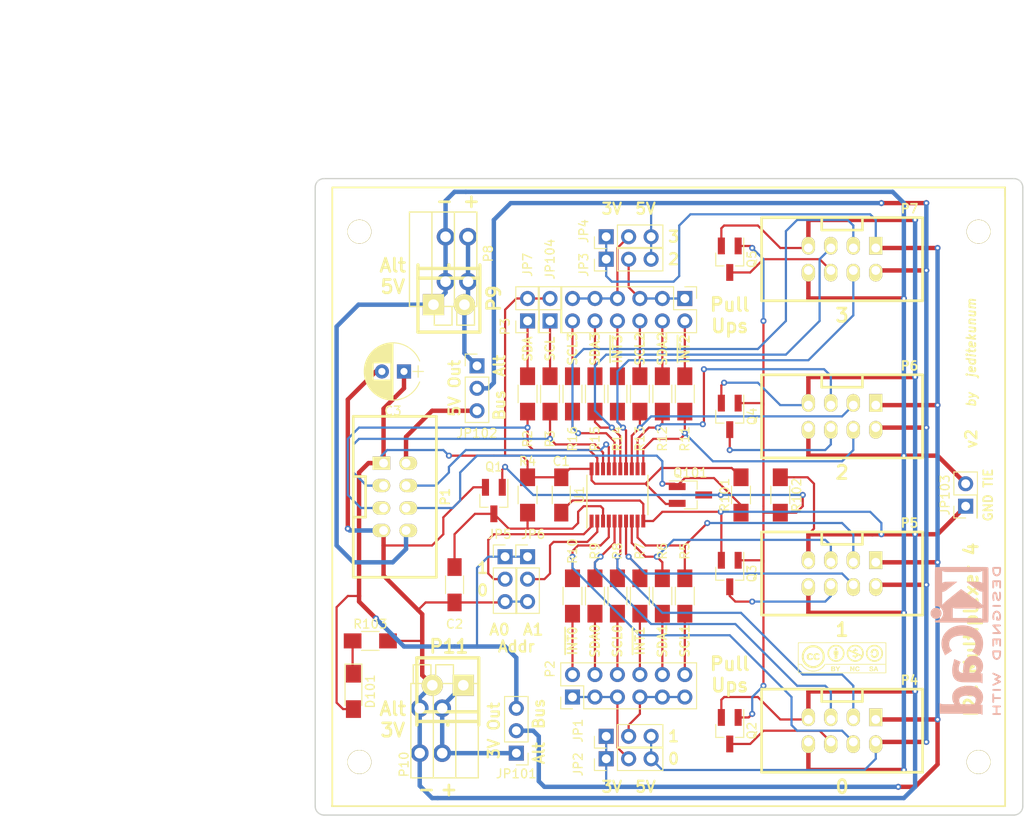
<source format=kicad_pcb>
(kicad_pcb (version 4) (host pcbnew 4.0.7)

  (general
    (links 137)
    (no_connects 0)
    (area 55.924999 61.924999 136.075001 134.075001)
    (thickness 1.6)
    (drawings 67)
    (tracks 587)
    (zones 0)
    (modules 57)
    (nets 52)
  )

  (page A4)
  (layers
    (0 F.Cu signal)
    (31 B.Cu signal)
    (32 B.Adhes user)
    (33 F.Adhes user)
    (34 B.Paste user)
    (35 F.Paste user)
    (36 B.SilkS user)
    (37 F.SilkS user)
    (38 B.Mask user)
    (39 F.Mask user)
    (40 Dwgs.User user)
    (41 Cmts.User user)
    (42 Eco1.User user)
    (43 Eco2.User user)
    (44 Edge.Cuts user)
    (45 Margin user)
    (46 B.CrtYd user)
    (47 F.CrtYd user)
    (48 B.Fab user)
    (49 F.Fab user)
  )

  (setup
    (last_trace_width 0.25)
    (user_trace_width 0.25)
    (user_trace_width 0.5)
    (user_trace_width 0.75)
    (user_trace_width 1)
    (trace_clearance 0.1524)
    (zone_clearance 0.508)
    (zone_45_only yes)
    (trace_min 0.1524)
    (segment_width 0.2)
    (edge_width 0.15)
    (via_size 0.6858)
    (via_drill 0.3302)
    (via_min_size 0.6858)
    (via_min_drill 0.3302)
    (uvia_size 0.6858)
    (uvia_drill 0.3302)
    (uvias_allowed no)
    (uvia_min_size 0)
    (uvia_min_drill 0)
    (pcb_text_width 0.3)
    (pcb_text_size 1.5 1.5)
    (mod_edge_width 0.15)
    (mod_text_size 1 1)
    (mod_text_width 0.15)
    (pad_size 1.524 1.524)
    (pad_drill 0.762)
    (pad_to_mask_clearance 0.0508)
    (aux_axis_origin 0 0)
    (visible_elements FFFFEF7F)
    (pcbplotparams
      (layerselection 0x00030_80000001)
      (usegerberextensions false)
      (excludeedgelayer true)
      (linewidth 0.100000)
      (plotframeref false)
      (viasonmask false)
      (mode 1)
      (useauxorigin false)
      (hpglpennumber 1)
      (hpglpenspeed 20)
      (hpglpendiameter 15)
      (hpglpenoverlay 2)
      (psnegative false)
      (psa4output false)
      (plotreference true)
      (plotvalue true)
      (plotinvisibletext false)
      (padsonsilk false)
      (subtractmaskfromsilk false)
      (outputformat 1)
      (mirror false)
      (drillshape 1)
      (scaleselection 1)
      (outputdirectory ""))
  )

  (net 0 "")
  (net 1 /VCC0)
  (net 2 /VCC1)
  (net 3 /3V)
  (net 4 /VCC3)
  (net 5 /5V)
  (net 6 /VCC2)
  (net 7 /GND)
  (net 8 /SCL0)
  (net 9 /~INT0)
  (net 10 /SDA0)
  (net 11 /SCL1)
  (net 12 /SDA1)
  (net 13 /SCL)
  (net 14 /SDA)
  (net 15 /~INT1)
  (net 16 /SCL2)
  (net 17 /~INT2)
  (net 18 /SDA2)
  (net 19 /SCL3)
  (net 20 /~INT3)
  (net 21 /SDA3)
  (net 22 /~INT)
  (net 23 /ALT-3V)
  (net 24 /RESET)
  (net 25 /3V-OUT)
  (net 26 /5V-OUT)
  (net 27 /ALT-5V)
  (net 28 /5GND)
  (net 29 /~RESET)
  (net 30 /~RESET0)
  (net 31 /~RESET1)
  (net 32 /~RESET2)
  (net 33 /~RESET3)
  (net 34 "Net-(P2-Pad2)")
  (net 35 "Net-(P2-Pad4)")
  (net 36 "Net-(P2-Pad6)")
  (net 37 "Net-(P2-Pad8)")
  (net 38 "Net-(P3-Pad2)")
  (net 39 "Net-(P3-Pad4)")
  (net 40 "Net-(P3-Pad6)")
  (net 41 "Net-(P3-Pad8)")
  (net 42 "Net-(JP104-Pad1)")
  (net 43 "Net-(D101-Pad1)")
  (net 44 "Net-(C2-Pad1)")
  (net 45 "Net-(JP5-Pad2)")
  (net 46 "Net-(JP6-Pad2)")
  (net 47 "Net-(JP7-Pad1)")
  (net 48 "Net-(P2-Pad10)")
  (net 49 "Net-(P2-Pad12)")
  (net 50 "Net-(P3-Pad10)")
  (net 51 "Net-(P3-Pad12)")

  (net_class Default "This is the default net class."
    (clearance 0.1524)
    (trace_width 0.1524)
    (via_dia 0.6858)
    (via_drill 0.3302)
    (uvia_dia 0.6858)
    (uvia_drill 0.3302)
    (add_net /3V)
    (add_net /3V-OUT)
    (add_net /5GND)
    (add_net /5V)
    (add_net /5V-OUT)
    (add_net /ALT-3V)
    (add_net /ALT-5V)
    (add_net /GND)
    (add_net /RESET)
    (add_net /SCL)
    (add_net /SCL0)
    (add_net /SCL1)
    (add_net /SCL2)
    (add_net /SCL3)
    (add_net /SDA)
    (add_net /SDA0)
    (add_net /SDA1)
    (add_net /SDA2)
    (add_net /SDA3)
    (add_net /VCC0)
    (add_net /VCC1)
    (add_net /VCC2)
    (add_net /VCC3)
    (add_net /~INT)
    (add_net /~INT0)
    (add_net /~INT1)
    (add_net /~INT2)
    (add_net /~INT3)
    (add_net /~RESET)
    (add_net /~RESET0)
    (add_net /~RESET1)
    (add_net /~RESET2)
    (add_net /~RESET3)
    (add_net "Net-(C2-Pad1)")
    (add_net "Net-(D101-Pad1)")
    (add_net "Net-(JP104-Pad1)")
    (add_net "Net-(JP5-Pad2)")
    (add_net "Net-(JP6-Pad2)")
    (add_net "Net-(JP7-Pad1)")
    (add_net "Net-(P2-Pad10)")
    (add_net "Net-(P2-Pad12)")
    (add_net "Net-(P2-Pad2)")
    (add_net "Net-(P2-Pad4)")
    (add_net "Net-(P2-Pad6)")
    (add_net "Net-(P2-Pad8)")
    (add_net "Net-(P3-Pad10)")
    (add_net "Net-(P3-Pad12)")
    (add_net "Net-(P3-Pad2)")
    (add_net "Net-(P3-Pad4)")
    (add_net "Net-(P3-Pad6)")
    (add_net "Net-(P3-Pad8)")
  )

  (module Pin_Headers:Pin_Header_Straight_2x06_Pitch2.54mm (layer F.Cu) (tedit 5A985BBD) (tstamp 5A8B3C10)
    (at 85.09 120.65 90)
    (descr "Through hole straight pin header, 2x06, 2.54mm pitch, double rows")
    (tags "Through hole pin header THT 2x06 2.54mm double row")
    (path /5A8B5552)
    (fp_text reference P2 (at 3.175 -2.54 90) (layer F.SilkS)
      (effects (font (size 1 1) (thickness 0.15)))
    )
    (fp_text value CONN_6X2 (at 1.27 15.03 90) (layer F.Fab) hide
      (effects (font (size 1 1) (thickness 0.15)))
    )
    (fp_line (start 0 -1.27) (end 3.81 -1.27) (layer F.Fab) (width 0.1))
    (fp_line (start 3.81 -1.27) (end 3.81 13.97) (layer F.Fab) (width 0.1))
    (fp_line (start 3.81 13.97) (end -1.27 13.97) (layer F.Fab) (width 0.1))
    (fp_line (start -1.27 13.97) (end -1.27 0) (layer F.Fab) (width 0.1))
    (fp_line (start -1.27 0) (end 0 -1.27) (layer F.Fab) (width 0.1))
    (fp_line (start -1.33 14.03) (end 3.87 14.03) (layer F.SilkS) (width 0.12))
    (fp_line (start -1.33 1.27) (end -1.33 14.03) (layer F.SilkS) (width 0.12))
    (fp_line (start 3.87 -1.33) (end 3.87 14.03) (layer F.SilkS) (width 0.12))
    (fp_line (start -1.33 1.27) (end 1.27 1.27) (layer F.SilkS) (width 0.12))
    (fp_line (start 1.27 1.27) (end 1.27 -1.33) (layer F.SilkS) (width 0.12))
    (fp_line (start 1.27 -1.33) (end 3.87 -1.33) (layer F.SilkS) (width 0.12))
    (fp_line (start -1.33 0) (end -1.33 -1.33) (layer F.SilkS) (width 0.12))
    (fp_line (start -1.33 -1.33) (end 0 -1.33) (layer F.SilkS) (width 0.12))
    (fp_line (start -1.8 -1.8) (end -1.8 14.5) (layer F.CrtYd) (width 0.05))
    (fp_line (start -1.8 14.5) (end 4.35 14.5) (layer F.CrtYd) (width 0.05))
    (fp_line (start 4.35 14.5) (end 4.35 -1.8) (layer F.CrtYd) (width 0.05))
    (fp_line (start 4.35 -1.8) (end -1.8 -1.8) (layer F.CrtYd) (width 0.05))
    (fp_text user %R (at 1.27 6.35 180) (layer F.Fab)
      (effects (font (size 1 1) (thickness 0.15)))
    )
    (pad 1 thru_hole rect (at 0 0 90) (size 1.7 1.7) (drill 1) (layers *.Cu *.Mask)
      (net 1 /VCC0))
    (pad 2 thru_hole oval (at 2.54 0 90) (size 1.7 1.7) (drill 1) (layers *.Cu *.Mask)
      (net 34 "Net-(P2-Pad2)"))
    (pad 3 thru_hole oval (at 0 2.54 90) (size 1.7 1.7) (drill 1) (layers *.Cu *.Mask)
      (net 1 /VCC0))
    (pad 4 thru_hole oval (at 2.54 2.54 90) (size 1.7 1.7) (drill 1) (layers *.Cu *.Mask)
      (net 35 "Net-(P2-Pad4)"))
    (pad 5 thru_hole oval (at 0 5.08 90) (size 1.7 1.7) (drill 1) (layers *.Cu *.Mask)
      (net 1 /VCC0))
    (pad 6 thru_hole oval (at 2.54 5.08 90) (size 1.7 1.7) (drill 1) (layers *.Cu *.Mask)
      (net 36 "Net-(P2-Pad6)"))
    (pad 7 thru_hole oval (at 0 7.62 90) (size 1.7 1.7) (drill 1) (layers *.Cu *.Mask)
      (net 2 /VCC1))
    (pad 8 thru_hole oval (at 2.54 7.62 90) (size 1.7 1.7) (drill 1) (layers *.Cu *.Mask)
      (net 37 "Net-(P2-Pad8)"))
    (pad 9 thru_hole oval (at 0 10.16 90) (size 1.7 1.7) (drill 1) (layers *.Cu *.Mask)
      (net 2 /VCC1))
    (pad 10 thru_hole oval (at 2.54 10.16 90) (size 1.7 1.7) (drill 1) (layers *.Cu *.Mask)
      (net 48 "Net-(P2-Pad10)"))
    (pad 11 thru_hole oval (at 0 12.7 90) (size 1.7 1.7) (drill 1) (layers *.Cu *.Mask)
      (net 2 /VCC1))
    (pad 12 thru_hole oval (at 2.54 12.7 90) (size 1.7 1.7) (drill 1) (layers *.Cu *.Mask)
      (net 49 "Net-(P2-Pad12)"))
    (model ${KISYS3DMOD}/Pin_Headers.3dshapes/Pin_Header_Straight_2x06_Pitch2.54mm.wrl
      (at (xyz 0 0 0))
      (scale (xyz 1 1 1))
      (rotate (xyz 0 0 0))
    )
  )

  (module w_logo:Logo_silk_CC-BY-NC-SA_10x3.6mm (layer F.Cu) (tedit 0) (tstamp 5A565291)
    (at 115.57 116.205)
    (descr "CC BY-NC-SA logo, 10x3.6mm")
    (path /5A565370)
    (fp_text reference LIC1 (at 0.3 -1.4) (layer F.SilkS) hide
      (effects (font (size 0.1778 0.1778) (thickness 0.03556)))
    )
    (fp_text value CC-BY-NC-SA-icon (at 0.3 0.5) (layer F.SilkS) hide
      (effects (font (size 0.1778 0.1778) (thickness 0.03556)))
    )
    (fp_poly (pts (xy 4.99872 1.75006) (xy 4.90982 1.75006) (xy 4.90982 0.6985) (xy 4.90982 -0.44958)
      (xy 4.90982 -1.6002) (xy 4.87934 -1.63068) (xy 4.8514 -1.65862) (xy 0 -1.65862)
      (xy -4.8514 -1.65862) (xy -4.87934 -1.63068) (xy -4.90982 -1.6002) (xy -4.90982 -0.44958)
      (xy -4.90982 0.6985) (xy -4.73202 0.6985) (xy -4.55422 0.6985) (xy -4.48818 0.8001)
      (xy -4.39166 0.93218) (xy -4.2799 1.05156) (xy -4.15544 1.15824) (xy -4.01828 1.25222)
      (xy -3.8735 1.33096) (xy -3.71856 1.39192) (xy -3.556 1.43764) (xy -3.42646 1.45796)
      (xy -3.36042 1.46304) (xy -3.27914 1.46558) (xy -3.19278 1.46304) (xy -3.10642 1.45542)
      (xy -3.02768 1.4478) (xy -2.98196 1.44018) (xy -2.81178 1.39446) (xy -2.6543 1.33604)
      (xy -2.50444 1.2573) (xy -2.36728 1.16332) (xy -2.23774 1.04902) (xy -2.1844 0.99568)
      (xy -2.14122 0.94742) (xy -2.0955 0.89154) (xy -2.05486 0.8382) (xy -2.02946 0.8001)
      (xy -1.96342 0.70104) (xy 1.47066 0.6985) (xy 4.90982 0.6985) (xy 4.90982 1.75006)
      (xy 4.89966 1.75006) (xy 4.89966 1.66878) (xy 4.89966 1.22936) (xy 4.89966 0.78994)
      (xy 1.4986 0.78994) (xy -1.89738 0.78994) (xy -1.96088 0.88138) (xy -2.03708 0.98806)
      (xy -2.11074 1.08204) (xy -2.18948 1.16078) (xy -2.27076 1.22682) (xy -2.3622 1.29032)
      (xy -2.43078 1.33096) (xy -2.54 1.38684) (xy -2.63652 1.43256) (xy -2.72796 1.46812)
      (xy -2.82194 1.4986) (xy -2.91846 1.524) (xy -2.92354 1.524) (xy -3.06832 1.5494)
      (xy -3.2004 1.5621) (xy -3.32994 1.5621) (xy -3.46202 1.5494) (xy -3.59664 1.524)
      (xy -3.74904 1.47828) (xy -3.90144 1.41224) (xy -4.05892 1.32842) (xy -4.2164 1.22428)
      (xy -4.26974 1.18618) (xy -4.31038 1.15316) (xy -4.3561 1.10744) (xy -4.4069 1.05664)
      (xy -4.46024 1.00076) (xy -4.5085 0.94488) (xy -4.55168 0.89408) (xy -4.5847 0.84836)
      (xy -4.59994 0.82042) (xy -4.61772 0.78994) (xy -4.76758 0.78994) (xy -4.91998 0.78994)
      (xy -4.91998 1.22936) (xy -4.91998 1.66878) (xy -0.00762 1.66878) (xy 4.89966 1.66878)
      (xy 4.89966 1.75006) (xy 0.00508 1.75006) (xy -4.98602 1.75006) (xy -4.99364 1.60528)
      (xy -4.99364 1.57734) (xy -4.99618 1.53162) (xy -4.99618 1.46812) (xy -4.99618 1.38938)
      (xy -4.99618 1.29794) (xy -4.99872 1.19634) (xy -4.99872 1.0795) (xy -4.99872 0.95504)
      (xy -4.99872 0.82296) (xy -4.99872 0.68072) (xy -4.99872 0.5334) (xy -4.99872 0.381)
      (xy -4.99872 0.22606) (xy -4.99872 0.06858) (xy -4.99618 -0.08636) (xy -4.99618 -0.24638)
      (xy -4.99618 -0.40386) (xy -4.99618 -0.55626) (xy -4.99618 -0.70866) (xy -4.99364 -0.85344)
      (xy -4.99364 -0.9906) (xy -4.99364 -1.12014) (xy -4.99364 -1.24206) (xy -4.9911 -1.35382)
      (xy -4.9911 -1.45288) (xy -4.9911 -1.53924) (xy -4.98856 -1.6129) (xy -4.98856 -1.66878)
      (xy -4.98856 -1.70942) (xy -4.98602 -1.73228) (xy -4.98602 -1.73482) (xy -4.97586 -1.73736)
      (xy -4.94538 -1.73736) (xy -4.89712 -1.73736) (xy -4.83108 -1.73736) (xy -4.7498 -1.73736)
      (xy -4.6482 -1.73736) (xy -4.5339 -1.7399) (xy -4.40436 -1.7399) (xy -4.25958 -1.7399)
      (xy -4.1021 -1.7399) (xy -3.93192 -1.7399) (xy -3.75158 -1.7399) (xy -3.55854 -1.74244)
      (xy -3.35534 -1.74244) (xy -3.14198 -1.74244) (xy -2.91846 -1.74244) (xy -2.68732 -1.74244)
      (xy -2.4511 -1.74244) (xy -2.20472 -1.74244) (xy -1.95326 -1.74244) (xy -1.69672 -1.74498)
      (xy -1.43764 -1.74498) (xy -1.17094 -1.74498) (xy -0.90424 -1.74498) (xy -0.63246 -1.74498)
      (xy -0.36068 -1.74498) (xy -0.0889 -1.74498) (xy 0.18288 -1.74498) (xy 0.45466 -1.74498)
      (xy 0.72644 -1.74498) (xy 0.99568 -1.74498) (xy 1.26238 -1.74498) (xy 1.524 -1.74498)
      (xy 1.78308 -1.74498) (xy 2.03708 -1.74498) (xy 2.286 -1.74498) (xy 2.5273 -1.74498)
      (xy 2.76352 -1.74498) (xy 2.98958 -1.74498) (xy 3.20802 -1.74498) (xy 3.4163 -1.74498)
      (xy 3.61442 -1.74498) (xy 3.80492 -1.74498) (xy 3.98018 -1.74498) (xy 4.14528 -1.74498)
      (xy 4.29514 -1.74498) (xy 4.4323 -1.74498) (xy 4.55676 -1.74498) (xy 4.66344 -1.74498)
      (xy 4.75488 -1.74244) (xy 4.83108 -1.74244) (xy 4.8895 -1.74244) (xy 4.9276 -1.74244)
      (xy 4.95046 -1.74244) (xy 4.953 -1.74244) (xy 4.99872 -1.73736) (xy 4.99872 0.00508)
      (xy 4.99872 1.75006) (xy 4.99872 1.75006)) (layer F.SilkS) (width 0.00254))
    (fp_poly (pts (xy 1.98882 1.31826) (xy 1.98374 1.3462) (xy 1.95834 1.41732) (xy 1.92024 1.47066)
      (xy 1.86944 1.5113) (xy 1.80848 1.53416) (xy 1.73736 1.54178) (xy 1.69418 1.5367)
      (xy 1.64084 1.52654) (xy 1.6002 1.50622) (xy 1.55956 1.4732) (xy 1.54178 1.45542)
      (xy 1.50368 1.39954) (xy 1.47828 1.3335) (xy 1.47066 1.26492) (xy 1.47574 1.1938)
      (xy 1.49352 1.12522) (xy 1.52908 1.06426) (xy 1.5494 1.03886) (xy 1.60274 0.99822)
      (xy 1.6637 0.97282) (xy 1.7272 0.96266) (xy 1.7907 0.96774) (xy 1.84912 0.98552)
      (xy 1.90246 1.01854) (xy 1.94564 1.06426) (xy 1.95834 1.08966) (xy 1.97104 1.1176)
      (xy 1.97866 1.143) (xy 1.97866 1.14808) (xy 1.97612 1.16078) (xy 1.96596 1.16586)
      (xy 1.9431 1.1684) (xy 1.92532 1.1684) (xy 1.8923 1.1684) (xy 1.87452 1.16332)
      (xy 1.86182 1.15316) (xy 1.8542 1.13792) (xy 1.82372 1.09982) (xy 1.78562 1.0795)
      (xy 1.74244 1.06934) (xy 1.69926 1.07696) (xy 1.65862 1.09728) (xy 1.6256 1.13284)
      (xy 1.61544 1.15316) (xy 1.60274 1.1938) (xy 1.59766 1.24714) (xy 1.6002 1.30048)
      (xy 1.61036 1.3462) (xy 1.61544 1.35636) (xy 1.64592 1.39954) (xy 1.68656 1.42494)
      (xy 1.73228 1.43764) (xy 1.778 1.43256) (xy 1.79832 1.4224) (xy 1.82626 1.40208)
      (xy 1.84658 1.3716) (xy 1.85928 1.34112) (xy 1.85928 1.3335) (xy 1.86182 1.32588)
      (xy 1.87706 1.3208) (xy 1.905 1.31826) (xy 1.92278 1.31826) (xy 1.98882 1.31826)
      (xy 1.98882 1.31826)) (layer F.SilkS) (width 0.00254))
    (fp_poly (pts (xy 3.53822 1.38938) (xy 3.52806 1.42748) (xy 3.5052 1.46304) (xy 3.49758 1.4732)
      (xy 3.45948 1.50622) (xy 3.40614 1.52908) (xy 3.34518 1.54178) (xy 3.28168 1.54178)
      (xy 3.27406 1.54178) (xy 3.20294 1.52654) (xy 3.14706 1.49606) (xy 3.10642 1.45542)
      (xy 3.08102 1.40208) (xy 3.07848 1.397) (xy 3.0734 1.36652) (xy 3.07848 1.34874)
      (xy 3.09626 1.34112) (xy 3.12928 1.34112) (xy 3.13944 1.34112) (xy 3.16992 1.34366)
      (xy 3.1877 1.34874) (xy 3.19786 1.36144) (xy 3.20294 1.37922) (xy 3.22326 1.41224)
      (xy 3.25628 1.43764) (xy 3.29946 1.4478) (xy 3.34772 1.44272) (xy 3.37566 1.4351)
      (xy 3.40614 1.41732) (xy 3.41884 1.39446) (xy 3.4163 1.36652) (xy 3.40868 1.35128)
      (xy 3.39344 1.33858) (xy 3.36804 1.32588) (xy 3.32994 1.31064) (xy 3.2766 1.29286)
      (xy 3.24866 1.28524) (xy 3.2004 1.27) (xy 3.16738 1.25476) (xy 3.14452 1.23952)
      (xy 3.13182 1.22428) (xy 3.10134 1.17856) (xy 3.09118 1.13538) (xy 3.09626 1.08966)
      (xy 3.11658 1.04902) (xy 3.1496 1.01346) (xy 3.19278 0.98552) (xy 3.24358 0.96774)
      (xy 3.302 0.96266) (xy 3.35788 0.96774) (xy 3.42138 0.98806) (xy 3.46964 1.016)
      (xy 3.50012 1.05664) (xy 3.51536 1.10744) (xy 3.51536 1.10744) (xy 3.52044 1.14808)
      (xy 3.46456 1.14808) (xy 3.43154 1.14808) (xy 3.41376 1.143) (xy 3.4036 1.13538)
      (xy 3.39598 1.1176) (xy 3.3782 1.08712) (xy 3.34518 1.06934) (xy 3.30708 1.05918)
      (xy 3.26898 1.06426) (xy 3.23596 1.0795) (xy 3.23342 1.08458) (xy 3.21564 1.1049)
      (xy 3.21056 1.12268) (xy 3.22072 1.14046) (xy 3.2258 1.14808) (xy 3.24866 1.16078)
      (xy 3.2893 1.17856) (xy 3.34772 1.19634) (xy 3.3528 1.19634) (xy 3.41884 1.2192)
      (xy 3.46964 1.23952) (xy 3.50266 1.26492) (xy 3.52552 1.2954) (xy 3.53568 1.3335)
      (xy 3.53568 1.34112) (xy 3.53822 1.38938) (xy 3.53822 1.38938)) (layer F.SilkS) (width 0.00254))
    (fp_poly (pts (xy -0.762 1.38938) (xy -0.77724 1.44018) (xy -0.81026 1.48336) (xy -0.85344 1.50876)
      (xy -0.87122 1.51638) (xy -0.889 1.52146) (xy -0.889 1.3589) (xy -0.89154 1.32842)
      (xy -0.90424 1.3081) (xy -0.90932 1.30556) (xy -0.90932 1.1303) (xy -0.91948 1.10236)
      (xy -0.92456 1.09474) (xy -0.9398 1.08458) (xy -0.96774 1.0795) (xy -1.00838 1.0795)
      (xy -1.01854 1.0795) (xy -1.09728 1.0795) (xy -1.09982 1.10998) (xy -1.10236 1.143)
      (xy -1.09982 1.17094) (xy -1.09728 1.18618) (xy -1.0922 1.1938) (xy -1.07696 1.19888)
      (xy -1.04902 1.19888) (xy -1.02616 1.19888) (xy -0.97536 1.19634) (xy -0.9398 1.18872)
      (xy -0.93218 1.18364) (xy -0.9144 1.16078) (xy -0.90932 1.1303) (xy -0.90932 1.30556)
      (xy -0.92964 1.2954) (xy -0.96774 1.29032) (xy -1.016 1.28778) (xy -1.09982 1.28778)
      (xy -1.09982 1.3589) (xy -1.09982 1.43002) (xy -1.01092 1.43002) (xy -0.9652 1.42748)
      (xy -0.93472 1.42494) (xy -0.9144 1.41732) (xy -0.90678 1.41224) (xy -0.89154 1.38684)
      (xy -0.889 1.3589) (xy -0.889 1.52146) (xy -0.89408 1.52146) (xy -0.92202 1.52654)
      (xy -0.96012 1.52654) (xy -1.01346 1.52908) (xy -1.06172 1.52908) (xy -1.22936 1.52908)
      (xy -1.22936 1.25476) (xy -1.22936 0.9779) (xy -1.06426 0.9779) (xy -0.9906 0.98044)
      (xy -0.93726 0.98044) (xy -0.89408 0.98552) (xy -0.8636 0.99314) (xy -0.84074 1.0033)
      (xy -0.82296 1.01854) (xy -0.81534 1.02616) (xy -0.8001 1.0541) (xy -0.79248 1.0922)
      (xy -0.78994 1.13284) (xy -0.79248 1.15316) (xy -0.80518 1.17856) (xy -0.8255 1.20396)
      (xy -0.82804 1.2065) (xy -0.84328 1.22428) (xy -0.84582 1.23444) (xy -0.8382 1.23698)
      (xy -0.8128 1.25476) (xy -0.78486 1.2827) (xy -0.76708 1.31826) (xy -0.76454 1.3335)
      (xy -0.762 1.38938) (xy -0.762 1.38938)) (layer F.SilkS) (width 0.00254))
    (fp_poly (pts (xy -0.21082 0.9779) (xy -0.31496 1.15316) (xy -0.4191 1.32842) (xy -0.4191 1.42748)
      (xy -0.4191 1.52908) (xy -0.47752 1.52908) (xy -0.53848 1.52908) (xy -0.53848 1.4224)
      (xy -0.53848 1.31572) (xy -0.635 1.1557) (xy -0.66548 1.1049) (xy -0.69342 1.05918)
      (xy -0.71374 1.02108) (xy -0.72898 0.99822) (xy -0.7366 0.98552) (xy -0.72898 0.98298)
      (xy -0.70612 0.98044) (xy -0.6731 0.9779) (xy -0.67056 0.9779) (xy -0.59944 0.9779)
      (xy -0.53848 1.08458) (xy -0.51054 1.13284) (xy -0.49022 1.16332) (xy -0.47498 1.17856)
      (xy -0.46736 1.17856) (xy -0.45974 1.16332) (xy -0.4445 1.13792) (xy -0.42164 1.09982)
      (xy -0.4064 1.07442) (xy -0.35306 0.98298) (xy -0.28194 0.98044) (xy -0.21082 0.9779)
      (xy -0.21082 0.9779)) (layer F.SilkS) (width 0.00254))
    (fp_poly (pts (xy 1.38938 1.52908) (xy 1.32588 1.52908) (xy 1.26492 1.52908) (xy 1.15316 1.35128)
      (xy 1.04394 1.17602) (xy 1.0414 1.35382) (xy 1.03886 1.52908) (xy 0.9779 1.52908)
      (xy 0.91948 1.52908) (xy 0.91948 1.25476) (xy 0.91948 0.9779) (xy 0.98298 0.9779)
      (xy 1.04648 0.9779) (xy 1.15316 1.15316) (xy 1.18618 1.2065) (xy 1.21666 1.25222)
      (xy 1.23952 1.28778) (xy 1.2573 1.31318) (xy 1.26492 1.32334) (xy 1.26746 1.32334)
      (xy 1.26746 1.31318) (xy 1.27 1.28524) (xy 1.27 1.2446) (xy 1.27 1.1938)
      (xy 1.27 1.15062) (xy 1.26746 0.9779) (xy 1.32842 0.9779) (xy 1.38938 0.9779)
      (xy 1.38938 1.25476) (xy 1.38938 1.52908) (xy 1.38938 1.52908)) (layer F.SilkS) (width 0.00254))
    (fp_poly (pts (xy 4.0894 1.52146) (xy 4.07924 1.52654) (xy 4.05638 1.52908) (xy 4.0259 1.52908)
      (xy 3.9624 1.52908) (xy 3.94462 1.46812) (xy 3.92684 1.4097) (xy 3.88874 1.4097)
      (xy 3.88874 1.3081) (xy 3.85826 1.2192) (xy 3.84302 1.1811) (xy 3.83286 1.15062)
      (xy 3.8227 1.13792) (xy 3.82016 1.13538) (xy 3.81254 1.14808) (xy 3.80238 1.17348)
      (xy 3.78968 1.2065) (xy 3.77698 1.24206) (xy 3.76682 1.27254) (xy 3.76174 1.2954)
      (xy 3.7592 1.30302) (xy 3.76936 1.30556) (xy 3.79222 1.3081) (xy 3.8227 1.3081)
      (xy 3.88874 1.3081) (xy 3.88874 1.4097) (xy 3.8227 1.4097) (xy 3.7211 1.4097)
      (xy 3.69824 1.46812) (xy 3.67538 1.52908) (xy 3.61442 1.52908) (xy 3.55092 1.52908)
      (xy 3.65506 1.2573) (xy 3.75666 0.98298) (xy 3.82524 0.98298) (xy 3.89128 0.98298)
      (xy 3.99034 1.24968) (xy 4.01574 1.31826) (xy 4.0386 1.37922) (xy 4.05892 1.4351)
      (xy 4.07416 1.47828) (xy 4.08432 1.50622) (xy 4.0894 1.52146) (xy 4.0894 1.52146)
      (xy 4.0894 1.52146)) (layer F.SilkS) (width 0.00254))
    (fp_poly (pts (xy -1.96088 -0.13716) (xy -1.96088 -0.06604) (xy -1.96596 0.02794) (xy -1.97358 0.11176)
      (xy -1.98628 0.18796) (xy -2.00406 0.25908) (xy -2.02946 0.33274) (xy -2.04724 0.38354)
      (xy -2.11074 0.51308) (xy -2.18948 0.635) (xy -2.19202 0.63754) (xy -2.19202 -0.13716)
      (xy -2.20218 -0.27686) (xy -2.23012 -0.41148) (xy -2.27584 -0.54102) (xy -2.33934 -0.66548)
      (xy -2.41808 -0.77978) (xy -2.51206 -0.88392) (xy -2.62128 -0.9779) (xy -2.7432 -1.05918)
      (xy -2.75082 -1.06172) (xy -2.8702 -1.1176) (xy -2.9972 -1.15824) (xy -3.13182 -1.1811)
      (xy -3.26898 -1.18618) (xy -3.40614 -1.17602) (xy -3.53822 -1.15062) (xy -3.66522 -1.10744)
      (xy -3.7465 -1.06934) (xy -3.8608 -0.99822) (xy -3.96748 -0.90932) (xy -4.06146 -0.81026)
      (xy -4.14528 -0.70104) (xy -4.21386 -0.5842) (xy -4.2672 -0.46228) (xy -4.28752 -0.3937)
      (xy -4.318 -0.24892) (xy -4.32562 -0.10668) (xy -4.31546 0.03048) (xy -4.28498 0.16764)
      (xy -4.23672 0.29718) (xy -4.16814 0.42164) (xy -4.08432 0.54102) (xy -3.98526 0.6477)
      (xy -3.86842 0.74422) (xy -3.74904 0.82042) (xy -3.62204 0.87884) (xy -3.48996 0.91948)
      (xy -3.3528 0.9398) (xy -3.20548 0.9398) (xy -3.0734 0.9271) (xy -2.95148 0.89916)
      (xy -2.8321 0.85344) (xy -2.71526 0.79248) (xy -2.60604 0.71628) (xy -2.50444 0.62992)
      (xy -2.41554 0.5334) (xy -2.34188 0.42926) (xy -2.28346 0.32004) (xy -2.26822 0.28702)
      (xy -2.2225 0.14478) (xy -2.1971 0.00254) (xy -2.19202 -0.13716) (xy -2.19202 0.63754)
      (xy -2.28346 0.7493) (xy -2.3876 0.85344) (xy -2.50444 0.94488) (xy -2.63144 1.02362)
      (xy -2.76352 1.08712) (xy -2.89814 1.13538) (xy -3.03784 1.16586) (xy -3.10388 1.17348)
      (xy -3.16738 1.17856) (xy -3.21818 1.1811) (xy -3.26136 1.18364) (xy -3.29946 1.18364)
      (xy -3.3401 1.1811) (xy -3.37566 1.17856) (xy -3.52806 1.15824) (xy -3.67284 1.12014)
      (xy -3.81 1.06172) (xy -3.94208 0.98806) (xy -4.06908 0.89408) (xy -4.191 0.77978)
      (xy -4.19354 0.77724) (xy -4.30022 0.65532) (xy -4.38912 0.53086) (xy -4.4577 0.39878)
      (xy -4.5085 0.26162) (xy -4.54152 0.1143) (xy -4.55676 -0.0381) (xy -4.5593 -0.11938)
      (xy -4.55422 -0.26162) (xy -4.5339 -0.39624) (xy -4.50088 -0.5207) (xy -4.45516 -0.64516)
      (xy -4.41706 -0.72136) (xy -4.33578 -0.85598) (xy -4.23926 -0.98044) (xy -4.13004 -1.0922)
      (xy -4.01066 -1.18872) (xy -3.87858 -1.27254) (xy -3.74142 -1.33858) (xy -3.59664 -1.38684)
      (xy -3.5052 -1.40716) (xy -3.43916 -1.41478) (xy -3.35788 -1.41986) (xy -3.27152 -1.4224)
      (xy -3.18516 -1.41986) (xy -3.10134 -1.41732) (xy -3.03022 -1.4097) (xy -3.01498 -1.40462)
      (xy -2.86258 -1.36906) (xy -2.7178 -1.31318) (xy -2.58318 -1.24206) (xy -2.45618 -1.1557)
      (xy -2.33934 -1.0541) (xy -2.23774 -0.9398) (xy -2.1463 -0.81534) (xy -2.07264 -0.67818)
      (xy -2.01676 -0.53594) (xy -2.0066 -0.49784) (xy -1.98628 -0.42926) (xy -1.97358 -0.36322)
      (xy -1.96596 -0.29464) (xy -1.96088 -0.22098) (xy -1.96088 -0.13716) (xy -1.96088 -0.13716)) (layer F.SilkS) (width 0.00254))
    (fp_poly (pts (xy 0.27686 -0.52324) (xy 0.27432 -0.4318) (xy 0.2667 -0.34544) (xy 0.254 -0.2667)
      (xy 0.24892 -0.24384) (xy 0.22606 -0.16764) (xy 0.1905 -0.08636) (xy 0.14986 -0.00762)
      (xy 0.10668 0.05842) (xy 0.09906 0.06858) (xy 0.09906 -0.49784) (xy 0.09398 -0.60706)
      (xy 0.0762 -0.70104) (xy 0.04826 -0.79502) (xy 0.0254 -0.84328) (xy -0.03048 -0.94234)
      (xy -0.10414 -1.03378) (xy -0.19304 -1.11506) (xy -0.28956 -1.18364) (xy -0.39624 -1.23698)
      (xy -0.45974 -1.25984) (xy -0.49276 -1.27) (xy -0.52324 -1.27762) (xy -0.5588 -1.28016)
      (xy -0.60198 -1.2827) (xy -0.65532 -1.2827) (xy -0.68326 -1.2827) (xy -0.74676 -1.2827)
      (xy -0.79248 -1.2827) (xy -0.83058 -1.27762) (xy -0.86106 -1.27254) (xy -0.89408 -1.26492)
      (xy -0.90932 -1.25984) (xy -1.02362 -1.21412) (xy -1.1303 -1.15062) (xy -1.22682 -1.07188)
      (xy -1.3081 -0.98044) (xy -1.37668 -0.87884) (xy -1.43002 -0.76454) (xy -1.45034 -0.70104)
      (xy -1.46304 -0.63754) (xy -1.47066 -0.56134) (xy -1.4732 -0.4826) (xy -1.47066 -0.40386)
      (xy -1.4605 -0.33528) (xy -1.45542 -0.30988) (xy -1.41224 -0.19304) (xy -1.35128 -0.08382)
      (xy -1.27762 0.01524) (xy -1.18618 0.1016) (xy -1.13284 0.14478) (xy -1.02616 0.20828)
      (xy -0.9144 0.254) (xy -0.79502 0.2794) (xy -0.6731 0.28702) (xy -0.5715 0.2794)
      (xy -0.48006 0.25908) (xy -0.38608 0.22606) (xy -0.29972 0.18542) (xy -0.27686 0.17272)
      (xy -0.24384 0.14986) (xy -0.2032 0.11938) (xy -0.16002 0.07874) (xy -0.11938 0.04064)
      (xy -0.11938 0.0381) (xy -0.07366 -0.00508) (xy -0.04064 -0.04318) (xy -0.01524 -0.07874)
      (xy 0.00508 -0.11684) (xy 0.01778 -0.1397) (xy 0.05588 -0.2286) (xy 0.08128 -0.31242)
      (xy 0.09398 -0.40386) (xy 0.09906 -0.49784) (xy 0.09906 0.06858) (xy 0.09652 0.0762)
      (xy 0.01016 0.17018) (xy -0.08382 0.25654) (xy -0.19304 0.3302) (xy -0.30734 0.39116)
      (xy -0.42418 0.4318) (xy -0.44958 0.43942) (xy -0.508 0.44958) (xy -0.57912 0.4572)
      (xy -0.65278 0.46228) (xy -0.72644 0.46482) (xy -0.79248 0.46228) (xy -0.83312 0.4572)
      (xy -0.9652 0.42672) (xy -1.08966 0.37846) (xy -1.20904 0.30988) (xy -1.3208 0.22606)
      (xy -1.36906 0.18034) (xy -1.4605 0.07366) (xy -1.5367 -0.0381) (xy -1.59512 -0.16002)
      (xy -1.6256 -0.25908) (xy -1.6383 -0.30226) (xy -1.64338 -0.3429) (xy -1.64846 -0.38608)
      (xy -1.651 -0.43434) (xy -1.651 -0.49276) (xy -1.64846 -0.58674) (xy -1.64338 -0.6604)
      (xy -1.63576 -0.70612) (xy -1.59766 -0.83566) (xy -1.54178 -0.95504) (xy -1.47066 -1.06934)
      (xy -1.3843 -1.17094) (xy -1.28778 -1.25984) (xy -1.17856 -1.33604) (xy -1.06172 -1.397)
      (xy -0.93726 -1.44018) (xy -0.91186 -1.44526) (xy -0.8509 -1.45542) (xy -0.77724 -1.46304)
      (xy -0.69596 -1.46558) (xy -0.61214 -1.46304) (xy -0.5334 -1.45796) (xy -0.46736 -1.4478)
      (xy -0.43434 -1.44018) (xy -0.3048 -1.39446) (xy -0.18288 -1.3335) (xy -0.07366 -1.25476)
      (xy 0.02032 -1.16332) (xy 0.10414 -1.05918) (xy 0.17526 -0.94488) (xy 0.2286 -0.82042)
      (xy 0.26416 -0.68834) (xy 0.26416 -0.68326) (xy 0.27432 -0.60706) (xy 0.27686 -0.52324)
      (xy 0.27686 -0.52324)) (layer F.SilkS) (width 0.00254))
    (fp_poly (pts (xy 2.45364 -0.47498) (xy 2.44856 -0.39624) (xy 2.4384 -0.31242) (xy 2.42316 -0.23876)
      (xy 2.40284 -0.17018) (xy 2.37236 -0.09906) (xy 2.36728 -0.09144) (xy 2.3241 -0.00762)
      (xy 2.27838 0.06096) (xy 2.27838 -0.51054) (xy 2.26568 -0.63246) (xy 2.23774 -0.7493)
      (xy 2.18948 -0.85852) (xy 2.12852 -0.96266) (xy 2.04978 -1.0541) (xy 1.95834 -1.13538)
      (xy 1.85166 -1.20396) (xy 1.83134 -1.21412) (xy 1.74498 -1.24968) (xy 1.65608 -1.27508)
      (xy 1.5621 -1.28524) (xy 1.45288 -1.28524) (xy 1.39446 -1.28524) (xy 1.34874 -1.28016)
      (xy 1.31318 -1.27508) (xy 1.27508 -1.26492) (xy 1.23698 -1.25222) (xy 1.18872 -1.23444)
      (xy 1.14046 -1.21158) (xy 1.09982 -1.19126) (xy 1.0922 -1.18618) (xy 1.06172 -1.1684)
      (xy 1.02616 -1.13792) (xy 0.98552 -1.10236) (xy 0.94234 -1.06426) (xy 0.90424 -1.02616)
      (xy 0.87122 -0.9906) (xy 0.84836 -0.96266) (xy 0.84074 -0.94996) (xy 0.83312 -0.93472)
      (xy 0.84074 -0.92456) (xy 0.86106 -0.9144) (xy 0.88138 -0.90424) (xy 0.91694 -0.89154)
      (xy 0.96012 -0.87122) (xy 1.01346 -0.84836) (xy 1.0414 -0.83566) (xy 1.18872 -0.76962)
      (xy 1.21412 -0.8128) (xy 1.24968 -0.85852) (xy 1.30048 -0.89662) (xy 1.3589 -0.92202)
      (xy 1.3843 -0.92964) (xy 1.43764 -0.94234) (xy 1.43764 -1.016) (xy 1.43764 -1.08966)
      (xy 1.49352 -1.08966) (xy 1.5494 -1.08966) (xy 1.5494 -1.016) (xy 1.5494 -0.94234)
      (xy 1.61036 -0.93218) (xy 1.64846 -0.92202) (xy 1.6891 -0.90678) (xy 1.7272 -0.89154)
      (xy 1.76022 -0.87376) (xy 1.78054 -0.86106) (xy 1.78562 -0.85344) (xy 1.78054 -0.84328)
      (xy 1.7653 -0.82042) (xy 1.74244 -0.79248) (xy 1.73228 -0.77978) (xy 1.67386 -0.71628)
      (xy 1.61544 -0.74422) (xy 1.56464 -0.762) (xy 1.51384 -0.77216) (xy 1.46812 -0.76962)
      (xy 1.43002 -0.75692) (xy 1.40462 -0.7366) (xy 1.39446 -0.70866) (xy 1.39446 -0.70612)
      (xy 1.39446 -0.6985) (xy 1.397 -0.69088) (xy 1.40462 -0.68326) (xy 1.41732 -0.67564)
      (xy 1.43764 -0.66294) (xy 1.46558 -0.65024) (xy 1.50368 -0.62992) (xy 1.55448 -0.60706)
      (xy 1.61544 -0.57912) (xy 1.69418 -0.54356) (xy 1.78816 -0.50038) (xy 1.81356 -0.49022)
      (xy 1.89992 -0.45212) (xy 1.9812 -0.41402) (xy 2.05486 -0.38354) (xy 2.11836 -0.35306)
      (xy 2.1717 -0.3302) (xy 2.21234 -0.31496) (xy 2.23774 -0.30226) (xy 2.24536 -0.29972)
      (xy 2.25298 -0.30988) (xy 2.2606 -0.33528) (xy 2.26822 -0.37592) (xy 2.26822 -0.38608)
      (xy 2.27838 -0.51054) (xy 2.27838 0.06096) (xy 2.2733 0.06604) (xy 2.21234 0.1397)
      (xy 2.16408 0.18796) (xy 2.16408 -0.10668) (xy 2.15392 -0.12192) (xy 2.12852 -0.13716)
      (xy 2.08788 -0.15748) (xy 2.032 -0.18288) (xy 2.00152 -0.19558) (xy 1.82372 -0.27432)
      (xy 1.79324 -0.21336) (xy 1.75514 -0.15494) (xy 1.7018 -0.11176) (xy 1.63576 -0.08128)
      (xy 1.6256 -0.07874) (xy 1.59004 -0.06858) (xy 1.56718 -0.05588) (xy 1.55702 -0.0381)
      (xy 1.55194 -0.01016) (xy 1.55194 0.0127) (xy 1.54686 0.07874) (xy 1.49352 0.07874)
      (xy 1.43764 0.07874) (xy 1.43764 0.01016) (xy 1.43764 -0.02286) (xy 1.43764 -0.04572)
      (xy 1.42748 -0.05842) (xy 1.4097 -0.0635) (xy 1.37668 -0.07112) (xy 1.35382 -0.07366)
      (xy 1.31826 -0.08382) (xy 1.27254 -0.1016) (xy 1.22428 -0.12446) (xy 1.18618 -0.14732)
      (xy 1.1684 -0.16002) (xy 1.14554 -0.18034) (xy 1.21158 -0.24638) (xy 1.24714 -0.2794)
      (xy 1.27 -0.29972) (xy 1.28524 -0.3048) (xy 1.29286 -0.3048) (xy 1.34366 -0.26924)
      (xy 1.38938 -0.24638) (xy 1.43002 -0.23368) (xy 1.47828 -0.2286) (xy 1.4859 -0.2286)
      (xy 1.54178 -0.23622) (xy 1.58242 -0.254) (xy 1.60782 -0.28448) (xy 1.60782 -0.28702)
      (xy 1.61544 -0.3175) (xy 1.61036 -0.34544) (xy 1.61036 -0.34798) (xy 1.60528 -0.3556)
      (xy 1.59766 -0.36322) (xy 1.58496 -0.37338) (xy 1.56464 -0.38354) (xy 1.5367 -0.39878)
      (xy 1.4986 -0.4191) (xy 1.4478 -0.44196) (xy 1.3843 -0.4699) (xy 1.3081 -0.50546)
      (xy 1.21412 -0.5461) (xy 1.17094 -0.56642) (xy 1.08458 -0.60452) (xy 1.0033 -0.64008)
      (xy 0.92964 -0.67056) (xy 0.86614 -0.6985) (xy 0.8128 -0.72136) (xy 0.77216 -0.7366)
      (xy 0.74676 -0.74676) (xy 0.7366 -0.7493) (xy 0.72898 -0.73406) (xy 0.71882 -0.70104)
      (xy 0.7112 -0.65786) (xy 0.70358 -0.60706) (xy 0.70104 -0.55626) (xy 0.6985 -0.50546)
      (xy 0.6985 -0.49276) (xy 0.70866 -0.37592) (xy 0.73406 -0.26162) (xy 0.77978 -0.15494)
      (xy 0.8382 -0.05588) (xy 0.90932 0.03048) (xy 0.99314 0.10922) (xy 1.08458 0.17526)
      (xy 1.18618 0.22606) (xy 1.2954 0.26416) (xy 1.4097 0.28448) (xy 1.52654 0.28702)
      (xy 1.6002 0.2794) (xy 1.72212 0.24892) (xy 1.83896 0.20066) (xy 1.94564 0.13716)
      (xy 2.04216 0.05588) (xy 2.10312 -0.00762) (xy 2.13106 -0.04318) (xy 2.15392 -0.07112)
      (xy 2.16408 -0.09144) (xy 2.16408 -0.10668) (xy 2.16408 0.18796) (xy 2.159 0.19304)
      (xy 2.04978 0.28448) (xy 1.93548 0.3556) (xy 1.81356 0.41148) (xy 1.69672 0.4445)
      (xy 1.6383 0.45466) (xy 1.56718 0.45974) (xy 1.49352 0.46482) (xy 1.4224 0.46482)
      (xy 1.36398 0.45974) (xy 1.35128 0.45974) (xy 1.22174 0.4318) (xy 1.09728 0.38608)
      (xy 0.98044 0.32258) (xy 0.87122 0.2413) (xy 0.78232 0.15494) (xy 0.69596 0.05334)
      (xy 0.62992 -0.04572) (xy 0.57912 -0.1524) (xy 0.5461 -0.2667) (xy 0.52578 -0.39116)
      (xy 0.52324 -0.46482) (xy 0.5207 -0.52832) (xy 0.5207 -0.57912) (xy 0.52324 -0.6223)
      (xy 0.53086 -0.66548) (xy 0.53594 -0.6985) (xy 0.57404 -0.82804) (xy 0.62738 -0.9525)
      (xy 0.6985 -1.0668) (xy 0.78486 -1.17094) (xy 0.88392 -1.26238) (xy 0.99568 -1.33858)
      (xy 1.06934 -1.37922) (xy 1.15824 -1.41732) (xy 1.24714 -1.44272) (xy 1.34366 -1.45796)
      (xy 1.43764 -1.46558) (xy 1.58242 -1.46304) (xy 1.71704 -1.44272) (xy 1.8415 -1.40716)
      (xy 1.96088 -1.35128) (xy 2.07264 -1.27762) (xy 2.15392 -1.2065) (xy 2.2479 -1.10744)
      (xy 2.3241 -0.99568) (xy 2.38252 -0.8763) (xy 2.4257 -0.7493) (xy 2.44856 -0.61468)
      (xy 2.45364 -0.47498) (xy 2.45364 -0.47498)) (layer F.SilkS) (width 0.00254))
    (fp_poly (pts (xy 4.62534 -0.47752) (xy 4.6228 -0.39878) (xy 4.61772 -0.3302) (xy 4.60756 -0.27432)
      (xy 4.60756 -0.2667) (xy 4.56438 -0.13462) (xy 4.50342 -0.0127) (xy 4.44754 0.0635)
      (xy 4.44754 -0.4699) (xy 4.44754 -0.52832) (xy 4.44246 -0.6096) (xy 4.4323 -0.67818)
      (xy 4.41706 -0.73914) (xy 4.3942 -0.8001) (xy 4.3688 -0.85344) (xy 4.30784 -0.95504)
      (xy 4.23164 -1.04648) (xy 4.1402 -1.12776) (xy 4.04114 -1.1938) (xy 3.93446 -1.2446)
      (xy 3.90144 -1.2573) (xy 3.83032 -1.27254) (xy 3.74904 -1.28524) (xy 3.66014 -1.28778)
      (xy 3.57632 -1.28524) (xy 3.50012 -1.27508) (xy 3.4925 -1.27508) (xy 3.3782 -1.23952)
      (xy 3.26898 -1.18618) (xy 3.16992 -1.1176) (xy 3.08102 -1.03378) (xy 3.00736 -0.93726)
      (xy 2.94386 -0.82804) (xy 2.9083 -0.73914) (xy 2.89306 -0.6985) (xy 2.88544 -0.66802)
      (xy 2.88036 -0.63754) (xy 2.87528 -0.60198) (xy 2.87528 -0.5588) (xy 2.87528 -0.50292)
      (xy 2.87782 -0.41656) (xy 2.88544 -0.34544) (xy 2.90068 -0.2794) (xy 2.92354 -0.2159)
      (xy 2.9464 -0.1651) (xy 2.99212 -0.08636) (xy 3.05308 -0.00508) (xy 3.12166 0.06604)
      (xy 3.19532 0.12954) (xy 3.2639 0.1778) (xy 3.3655 0.2286) (xy 3.4798 0.26416)
      (xy 3.59664 0.28194) (xy 3.71348 0.28448) (xy 3.83032 0.2667) (xy 3.86842 0.25908)
      (xy 3.9751 0.21844) (xy 4.0767 0.1651) (xy 4.17068 0.09652) (xy 4.2545 0.01524)
      (xy 4.32562 -0.06858) (xy 4.37896 -0.16256) (xy 4.38404 -0.17526) (xy 4.4196 -0.2667)
      (xy 4.43992 -0.36322) (xy 4.44754 -0.4699) (xy 4.44754 0.0635) (xy 4.42468 0.09652)
      (xy 4.3307 0.19812) (xy 4.24688 0.26924) (xy 4.13004 0.34544) (xy 4.00558 0.40386)
      (xy 3.87604 0.44196) (xy 3.73888 0.46228) (xy 3.59918 0.46482) (xy 3.50012 0.45466)
      (xy 3.37312 0.42418) (xy 3.24866 0.37592) (xy 3.13436 0.30988) (xy 3.02514 0.22606)
      (xy 2.92608 0.127) (xy 2.91338 0.10922) (xy 2.8321 0) (xy 2.77114 -0.11684)
      (xy 2.72542 -0.2413) (xy 2.69748 -0.37084) (xy 2.68986 -0.50292) (xy 2.70002 -0.63754)
      (xy 2.72796 -0.76708) (xy 2.77622 -0.89662) (xy 2.78892 -0.92456) (xy 2.8575 -1.0414)
      (xy 2.93878 -1.14554) (xy 3.0353 -1.23952) (xy 3.14198 -1.3208) (xy 3.25882 -1.3843)
      (xy 3.38074 -1.43256) (xy 3.40868 -1.44018) (xy 3.44424 -1.45034) (xy 3.47726 -1.45542)
      (xy 3.51536 -1.4605) (xy 3.55854 -1.4605) (xy 3.61442 -1.46304) (xy 3.66522 -1.46304)
      (xy 3.73126 -1.46304) (xy 3.7846 -1.4605) (xy 3.82778 -1.45796) (xy 3.86334 -1.45288)
      (xy 3.89636 -1.44526) (xy 3.91414 -1.44018) (xy 3.99542 -1.41224) (xy 4.08178 -1.37668)
      (xy 4.16306 -1.3335) (xy 4.22402 -1.2954) (xy 4.2672 -1.25984) (xy 4.31546 -1.21412)
      (xy 4.36626 -1.16586) (xy 4.41452 -1.11252) (xy 4.45262 -1.0668) (xy 4.46786 -1.04648)
      (xy 4.50342 -0.98552) (xy 4.53898 -0.9144) (xy 4.572 -0.84074) (xy 4.5974 -0.76962)
      (xy 4.59994 -0.75438) (xy 4.61264 -0.70104) (xy 4.61772 -0.63246) (xy 4.6228 -0.55626)
      (xy 4.62534 -0.47752) (xy 4.62534 -0.47752)) (layer F.SilkS) (width 0.00254))
    (fp_poly (pts (xy -3.26898 0.08128) (xy -3.28676 0.10922) (xy -3.3147 0.14732) (xy -3.3528 0.18542)
      (xy -3.39598 0.22098) (xy -3.43662 0.24638) (xy -3.44678 0.25146) (xy -3.5179 0.27178)
      (xy -3.60172 0.2794) (xy -3.66522 0.27686) (xy -3.74904 0.26162) (xy -3.82524 0.2286)
      (xy -3.8862 0.18034) (xy -3.937 0.11938) (xy -3.97256 0.04572) (xy -3.99288 -0.03556)
      (xy -3.99796 -0.13208) (xy -3.99542 -0.15748) (xy -3.98272 -0.24384) (xy -3.95732 -0.3175)
      (xy -3.91414 -0.38354) (xy -3.89636 -0.40386) (xy -3.83286 -0.45974) (xy -3.7592 -0.49784)
      (xy -3.67792 -0.5207) (xy -3.58648 -0.52324) (xy -3.54838 -0.51816) (xy -3.50266 -0.51054)
      (xy -3.4544 -0.4953) (xy -3.42138 -0.4826) (xy -3.3909 -0.46482) (xy -3.35788 -0.43942)
      (xy -3.3274 -0.40894) (xy -3.29946 -0.381) (xy -3.28422 -0.3556) (xy -3.27914 -0.3429)
      (xy -3.28676 -0.33274) (xy -3.30962 -0.3175) (xy -3.34264 -0.29718) (xy -3.35788 -0.28956)
      (xy -3.43916 -0.24892) (xy -3.48742 -0.29972) (xy -3.51282 -0.32512) (xy -3.53314 -0.34036)
      (xy -3.55346 -0.34798) (xy -3.57886 -0.34798) (xy -3.59156 -0.34798) (xy -3.64744 -0.34036)
      (xy -3.69316 -0.31496) (xy -3.73126 -0.27432) (xy -3.7338 -0.26924) (xy -3.7465 -0.23368)
      (xy -3.75412 -0.18542) (xy -3.7592 -0.12954) (xy -3.75666 -0.07366) (xy -3.75158 -0.02286)
      (xy -3.74396 0) (xy -3.7211 0.04826) (xy -3.68808 0.08128) (xy -3.64236 0.09906)
      (xy -3.5941 0.10414) (xy -3.54076 0.09906) (xy -3.50012 0.08128) (xy -3.46964 0.0508)
      (xy -3.4544 0.03048) (xy -3.43916 0.01016) (xy -3.42646 0) (xy -3.42646 0)
      (xy -3.41376 0.00254) (xy -3.38836 0.01524) (xy -3.35534 0.03302) (xy -3.34264 0.04064)
      (xy -3.26898 0.08128) (xy -3.26898 0.08128)) (layer F.SilkS) (width 0.00254))
    (fp_poly (pts (xy -2.52476 0.07874) (xy -2.52476 0.09144) (xy -2.53746 0.1143) (xy -2.55016 0.13208)
      (xy -2.60858 0.19558) (xy -2.67208 0.23876) (xy -2.7432 0.2667) (xy -2.82448 0.2794)
      (xy -2.91592 0.27686) (xy -2.99212 0.26416) (xy -3.05562 0.23622) (xy -3.11658 0.19558)
      (xy -3.12674 0.18542) (xy -3.17754 0.12446) (xy -3.21564 0.0508) (xy -3.2385 -0.03048)
      (xy -3.24104 -0.04826) (xy -3.24358 -0.1397) (xy -3.23342 -0.22606) (xy -3.20802 -0.30734)
      (xy -3.16738 -0.37846) (xy -3.11658 -0.43688) (xy -3.05308 -0.48006) (xy -3.01498 -0.49784)
      (xy -2.93878 -0.51816) (xy -2.85496 -0.52324) (xy -2.7686 -0.51562) (xy -2.6924 -0.49276)
      (xy -2.68224 -0.49022) (xy -2.64668 -0.46736) (xy -2.60858 -0.43942) (xy -2.57048 -0.4064)
      (xy -2.54254 -0.37338) (xy -2.53492 -0.35814) (xy -2.5273 -0.34544) (xy -2.5273 -0.33782)
      (xy -2.53746 -0.32766) (xy -2.55524 -0.31496) (xy -2.5908 -0.29718) (xy -2.60604 -0.28956)
      (xy -2.68986 -0.24892) (xy -2.73812 -0.29972) (xy -2.76352 -0.32512) (xy -2.78384 -0.34036)
      (xy -2.80162 -0.34798) (xy -2.82956 -0.34798) (xy -2.83972 -0.34798) (xy -2.8956 -0.3429)
      (xy -2.93878 -0.32004) (xy -2.97434 -0.2794) (xy -2.98958 -0.254) (xy -3.00482 -0.2032)
      (xy -3.01498 -0.1397) (xy -3.01244 -0.0762) (xy -3.00228 -0.01524) (xy -2.99212 0.01016)
      (xy -2.96164 0.05588) (xy -2.921 0.0889) (xy -2.87274 0.10414) (xy -2.82194 0.10668)
      (xy -2.77368 0.09144) (xy -2.72796 0.06096) (xy -2.70764 0.03556) (xy -2.68986 0.01524)
      (xy -2.68732 0.00762) (xy -2.68224 0.00254) (xy -2.667 0.00508) (xy -2.64414 0.01524)
      (xy -2.60858 0.03302) (xy -2.57302 0.0508) (xy -2.54508 0.06858) (xy -2.5273 0.07874)
      (xy -2.52476 0.07874) (xy -2.52476 0.07874)) (layer F.SilkS) (width 0.00254))
    (fp_poly (pts (xy -0.42672 -0.70866) (xy -0.42672 -0.67818) (xy -0.42672 -0.635) (xy -0.42672 -0.58166)
      (xy -0.42672 -0.52832) (xy -0.42926 -0.35052) (xy -0.48006 -0.34798) (xy -0.5334 -0.3429)
      (xy -0.53594 -0.11176) (xy -0.53848 0.11938) (xy -0.68834 0.11938) (xy -0.8382 0.11938)
      (xy -0.8382 -0.1143) (xy -0.8382 -0.35052) (xy -0.88138 -0.34798) (xy -0.91186 -0.34798)
      (xy -0.93218 -0.34798) (xy -0.93726 -0.34798) (xy -0.9398 -0.35306) (xy -0.94488 -0.3683)
      (xy -0.94742 -0.39624) (xy -0.94742 -0.44196) (xy -0.94742 -0.50038) (xy -0.94742 -0.55118)
      (xy -0.94742 -0.6223) (xy -0.94742 -0.67818) (xy -0.94488 -0.71628) (xy -0.94234 -0.74422)
      (xy -0.9398 -0.762) (xy -0.93472 -0.7747) (xy -0.93218 -0.77724) (xy -0.9271 -0.78486)
      (xy -0.91948 -0.78994) (xy -0.90932 -0.79248) (xy -0.89154 -0.79502) (xy -0.8636 -0.79756)
      (xy -0.8255 -0.79756) (xy -0.77216 -0.8001) (xy -0.70104 -0.8001) (xy -0.68834 -0.8001)
      (xy -0.6096 -0.79756) (xy -0.54864 -0.79756) (xy -0.50292 -0.79502) (xy -0.4699 -0.79248)
      (xy -0.44704 -0.78486) (xy -0.43434 -0.7747) (xy -0.42926 -0.762) (xy -0.42672 -0.74422)
      (xy -0.42672 -0.7239) (xy -0.42672 -0.70866) (xy -0.42672 -0.70866)) (layer F.SilkS) (width 0.00254))
    (fp_poly (pts (xy -0.55372 -0.9779) (xy -0.56134 -0.93726) (xy -0.58166 -0.9017) (xy -0.61468 -0.87376)
      (xy -0.6604 -0.85598) (xy -0.66294 -0.85598) (xy -0.69342 -0.85598) (xy -0.72644 -0.86106)
      (xy -0.73406 -0.8636) (xy -0.75946 -0.87376) (xy -0.7747 -0.87884) (xy -0.7747 -0.87884)
      (xy -0.78232 -0.88646) (xy -0.79248 -0.90424) (xy -0.79756 -0.91186) (xy -0.81788 -0.96012)
      (xy -0.81788 -1.00838) (xy -0.80518 -1.05156) (xy -0.77724 -1.08712) (xy -0.73914 -1.10998)
      (xy -0.68834 -1.12014) (xy -0.68072 -1.12268) (xy -0.635 -1.11252) (xy -0.5969 -1.08966)
      (xy -0.5715 -1.05918) (xy -0.55626 -1.02108) (xy -0.55372 -0.9779) (xy -0.55372 -0.9779)) (layer F.SilkS) (width 0.00254))
    (fp_poly (pts (xy 4.15036 -0.50546) (xy 4.14528 -0.40894) (xy 4.12496 -0.31496) (xy 4.09194 -0.2286)
      (xy 4.07162 -0.19558) (xy 4.04114 -0.15494) (xy 4.01066 -0.11684) (xy 4.00558 -0.1143)
      (xy 3.92938 -0.0508) (xy 3.84556 -0.00762) (xy 3.75158 0.01778) (xy 3.65506 0.02794)
      (xy 3.556 0.01778) (xy 3.55092 0.01778) (xy 3.4671 -0.00508) (xy 3.3909 -0.04826)
      (xy 3.32994 -0.10668) (xy 3.2766 -0.18034) (xy 3.24104 -0.26924) (xy 3.2258 -0.32004)
      (xy 3.21818 -0.34798) (xy 3.34264 -0.34798) (xy 3.4671 -0.34798) (xy 3.47472 -0.30734)
      (xy 3.48742 -0.2667) (xy 3.51536 -0.2286) (xy 3.54584 -0.20066) (xy 3.55092 -0.19812)
      (xy 3.57124 -0.1905) (xy 3.60426 -0.18288) (xy 3.62712 -0.1778) (xy 3.6957 -0.17526)
      (xy 3.75666 -0.1905) (xy 3.80746 -0.22352) (xy 3.8481 -0.27178) (xy 3.87858 -0.33782)
      (xy 3.8989 -0.4191) (xy 3.8989 -0.4191) (xy 3.90398 -0.49022) (xy 3.90144 -0.56388)
      (xy 3.8862 -0.635) (xy 3.86588 -0.69342) (xy 3.86334 -0.6985) (xy 3.83032 -0.74676)
      (xy 3.7846 -0.77978) (xy 3.73888 -0.8001) (xy 3.67538 -0.80518) (xy 3.61442 -0.79756)
      (xy 3.56108 -0.77724) (xy 3.51536 -0.74422) (xy 3.48996 -0.70612) (xy 3.47472 -0.6731)
      (xy 3.47218 -0.65278) (xy 3.47726 -0.64262) (xy 3.50012 -0.64008) (xy 3.50774 -0.63754)
      (xy 3.5433 -0.63754) (xy 3.44678 -0.54102) (xy 3.35026 -0.4445) (xy 3.2512 -0.54102)
      (xy 3.15468 -0.63754) (xy 3.19024 -0.63754) (xy 3.22072 -0.64262) (xy 3.23596 -0.6604)
      (xy 3.2385 -0.68834) (xy 3.24358 -0.7112) (xy 3.25882 -0.74676) (xy 3.28168 -0.78994)
      (xy 3.30454 -0.83058) (xy 3.32994 -0.86868) (xy 3.3528 -0.89408) (xy 3.41884 -0.94488)
      (xy 3.49504 -0.98044) (xy 3.57886 -1.0033) (xy 3.66776 -1.01092) (xy 3.75666 -1.00076)
      (xy 3.8481 -0.97536) (xy 3.90144 -0.9525) (xy 3.97256 -0.90678) (xy 4.03352 -0.84582)
      (xy 4.08178 -0.77216) (xy 4.11734 -0.68834) (xy 4.1402 -0.59944) (xy 4.15036 -0.50546)
      (xy 4.15036 -0.50546)) (layer F.SilkS) (width 0.00254))
  )

  (module Housings_SSOP:TSSOP-20_4.4x6.5mm_Pitch0.65mm (layer F.Cu) (tedit 54130A77) (tstamp 5A5652F3)
    (at 90.17 97.79 90)
    (descr "20-Lead Plastic Thin Shrink Small Outline (ST)-4.4 mm Body [TSSOP] (see Microchip Packaging Specification 00000049BS.pdf)")
    (tags "SSOP 0.65")
    (path /5A56556A)
    (attr smd)
    (fp_text reference U1 (at 0 -4.3 90) (layer F.SilkS)
      (effects (font (size 1 1) (thickness 0.15)))
    )
    (fp_text value TCA9545A (at 0 4.3 90) (layer F.Fab)
      (effects (font (size 1 1) (thickness 0.15)))
    )
    (fp_line (start -1.2 -3.25) (end 2.2 -3.25) (layer F.Fab) (width 0.15))
    (fp_line (start 2.2 -3.25) (end 2.2 3.25) (layer F.Fab) (width 0.15))
    (fp_line (start 2.2 3.25) (end -2.2 3.25) (layer F.Fab) (width 0.15))
    (fp_line (start -2.2 3.25) (end -2.2 -2.25) (layer F.Fab) (width 0.15))
    (fp_line (start -2.2 -2.25) (end -1.2 -3.25) (layer F.Fab) (width 0.15))
    (fp_line (start -3.95 -3.55) (end -3.95 3.55) (layer F.CrtYd) (width 0.05))
    (fp_line (start 3.95 -3.55) (end 3.95 3.55) (layer F.CrtYd) (width 0.05))
    (fp_line (start -3.95 -3.55) (end 3.95 -3.55) (layer F.CrtYd) (width 0.05))
    (fp_line (start -3.95 3.55) (end 3.95 3.55) (layer F.CrtYd) (width 0.05))
    (fp_line (start -2.225 3.45) (end 2.225 3.45) (layer F.SilkS) (width 0.15))
    (fp_line (start -3.75 -3.45) (end 2.225 -3.45) (layer F.SilkS) (width 0.15))
    (fp_text user %R (at 0 0 90) (layer F.Fab)
      (effects (font (size 0.8 0.8) (thickness 0.15)))
    )
    (pad 1 smd rect (at -2.95 -2.925 90) (size 1.45 0.45) (layers F.Cu F.Paste F.Mask)
      (net 45 "Net-(JP5-Pad2)"))
    (pad 2 smd rect (at -2.95 -2.275 90) (size 1.45 0.45) (layers F.Cu F.Paste F.Mask)
      (net 46 "Net-(JP6-Pad2)"))
    (pad 3 smd rect (at -2.95 -1.625 90) (size 1.45 0.45) (layers F.Cu F.Paste F.Mask)
      (net 44 "Net-(C2-Pad1)"))
    (pad 4 smd rect (at -2.95 -0.975 90) (size 1.45 0.45) (layers F.Cu F.Paste F.Mask)
      (net 9 /~INT0))
    (pad 5 smd rect (at -2.95 -0.325 90) (size 1.45 0.45) (layers F.Cu F.Paste F.Mask)
      (net 10 /SDA0))
    (pad 6 smd rect (at -2.95 0.325 90) (size 1.45 0.45) (layers F.Cu F.Paste F.Mask)
      (net 8 /SCL0))
    (pad 7 smd rect (at -2.95 0.975 90) (size 1.45 0.45) (layers F.Cu F.Paste F.Mask)
      (net 15 /~INT1))
    (pad 8 smd rect (at -2.95 1.625 90) (size 1.45 0.45) (layers F.Cu F.Paste F.Mask)
      (net 12 /SDA1))
    (pad 9 smd rect (at -2.95 2.275 90) (size 1.45 0.45) (layers F.Cu F.Paste F.Mask)
      (net 11 /SCL1))
    (pad 10 smd rect (at -2.95 2.925 90) (size 1.45 0.45) (layers F.Cu F.Paste F.Mask)
      (net 7 /GND))
    (pad 11 smd rect (at 2.95 2.925 90) (size 1.45 0.45) (layers F.Cu F.Paste F.Mask)
      (net 17 /~INT2))
    (pad 12 smd rect (at 2.95 2.275 90) (size 1.45 0.45) (layers F.Cu F.Paste F.Mask)
      (net 18 /SDA2))
    (pad 13 smd rect (at 2.95 1.625 90) (size 1.45 0.45) (layers F.Cu F.Paste F.Mask)
      (net 16 /SCL2))
    (pad 14 smd rect (at 2.95 0.975 90) (size 1.45 0.45) (layers F.Cu F.Paste F.Mask)
      (net 20 /~INT3))
    (pad 15 smd rect (at 2.95 0.325 90) (size 1.45 0.45) (layers F.Cu F.Paste F.Mask)
      (net 21 /SDA3))
    (pad 16 smd rect (at 2.95 -0.325 90) (size 1.45 0.45) (layers F.Cu F.Paste F.Mask)
      (net 19 /SCL3))
    (pad 17 smd rect (at 2.95 -0.975 90) (size 1.45 0.45) (layers F.Cu F.Paste F.Mask)
      (net 22 /~INT))
    (pad 18 smd rect (at 2.95 -1.625 90) (size 1.45 0.45) (layers F.Cu F.Paste F.Mask)
      (net 13 /SCL))
    (pad 19 smd rect (at 2.95 -2.275 90) (size 1.45 0.45) (layers F.Cu F.Paste F.Mask)
      (net 14 /SDA))
    (pad 20 smd rect (at 2.95 -2.925 90) (size 1.45 0.45) (layers F.Cu F.Paste F.Mask)
      (net 3 /3V))
    (model ${KISYS3DMOD}/Housings_SSOP.3dshapes/TSSOP-20_4.4x6.5mm_Pitch0.65mm.wrl
      (at (xyz 0 0 0))
      (scale (xyz 1 1 1))
      (rotate (xyz 0 0 0))
    )
  )

  (module Pin_Headers:Pin_Header_Straight_1x03_Pitch2.54mm (layer F.Cu) (tedit 5A8B40B4) (tstamp 5A567FAE)
    (at 88.9 125.095 90)
    (descr "Through hole straight pin header, 1x03, 2.54mm pitch, single row")
    (tags "Through hole pin header THT 1x03 2.54mm single row")
    (path /5A56EA4C)
    (fp_text reference JP1 (at 0.635 -3.175 90) (layer F.SilkS)
      (effects (font (size 1 1) (thickness 0.15)))
    )
    (fp_text value Jumper_NC_Dual (at 0 7.41 90) (layer F.Fab) hide
      (effects (font (size 1 1) (thickness 0.15)))
    )
    (fp_line (start -0.635 -1.27) (end 1.27 -1.27) (layer F.Fab) (width 0.1))
    (fp_line (start 1.27 -1.27) (end 1.27 6.35) (layer F.Fab) (width 0.1))
    (fp_line (start 1.27 6.35) (end -1.27 6.35) (layer F.Fab) (width 0.1))
    (fp_line (start -1.27 6.35) (end -1.27 -0.635) (layer F.Fab) (width 0.1))
    (fp_line (start -1.27 -0.635) (end -0.635 -1.27) (layer F.Fab) (width 0.1))
    (fp_line (start -1.33 6.41) (end 1.33 6.41) (layer F.SilkS) (width 0.12))
    (fp_line (start -1.33 1.27) (end -1.33 6.41) (layer F.SilkS) (width 0.12))
    (fp_line (start 1.33 1.27) (end 1.33 6.41) (layer F.SilkS) (width 0.12))
    (fp_line (start -1.33 1.27) (end 1.33 1.27) (layer F.SilkS) (width 0.12))
    (fp_line (start -1.33 0) (end -1.33 -1.33) (layer F.SilkS) (width 0.12))
    (fp_line (start -1.33 -1.33) (end 0 -1.33) (layer F.SilkS) (width 0.12))
    (fp_line (start -1.8 -1.8) (end -1.8 6.85) (layer F.CrtYd) (width 0.05))
    (fp_line (start -1.8 6.85) (end 1.8 6.85) (layer F.CrtYd) (width 0.05))
    (fp_line (start 1.8 6.85) (end 1.8 -1.8) (layer F.CrtYd) (width 0.05))
    (fp_line (start 1.8 -1.8) (end -1.8 -1.8) (layer F.CrtYd) (width 0.05))
    (fp_text user %R (at 0 2.54 180) (layer F.Fab)
      (effects (font (size 1 1) (thickness 0.15)))
    )
    (pad 1 thru_hole rect (at 0 0 90) (size 1.7 1.7) (drill 1) (layers *.Cu *.Mask)
      (net 25 /3V-OUT))
    (pad 2 thru_hole oval (at 0 2.54 90) (size 1.7 1.7) (drill 1) (layers *.Cu *.Mask)
      (net 2 /VCC1))
    (pad 3 thru_hole oval (at 0 5.08 90) (size 1.7 1.7) (drill 1) (layers *.Cu *.Mask)
      (net 26 /5V-OUT))
    (model ${KISYS3DMOD}/Pin_Headers.3dshapes/Pin_Header_Straight_1x03_Pitch2.54mm.wrl
      (at (xyz 0 0 0))
      (scale (xyz 1 1 1))
      (rotate (xyz 0 0 0))
    )
  )

  (module Pin_Headers:Pin_Header_Straight_1x03_Pitch2.54mm (layer F.Cu) (tedit 5A8B40B3) (tstamp 5A567FB5)
    (at 88.9 127.635 90)
    (descr "Through hole straight pin header, 1x03, 2.54mm pitch, single row")
    (tags "Through hole pin header THT 1x03 2.54mm single row")
    (path /5A56725C)
    (fp_text reference JP2 (at -0.635 -3.175 90) (layer F.SilkS)
      (effects (font (size 1 1) (thickness 0.15)))
    )
    (fp_text value Jumper_NC_Dual (at 0 7.41 90) (layer F.Fab) hide
      (effects (font (size 1 1) (thickness 0.15)))
    )
    (fp_line (start -0.635 -1.27) (end 1.27 -1.27) (layer F.Fab) (width 0.1))
    (fp_line (start 1.27 -1.27) (end 1.27 6.35) (layer F.Fab) (width 0.1))
    (fp_line (start 1.27 6.35) (end -1.27 6.35) (layer F.Fab) (width 0.1))
    (fp_line (start -1.27 6.35) (end -1.27 -0.635) (layer F.Fab) (width 0.1))
    (fp_line (start -1.27 -0.635) (end -0.635 -1.27) (layer F.Fab) (width 0.1))
    (fp_line (start -1.33 6.41) (end 1.33 6.41) (layer F.SilkS) (width 0.12))
    (fp_line (start -1.33 1.27) (end -1.33 6.41) (layer F.SilkS) (width 0.12))
    (fp_line (start 1.33 1.27) (end 1.33 6.41) (layer F.SilkS) (width 0.12))
    (fp_line (start -1.33 1.27) (end 1.33 1.27) (layer F.SilkS) (width 0.12))
    (fp_line (start -1.33 0) (end -1.33 -1.33) (layer F.SilkS) (width 0.12))
    (fp_line (start -1.33 -1.33) (end 0 -1.33) (layer F.SilkS) (width 0.12))
    (fp_line (start -1.8 -1.8) (end -1.8 6.85) (layer F.CrtYd) (width 0.05))
    (fp_line (start -1.8 6.85) (end 1.8 6.85) (layer F.CrtYd) (width 0.05))
    (fp_line (start 1.8 6.85) (end 1.8 -1.8) (layer F.CrtYd) (width 0.05))
    (fp_line (start 1.8 -1.8) (end -1.8 -1.8) (layer F.CrtYd) (width 0.05))
    (fp_text user %R (at 0 2.54 180) (layer F.Fab)
      (effects (font (size 1 1) (thickness 0.15)))
    )
    (pad 1 thru_hole rect (at 0 0 90) (size 1.7 1.7) (drill 1) (layers *.Cu *.Mask)
      (net 25 /3V-OUT))
    (pad 2 thru_hole oval (at 0 2.54 90) (size 1.7 1.7) (drill 1) (layers *.Cu *.Mask)
      (net 1 /VCC0))
    (pad 3 thru_hole oval (at 0 5.08 90) (size 1.7 1.7) (drill 1) (layers *.Cu *.Mask)
      (net 26 /5V-OUT))
    (model ${KISYS3DMOD}/Pin_Headers.3dshapes/Pin_Header_Straight_1x03_Pitch2.54mm.wrl
      (at (xyz 0 0 0))
      (scale (xyz 1 1 1))
      (rotate (xyz 0 0 0))
    )
  )

  (module Pin_Headers:Pin_Header_Straight_1x03_Pitch2.54mm (layer F.Cu) (tedit 5A8B3CE7) (tstamp 5A567FBC)
    (at 88.9 71.12 90)
    (descr "Through hole straight pin header, 1x03, 2.54mm pitch, single row")
    (tags "Through hole pin header THT 1x03 2.54mm single row")
    (path /5A56FD08)
    (fp_text reference JP3 (at -0.635 -2.54 90) (layer F.SilkS)
      (effects (font (size 1 1) (thickness 0.15)))
    )
    (fp_text value Jumper_NC_Dual (at 0 7.41 90) (layer F.Fab) hide
      (effects (font (size 1 1) (thickness 0.15)))
    )
    (fp_line (start -0.635 -1.27) (end 1.27 -1.27) (layer F.Fab) (width 0.1))
    (fp_line (start 1.27 -1.27) (end 1.27 6.35) (layer F.Fab) (width 0.1))
    (fp_line (start 1.27 6.35) (end -1.27 6.35) (layer F.Fab) (width 0.1))
    (fp_line (start -1.27 6.35) (end -1.27 -0.635) (layer F.Fab) (width 0.1))
    (fp_line (start -1.27 -0.635) (end -0.635 -1.27) (layer F.Fab) (width 0.1))
    (fp_line (start -1.33 6.41) (end 1.33 6.41) (layer F.SilkS) (width 0.12))
    (fp_line (start -1.33 1.27) (end -1.33 6.41) (layer F.SilkS) (width 0.12))
    (fp_line (start 1.33 1.27) (end 1.33 6.41) (layer F.SilkS) (width 0.12))
    (fp_line (start -1.33 1.27) (end 1.33 1.27) (layer F.SilkS) (width 0.12))
    (fp_line (start -1.33 0) (end -1.33 -1.33) (layer F.SilkS) (width 0.12))
    (fp_line (start -1.33 -1.33) (end 0 -1.33) (layer F.SilkS) (width 0.12))
    (fp_line (start -1.8 -1.8) (end -1.8 6.85) (layer F.CrtYd) (width 0.05))
    (fp_line (start -1.8 6.85) (end 1.8 6.85) (layer F.CrtYd) (width 0.05))
    (fp_line (start 1.8 6.85) (end 1.8 -1.8) (layer F.CrtYd) (width 0.05))
    (fp_line (start 1.8 -1.8) (end -1.8 -1.8) (layer F.CrtYd) (width 0.05))
    (fp_text user %R (at 0 2.54 180) (layer F.Fab)
      (effects (font (size 1 1) (thickness 0.15)))
    )
    (pad 1 thru_hole rect (at 0 0 90) (size 1.7 1.7) (drill 1) (layers *.Cu *.Mask)
      (net 25 /3V-OUT))
    (pad 2 thru_hole oval (at 0 2.54 90) (size 1.7 1.7) (drill 1) (layers *.Cu *.Mask)
      (net 6 /VCC2))
    (pad 3 thru_hole oval (at 0 5.08 90) (size 1.7 1.7) (drill 1) (layers *.Cu *.Mask)
      (net 26 /5V-OUT))
    (model ${KISYS3DMOD}/Pin_Headers.3dshapes/Pin_Header_Straight_1x03_Pitch2.54mm.wrl
      (at (xyz 0 0 0))
      (scale (xyz 1 1 1))
      (rotate (xyz 0 0 0))
    )
  )

  (module Pin_Headers:Pin_Header_Straight_1x03_Pitch2.54mm (layer F.Cu) (tedit 5A8B3CE9) (tstamp 5A567FC3)
    (at 88.9 68.58 90)
    (descr "Through hole straight pin header, 1x03, 2.54mm pitch, single row")
    (tags "Through hole pin header THT 1x03 2.54mm single row")
    (path /5A56FCB2)
    (fp_text reference JP4 (at 0.635 -2.54 90) (layer F.SilkS)
      (effects (font (size 1 1) (thickness 0.15)))
    )
    (fp_text value Jumper_NC_Dual (at 0 7.41 90) (layer F.Fab) hide
      (effects (font (size 1 1) (thickness 0.15)))
    )
    (fp_line (start -0.635 -1.27) (end 1.27 -1.27) (layer F.Fab) (width 0.1))
    (fp_line (start 1.27 -1.27) (end 1.27 6.35) (layer F.Fab) (width 0.1))
    (fp_line (start 1.27 6.35) (end -1.27 6.35) (layer F.Fab) (width 0.1))
    (fp_line (start -1.27 6.35) (end -1.27 -0.635) (layer F.Fab) (width 0.1))
    (fp_line (start -1.27 -0.635) (end -0.635 -1.27) (layer F.Fab) (width 0.1))
    (fp_line (start -1.33 6.41) (end 1.33 6.41) (layer F.SilkS) (width 0.12))
    (fp_line (start -1.33 1.27) (end -1.33 6.41) (layer F.SilkS) (width 0.12))
    (fp_line (start 1.33 1.27) (end 1.33 6.41) (layer F.SilkS) (width 0.12))
    (fp_line (start -1.33 1.27) (end 1.33 1.27) (layer F.SilkS) (width 0.12))
    (fp_line (start -1.33 0) (end -1.33 -1.33) (layer F.SilkS) (width 0.12))
    (fp_line (start -1.33 -1.33) (end 0 -1.33) (layer F.SilkS) (width 0.12))
    (fp_line (start -1.8 -1.8) (end -1.8 6.85) (layer F.CrtYd) (width 0.05))
    (fp_line (start -1.8 6.85) (end 1.8 6.85) (layer F.CrtYd) (width 0.05))
    (fp_line (start 1.8 6.85) (end 1.8 -1.8) (layer F.CrtYd) (width 0.05))
    (fp_line (start 1.8 -1.8) (end -1.8 -1.8) (layer F.CrtYd) (width 0.05))
    (fp_text user %R (at 0 2.54 180) (layer F.Fab)
      (effects (font (size 1 1) (thickness 0.15)))
    )
    (pad 1 thru_hole rect (at 0 0 90) (size 1.7 1.7) (drill 1) (layers *.Cu *.Mask)
      (net 25 /3V-OUT))
    (pad 2 thru_hole oval (at 0 2.54 90) (size 1.7 1.7) (drill 1) (layers *.Cu *.Mask)
      (net 4 /VCC3))
    (pad 3 thru_hole oval (at 0 5.08 90) (size 1.7 1.7) (drill 1) (layers *.Cu *.Mask)
      (net 26 /5V-OUT))
    (model ${KISYS3DMOD}/Pin_Headers.3dshapes/Pin_Header_Straight_1x03_Pitch2.54mm.wrl
      (at (xyz 0 0 0))
      (scale (xyz 1 1 1))
      (rotate (xyz 0 0 0))
    )
  )

  (module w_conn_strip:vasch_strip_4x2 (layer F.Cu) (tedit 5A9C5B07) (tstamp 5A568DE2)
    (at 115.57 124.46 180)
    (descr "Box header 4x2pin 2.54mm")
    (tags "CONN DEV")
    (path /5A5A346D)
    (fp_text reference P4 (at -7.62 5.715 180) (layer F.SilkS)
      (effects (font (size 1 1) (thickness 0.2032)))
    )
    (fp_text value MY_CONN_I2C (at 0 5.7 180) (layer F.SilkS) hide
      (effects (font (size 1 1) (thickness 0.2032)))
    )
    (fp_line (start -9.1 4.7) (end 9.1 4.7) (layer F.SilkS) (width 0.3048))
    (fp_line (start 9.1 -4.7) (end -9.1 -4.7) (layer F.SilkS) (width 0.3048))
    (fp_line (start -9.1 -4.7) (end -9.1 4.7) (layer F.SilkS) (width 0.3048))
    (fp_line (start 9.1 -4.7) (end 9.1 4.7) (layer F.SilkS) (width 0.3048))
    (fp_line (start 2.3 4.7) (end 2.3 3.3) (layer F.SilkS) (width 0.29972))
    (fp_line (start 2.3 3.3) (end -2.3 3.3) (layer F.SilkS) (width 0.29972))
    (fp_line (start -2.3 3.3) (end -2.3 4.7) (layer F.SilkS) (width 0.29972))
    (pad 8 thru_hole oval (at 3.81 -1.27 180) (size 1.5 2) (drill 1 (offset 0 -0.25)) (layers *.Cu *.Mask F.SilkS)
      (net 28 /5GND))
    (pad 7 thru_hole oval (at 3.81 1.27 180) (size 1.5 2) (drill 1 (offset 0 0.25)) (layers *.Cu *.Mask F.SilkS)
      (net 7 /GND))
    (pad 1 thru_hole rect (at -3.81 1.27 180) (size 1.5 2) (drill 1 (offset 0 0.25)) (layers *.Cu *.Mask F.SilkS)
      (net 25 /3V-OUT))
    (pad 2 thru_hole oval (at -3.81 -1.27 180) (size 1.5 2) (drill 1 (offset 0 -0.25)) (layers *.Cu *.Mask F.SilkS)
      (net 26 /5V-OUT))
    (pad 3 thru_hole oval (at -1.27 1.27 180) (size 1.5 2) (drill 1 (offset 0 0.25)) (layers *.Cu *.Mask F.SilkS)
      (net 8 /SCL0))
    (pad 4 thru_hole oval (at -1.27 -1.27 180) (size 1.5 2) (drill 1 (offset 0 -0.25)) (layers *.Cu *.Mask F.SilkS)
      (net 9 /~INT0))
    (pad 5 thru_hole oval (at 1.27 1.27 180) (size 1.5 2) (drill 1 (offset 0 0.25)) (layers *.Cu *.Mask F.SilkS)
      (net 10 /SDA0))
    (pad 6 thru_hole oval (at 1.27 -1.27 180) (size 1.5 2) (drill 1 (offset 0 -0.25)) (layers *.Cu *.Mask F.SilkS)
      (net 30 /~RESET0))
    (model walter/conn_strip/vasch_strip_4x2.wrl
      (at (xyz 0 0 0))
      (scale (xyz 1 1 1))
      (rotate (xyz 0 0 0))
    )
  )

  (module w_conn_strip:vasch_strip_4x2 (layer F.Cu) (tedit 5A9C5B11) (tstamp 5A568DF4)
    (at 115.57 88.9 180)
    (descr "Box header 4x2pin 2.54mm")
    (tags "CONN DEV")
    (path /5A5A35D9)
    (fp_text reference P6 (at -7.62 5.715 180) (layer F.SilkS)
      (effects (font (size 1 1) (thickness 0.2032)))
    )
    (fp_text value MY_CONN_I2C (at 0 5.7 180) (layer F.SilkS) hide
      (effects (font (size 1 1) (thickness 0.2032)))
    )
    (fp_line (start -9.1 4.7) (end 9.1 4.7) (layer F.SilkS) (width 0.3048))
    (fp_line (start 9.1 -4.7) (end -9.1 -4.7) (layer F.SilkS) (width 0.3048))
    (fp_line (start -9.1 -4.7) (end -9.1 4.7) (layer F.SilkS) (width 0.3048))
    (fp_line (start 9.1 -4.7) (end 9.1 4.7) (layer F.SilkS) (width 0.3048))
    (fp_line (start 2.3 4.7) (end 2.3 3.3) (layer F.SilkS) (width 0.29972))
    (fp_line (start 2.3 3.3) (end -2.3 3.3) (layer F.SilkS) (width 0.29972))
    (fp_line (start -2.3 3.3) (end -2.3 4.7) (layer F.SilkS) (width 0.29972))
    (pad 8 thru_hole oval (at 3.81 -1.27 180) (size 1.5 2) (drill 1 (offset 0 -0.25)) (layers *.Cu *.Mask F.SilkS)
      (net 28 /5GND))
    (pad 7 thru_hole oval (at 3.81 1.27 180) (size 1.5 2) (drill 1 (offset 0 0.25)) (layers *.Cu *.Mask F.SilkS)
      (net 7 /GND))
    (pad 1 thru_hole rect (at -3.81 1.27 180) (size 1.5 2) (drill 1 (offset 0 0.25)) (layers *.Cu *.Mask F.SilkS)
      (net 25 /3V-OUT))
    (pad 2 thru_hole oval (at -3.81 -1.27 180) (size 1.5 2) (drill 1 (offset 0 -0.25)) (layers *.Cu *.Mask F.SilkS)
      (net 26 /5V-OUT))
    (pad 3 thru_hole oval (at -1.27 1.27 180) (size 1.5 2) (drill 1 (offset 0 0.25)) (layers *.Cu *.Mask F.SilkS)
      (net 16 /SCL2))
    (pad 4 thru_hole oval (at -1.27 -1.27 180) (size 1.5 2) (drill 1 (offset 0 -0.25)) (layers *.Cu *.Mask F.SilkS)
      (net 17 /~INT2))
    (pad 5 thru_hole oval (at 1.27 1.27 180) (size 1.5 2) (drill 1 (offset 0 0.25)) (layers *.Cu *.Mask F.SilkS)
      (net 18 /SDA2))
    (pad 6 thru_hole oval (at 1.27 -1.27 180) (size 1.5 2) (drill 1 (offset 0 -0.25)) (layers *.Cu *.Mask F.SilkS)
      (net 32 /~RESET2))
    (model walter/conn_strip/vasch_strip_4x2.wrl
      (at (xyz 0 0 0))
      (scale (xyz 1 1 1))
      (rotate (xyz 0 0 0))
    )
  )

  (module Main:MECH_NPTH_M3 (layer F.Cu) (tedit 579B0774) (tstamp 5A569A80)
    (at 61 68)
    (path /5A57B05E)
    (fp_text reference MP1 (at 0 -1.6) (layer F.SilkS) hide
      (effects (font (size 1 1) (thickness 0.15)))
    )
    (fp_text value MECH_NPTH_M3 (at 0 -2.8) (layer F.Fab) hide
      (effects (font (size 1 1) (thickness 0.15)))
    )
    (pad "" np_thru_hole circle (at 0 0) (size 2.7 2.7) (drill 2.6) (layers *.Cu *.Mask F.SilkS))
  )

  (module Main:MECH_NPTH_M3 (layer F.Cu) (tedit 579B0774) (tstamp 5A569A85)
    (at 131 68)
    (path /5A57B109)
    (fp_text reference MP2 (at 0 -1.6) (layer F.SilkS) hide
      (effects (font (size 1 1) (thickness 0.15)))
    )
    (fp_text value MECH_NPTH_M3 (at 0 -2.8) (layer F.Fab) hide
      (effects (font (size 1 1) (thickness 0.15)))
    )
    (pad "" np_thru_hole circle (at 0 0) (size 2.7 2.7) (drill 2.6) (layers *.Cu *.Mask F.SilkS))
  )

  (module Main:MECH_NPTH_M3 (layer F.Cu) (tedit 579B0774) (tstamp 5A569A8A)
    (at 131 128)
    (path /5A57B193)
    (fp_text reference MP3 (at 0 -1.6) (layer F.SilkS) hide
      (effects (font (size 1 1) (thickness 0.15)))
    )
    (fp_text value MECH_NPTH_M3 (at 0 -2.8) (layer F.Fab) hide
      (effects (font (size 1 1) (thickness 0.15)))
    )
    (pad "" np_thru_hole circle (at 0 0) (size 2.7 2.7) (drill 2.6) (layers *.Cu *.Mask F.SilkS))
  )

  (module Main:MECH_NPTH_M3 (layer F.Cu) (tedit 579B0774) (tstamp 5A569A8F)
    (at 61 128)
    (path /5A57B21F)
    (fp_text reference MP4 (at 0 -1.6) (layer F.SilkS) hide
      (effects (font (size 1 1) (thickness 0.15)))
    )
    (fp_text value MECH_NPTH_M3 (at 0 -2.8) (layer F.Fab) hide
      (effects (font (size 1 1) (thickness 0.15)))
    )
    (pad "" np_thru_hole circle (at 0 0) (size 2.7 2.7) (drill 2.6) (layers *.Cu *.Mask F.SilkS))
  )

  (module TO_SOT_Packages_SMD:SOT-23_Handsoldering (layer F.Cu) (tedit 5A611D0D) (tstamp 5A57D6B9)
    (at 76.2 98.425 270)
    (descr "SOT-23, Handsoldering")
    (tags SOT-23)
    (path /5A5FA29F)
    (attr smd)
    (fp_text reference Q1 (at -3.81 0 360) (layer F.SilkS)
      (effects (font (size 1 1) (thickness 0.15)))
    )
    (fp_text value IRLML2502 (at 0 2.5 270) (layer F.Fab)
      (effects (font (size 1 1) (thickness 0.15)))
    )
    (fp_text user %R (at 0 0 360) (layer F.Fab)
      (effects (font (size 0.5 0.5) (thickness 0.075)))
    )
    (fp_line (start 0.76 1.58) (end 0.76 0.65) (layer F.SilkS) (width 0.12))
    (fp_line (start 0.76 -1.58) (end 0.76 -0.65) (layer F.SilkS) (width 0.12))
    (fp_line (start -2.7 -1.75) (end 2.7 -1.75) (layer F.CrtYd) (width 0.05))
    (fp_line (start 2.7 -1.75) (end 2.7 1.75) (layer F.CrtYd) (width 0.05))
    (fp_line (start 2.7 1.75) (end -2.7 1.75) (layer F.CrtYd) (width 0.05))
    (fp_line (start -2.7 1.75) (end -2.7 -1.75) (layer F.CrtYd) (width 0.05))
    (fp_line (start 0.76 -1.58) (end -2.4 -1.58) (layer F.SilkS) (width 0.12))
    (fp_line (start -0.7 -0.95) (end -0.7 1.5) (layer F.Fab) (width 0.1))
    (fp_line (start -0.15 -1.52) (end 0.7 -1.52) (layer F.Fab) (width 0.1))
    (fp_line (start -0.7 -0.95) (end -0.15 -1.52) (layer F.Fab) (width 0.1))
    (fp_line (start 0.7 -1.52) (end 0.7 1.52) (layer F.Fab) (width 0.1))
    (fp_line (start -0.7 1.52) (end 0.7 1.52) (layer F.Fab) (width 0.1))
    (fp_line (start 0.76 1.58) (end -0.7 1.58) (layer F.SilkS) (width 0.12))
    (pad 1 smd rect (at -1.5 -0.95 270) (size 1.9 0.8) (layers F.Cu F.Paste F.Mask)
      (net 24 /RESET))
    (pad 2 smd rect (at -1.5 0.95 270) (size 1.9 0.8) (layers F.Cu F.Paste F.Mask)
      (net 7 /GND))
    (pad 3 smd rect (at 1.5 0 270) (size 1.9 0.8) (layers F.Cu F.Paste F.Mask)
      (net 44 "Net-(C2-Pad1)"))
    (model ${KISYS3DMOD}/TO_SOT_Packages_SMD.3dshapes\SOT-23.wrl
      (at (xyz 0 0 0))
      (scale (xyz 1 1 1))
      (rotate (xyz 0 0 0))
    )
  )

  (module TO_SOT_Packages_SMD:SOT-23_Handsoldering (layer F.Cu) (tedit 58CE4E7E) (tstamp 5A57D6BF)
    (at 102.87 124.46 270)
    (descr "SOT-23, Handsoldering")
    (tags SOT-23)
    (path /5A5FA4FB)
    (attr smd)
    (fp_text reference Q2 (at 0 -2.5 270) (layer F.SilkS)
      (effects (font (size 1 1) (thickness 0.15)))
    )
    (fp_text value IRLML2502 (at 0 2.5 270) (layer F.Fab)
      (effects (font (size 1 1) (thickness 0.15)))
    )
    (fp_text user %R (at 0 0 360) (layer F.Fab)
      (effects (font (size 0.5 0.5) (thickness 0.075)))
    )
    (fp_line (start 0.76 1.58) (end 0.76 0.65) (layer F.SilkS) (width 0.12))
    (fp_line (start 0.76 -1.58) (end 0.76 -0.65) (layer F.SilkS) (width 0.12))
    (fp_line (start -2.7 -1.75) (end 2.7 -1.75) (layer F.CrtYd) (width 0.05))
    (fp_line (start 2.7 -1.75) (end 2.7 1.75) (layer F.CrtYd) (width 0.05))
    (fp_line (start 2.7 1.75) (end -2.7 1.75) (layer F.CrtYd) (width 0.05))
    (fp_line (start -2.7 1.75) (end -2.7 -1.75) (layer F.CrtYd) (width 0.05))
    (fp_line (start 0.76 -1.58) (end -2.4 -1.58) (layer F.SilkS) (width 0.12))
    (fp_line (start -0.7 -0.95) (end -0.7 1.5) (layer F.Fab) (width 0.1))
    (fp_line (start -0.15 -1.52) (end 0.7 -1.52) (layer F.Fab) (width 0.1))
    (fp_line (start -0.7 -0.95) (end -0.15 -1.52) (layer F.Fab) (width 0.1))
    (fp_line (start 0.7 -1.52) (end 0.7 1.52) (layer F.Fab) (width 0.1))
    (fp_line (start -0.7 1.52) (end 0.7 1.52) (layer F.Fab) (width 0.1))
    (fp_line (start 0.76 1.58) (end -0.7 1.58) (layer F.SilkS) (width 0.12))
    (pad 1 smd rect (at -1.5 -0.95 270) (size 1.9 0.8) (layers F.Cu F.Paste F.Mask)
      (net 24 /RESET))
    (pad 2 smd rect (at -1.5 0.95 270) (size 1.9 0.8) (layers F.Cu F.Paste F.Mask)
      (net 7 /GND))
    (pad 3 smd rect (at 1.5 0 270) (size 1.9 0.8) (layers F.Cu F.Paste F.Mask)
      (net 30 /~RESET0))
    (model ${KISYS3DMOD}/TO_SOT_Packages_SMD.3dshapes\SOT-23.wrl
      (at (xyz 0 0 0))
      (scale (xyz 1 1 1))
      (rotate (xyz 0 0 0))
    )
  )

  (module TO_SOT_Packages_SMD:SOT-23_Handsoldering (layer F.Cu) (tedit 58CE4E7E) (tstamp 5A5BB600)
    (at 102.87 106.68 270)
    (descr "SOT-23, Handsoldering")
    (tags SOT-23)
    (path /5A5FABC1)
    (attr smd)
    (fp_text reference Q3 (at 0 -2.5 270) (layer F.SilkS)
      (effects (font (size 1 1) (thickness 0.15)))
    )
    (fp_text value IRLML2502 (at 0 2.5 270) (layer F.Fab)
      (effects (font (size 1 1) (thickness 0.15)))
    )
    (fp_text user %R (at 0 0 360) (layer F.Fab)
      (effects (font (size 0.5 0.5) (thickness 0.075)))
    )
    (fp_line (start 0.76 1.58) (end 0.76 0.65) (layer F.SilkS) (width 0.12))
    (fp_line (start 0.76 -1.58) (end 0.76 -0.65) (layer F.SilkS) (width 0.12))
    (fp_line (start -2.7 -1.75) (end 2.7 -1.75) (layer F.CrtYd) (width 0.05))
    (fp_line (start 2.7 -1.75) (end 2.7 1.75) (layer F.CrtYd) (width 0.05))
    (fp_line (start 2.7 1.75) (end -2.7 1.75) (layer F.CrtYd) (width 0.05))
    (fp_line (start -2.7 1.75) (end -2.7 -1.75) (layer F.CrtYd) (width 0.05))
    (fp_line (start 0.76 -1.58) (end -2.4 -1.58) (layer F.SilkS) (width 0.12))
    (fp_line (start -0.7 -0.95) (end -0.7 1.5) (layer F.Fab) (width 0.1))
    (fp_line (start -0.15 -1.52) (end 0.7 -1.52) (layer F.Fab) (width 0.1))
    (fp_line (start -0.7 -0.95) (end -0.15 -1.52) (layer F.Fab) (width 0.1))
    (fp_line (start 0.7 -1.52) (end 0.7 1.52) (layer F.Fab) (width 0.1))
    (fp_line (start -0.7 1.52) (end 0.7 1.52) (layer F.Fab) (width 0.1))
    (fp_line (start 0.76 1.58) (end -0.7 1.58) (layer F.SilkS) (width 0.12))
    (pad 1 smd rect (at -1.5 -0.95 270) (size 1.9 0.8) (layers F.Cu F.Paste F.Mask)
      (net 24 /RESET))
    (pad 2 smd rect (at -1.5 0.95 270) (size 1.9 0.8) (layers F.Cu F.Paste F.Mask)
      (net 7 /GND))
    (pad 3 smd rect (at 1.5 0 270) (size 1.9 0.8) (layers F.Cu F.Paste F.Mask)
      (net 31 /~RESET1))
    (model ${KISYS3DMOD}/TO_SOT_Packages_SMD.3dshapes\SOT-23.wrl
      (at (xyz 0 0 0))
      (scale (xyz 1 1 1))
      (rotate (xyz 0 0 0))
    )
  )

  (module TO_SOT_Packages_SMD:SOT-23_Handsoldering (layer F.Cu) (tedit 5A9C5AF9) (tstamp 5A5BB615)
    (at 102.87 88.9 270)
    (descr "SOT-23, Handsoldering")
    (tags SOT-23)
    (path /5A5FAC59)
    (attr smd)
    (fp_text reference Q4 (at 0 -2.54 450) (layer F.SilkS)
      (effects (font (size 1 1) (thickness 0.15)))
    )
    (fp_text value IRLML2502 (at 0 2.5 270) (layer F.Fab)
      (effects (font (size 1 1) (thickness 0.15)))
    )
    (fp_text user %R (at 0 0 360) (layer F.Fab)
      (effects (font (size 0.5 0.5) (thickness 0.075)))
    )
    (fp_line (start 0.76 1.58) (end 0.76 0.65) (layer F.SilkS) (width 0.12))
    (fp_line (start 0.76 -1.58) (end 0.76 -0.65) (layer F.SilkS) (width 0.12))
    (fp_line (start -2.7 -1.75) (end 2.7 -1.75) (layer F.CrtYd) (width 0.05))
    (fp_line (start 2.7 -1.75) (end 2.7 1.75) (layer F.CrtYd) (width 0.05))
    (fp_line (start 2.7 1.75) (end -2.7 1.75) (layer F.CrtYd) (width 0.05))
    (fp_line (start -2.7 1.75) (end -2.7 -1.75) (layer F.CrtYd) (width 0.05))
    (fp_line (start 0.76 -1.58) (end -2.4 -1.58) (layer F.SilkS) (width 0.12))
    (fp_line (start -0.7 -0.95) (end -0.7 1.5) (layer F.Fab) (width 0.1))
    (fp_line (start -0.15 -1.52) (end 0.7 -1.52) (layer F.Fab) (width 0.1))
    (fp_line (start -0.7 -0.95) (end -0.15 -1.52) (layer F.Fab) (width 0.1))
    (fp_line (start 0.7 -1.52) (end 0.7 1.52) (layer F.Fab) (width 0.1))
    (fp_line (start -0.7 1.52) (end 0.7 1.52) (layer F.Fab) (width 0.1))
    (fp_line (start 0.76 1.58) (end -0.7 1.58) (layer F.SilkS) (width 0.12))
    (pad 1 smd rect (at -1.5 -0.95 270) (size 1.9 0.8) (layers F.Cu F.Paste F.Mask)
      (net 24 /RESET))
    (pad 2 smd rect (at -1.5 0.95 270) (size 1.9 0.8) (layers F.Cu F.Paste F.Mask)
      (net 7 /GND))
    (pad 3 smd rect (at 1.5 0 270) (size 1.9 0.8) (layers F.Cu F.Paste F.Mask)
      (net 32 /~RESET2))
    (model ${KISYS3DMOD}/TO_SOT_Packages_SMD.3dshapes\SOT-23.wrl
      (at (xyz 0 0 0))
      (scale (xyz 1 1 1))
      (rotate (xyz 0 0 0))
    )
  )

  (module TO_SOT_Packages_SMD:SOT-23_Handsoldering (layer F.Cu) (tedit 58CE4E7E) (tstamp 5A5BB62A)
    (at 102.87 71.12 270)
    (descr "SOT-23, Handsoldering")
    (tags SOT-23)
    (path /5A5FAD0D)
    (attr smd)
    (fp_text reference Q5 (at 0 -2.5 270) (layer F.SilkS)
      (effects (font (size 1 1) (thickness 0.15)))
    )
    (fp_text value IRLML2502 (at 0 2.5 270) (layer F.Fab)
      (effects (font (size 1 1) (thickness 0.15)))
    )
    (fp_text user %R (at 0 0 360) (layer F.Fab)
      (effects (font (size 0.5 0.5) (thickness 0.075)))
    )
    (fp_line (start 0.76 1.58) (end 0.76 0.65) (layer F.SilkS) (width 0.12))
    (fp_line (start 0.76 -1.58) (end 0.76 -0.65) (layer F.SilkS) (width 0.12))
    (fp_line (start -2.7 -1.75) (end 2.7 -1.75) (layer F.CrtYd) (width 0.05))
    (fp_line (start 2.7 -1.75) (end 2.7 1.75) (layer F.CrtYd) (width 0.05))
    (fp_line (start 2.7 1.75) (end -2.7 1.75) (layer F.CrtYd) (width 0.05))
    (fp_line (start -2.7 1.75) (end -2.7 -1.75) (layer F.CrtYd) (width 0.05))
    (fp_line (start 0.76 -1.58) (end -2.4 -1.58) (layer F.SilkS) (width 0.12))
    (fp_line (start -0.7 -0.95) (end -0.7 1.5) (layer F.Fab) (width 0.1))
    (fp_line (start -0.15 -1.52) (end 0.7 -1.52) (layer F.Fab) (width 0.1))
    (fp_line (start -0.7 -0.95) (end -0.15 -1.52) (layer F.Fab) (width 0.1))
    (fp_line (start 0.7 -1.52) (end 0.7 1.52) (layer F.Fab) (width 0.1))
    (fp_line (start -0.7 1.52) (end 0.7 1.52) (layer F.Fab) (width 0.1))
    (fp_line (start 0.76 1.58) (end -0.7 1.58) (layer F.SilkS) (width 0.12))
    (pad 1 smd rect (at -1.5 -0.95 270) (size 1.9 0.8) (layers F.Cu F.Paste F.Mask)
      (net 24 /RESET))
    (pad 2 smd rect (at -1.5 0.95 270) (size 1.9 0.8) (layers F.Cu F.Paste F.Mask)
      (net 7 /GND))
    (pad 3 smd rect (at 1.5 0 270) (size 1.9 0.8) (layers F.Cu F.Paste F.Mask)
      (net 33 /~RESET3))
    (model ${KISYS3DMOD}/TO_SOT_Packages_SMD.3dshapes\SOT-23.wrl
      (at (xyz 0 0 0))
      (scale (xyz 1 1 1))
      (rotate (xyz 0 0 0))
    )
  )

  (module Pin_Headers:Pin_Header_Straight_1x03_Pitch2.54mm (layer F.Cu) (tedit 5A5FCB8F) (tstamp 5A5F678A)
    (at 78.74 127 180)
    (descr "Through hole straight pin header, 1x03, 2.54mm pitch, single row")
    (tags "Through hole pin header THT 1x03 2.54mm single row")
    (path /5A5FFD37)
    (fp_text reference JP101 (at 0 -2.33 180) (layer F.SilkS)
      (effects (font (size 1 1) (thickness 0.15)))
    )
    (fp_text value Jumper_NC_Dual (at 0 7.41 180) (layer F.Fab) hide
      (effects (font (size 1 1) (thickness 0.15)))
    )
    (fp_line (start -0.635 -1.27) (end 1.27 -1.27) (layer F.Fab) (width 0.1))
    (fp_line (start 1.27 -1.27) (end 1.27 6.35) (layer F.Fab) (width 0.1))
    (fp_line (start 1.27 6.35) (end -1.27 6.35) (layer F.Fab) (width 0.1))
    (fp_line (start -1.27 6.35) (end -1.27 -0.635) (layer F.Fab) (width 0.1))
    (fp_line (start -1.27 -0.635) (end -0.635 -1.27) (layer F.Fab) (width 0.1))
    (fp_line (start -1.33 6.41) (end 1.33 6.41) (layer F.SilkS) (width 0.12))
    (fp_line (start -1.33 1.27) (end -1.33 6.41) (layer F.SilkS) (width 0.12))
    (fp_line (start 1.33 1.27) (end 1.33 6.41) (layer F.SilkS) (width 0.12))
    (fp_line (start -1.33 1.27) (end 1.33 1.27) (layer F.SilkS) (width 0.12))
    (fp_line (start -1.33 0) (end -1.33 -1.33) (layer F.SilkS) (width 0.12))
    (fp_line (start -1.33 -1.33) (end 0 -1.33) (layer F.SilkS) (width 0.12))
    (fp_line (start -1.8 -1.8) (end -1.8 6.85) (layer F.CrtYd) (width 0.05))
    (fp_line (start -1.8 6.85) (end 1.8 6.85) (layer F.CrtYd) (width 0.05))
    (fp_line (start 1.8 6.85) (end 1.8 -1.8) (layer F.CrtYd) (width 0.05))
    (fp_line (start 1.8 -1.8) (end -1.8 -1.8) (layer F.CrtYd) (width 0.05))
    (fp_text user %R (at 0 2.54 270) (layer F.Fab)
      (effects (font (size 1 1) (thickness 0.15)))
    )
    (pad 1 thru_hole rect (at 0 0 180) (size 1.7 1.7) (drill 1) (layers *.Cu *.Mask)
      (net 23 /ALT-3V))
    (pad 2 thru_hole oval (at 0 2.54 180) (size 1.7 1.7) (drill 1) (layers *.Cu *.Mask)
      (net 25 /3V-OUT))
    (pad 3 thru_hole oval (at 0 5.08 180) (size 1.7 1.7) (drill 1) (layers *.Cu *.Mask)
      (net 3 /3V))
    (model ${KISYS3DMOD}/Pin_Headers.3dshapes/Pin_Header_Straight_1x03_Pitch2.54mm.wrl
      (at (xyz 0 0 0))
      (scale (xyz 1 1 1))
      (rotate (xyz 0 0 0))
    )
  )

  (module Pin_Headers:Pin_Header_Straight_1x03_Pitch2.54mm (layer F.Cu) (tedit 5A985A6B) (tstamp 5A5F6791)
    (at 74.295 83.185)
    (descr "Through hole straight pin header, 1x03, 2.54mm pitch, single row")
    (tags "Through hole pin header THT 1x03 2.54mm single row")
    (path /5A5FFDEF)
    (fp_text reference JP102 (at 0 7.62) (layer F.SilkS)
      (effects (font (size 1 1) (thickness 0.15)))
    )
    (fp_text value Jumper_NC_Dual (at 0 7.41) (layer F.Fab) hide
      (effects (font (size 1 1) (thickness 0.15)))
    )
    (fp_line (start -0.635 -1.27) (end 1.27 -1.27) (layer F.Fab) (width 0.1))
    (fp_line (start 1.27 -1.27) (end 1.27 6.35) (layer F.Fab) (width 0.1))
    (fp_line (start 1.27 6.35) (end -1.27 6.35) (layer F.Fab) (width 0.1))
    (fp_line (start -1.27 6.35) (end -1.27 -0.635) (layer F.Fab) (width 0.1))
    (fp_line (start -1.27 -0.635) (end -0.635 -1.27) (layer F.Fab) (width 0.1))
    (fp_line (start -1.33 6.41) (end 1.33 6.41) (layer F.SilkS) (width 0.12))
    (fp_line (start -1.33 1.27) (end -1.33 6.41) (layer F.SilkS) (width 0.12))
    (fp_line (start 1.33 1.27) (end 1.33 6.41) (layer F.SilkS) (width 0.12))
    (fp_line (start -1.33 1.27) (end 1.33 1.27) (layer F.SilkS) (width 0.12))
    (fp_line (start -1.33 0) (end -1.33 -1.33) (layer F.SilkS) (width 0.12))
    (fp_line (start -1.33 -1.33) (end 0 -1.33) (layer F.SilkS) (width 0.12))
    (fp_line (start -1.8 -1.8) (end -1.8 6.85) (layer F.CrtYd) (width 0.05))
    (fp_line (start -1.8 6.85) (end 1.8 6.85) (layer F.CrtYd) (width 0.05))
    (fp_line (start 1.8 6.85) (end 1.8 -1.8) (layer F.CrtYd) (width 0.05))
    (fp_line (start 1.8 -1.8) (end -1.8 -1.8) (layer F.CrtYd) (width 0.05))
    (fp_text user %R (at 0 2.54 90) (layer F.Fab)
      (effects (font (size 1 1) (thickness 0.15)))
    )
    (pad 1 thru_hole rect (at 0 0) (size 1.7 1.7) (drill 1) (layers *.Cu *.Mask)
      (net 27 /ALT-5V))
    (pad 2 thru_hole oval (at 0 2.54) (size 1.7 1.7) (drill 1) (layers *.Cu *.Mask)
      (net 26 /5V-OUT))
    (pad 3 thru_hole oval (at 0 5.08) (size 1.7 1.7) (drill 1) (layers *.Cu *.Mask)
      (net 5 /5V))
    (model ${KISYS3DMOD}/Pin_Headers.3dshapes/Pin_Header_Straight_1x03_Pitch2.54mm.wrl
      (at (xyz 0 0 0))
      (scale (xyz 1 1 1))
      (rotate (xyz 0 0 0))
    )
  )

  (module Pin_Headers:Pin_Header_Straight_2x01_Pitch2.54mm (layer F.Cu) (tedit 5A5FCB94) (tstamp 5A5F6797)
    (at 129.54 99.06 90)
    (descr "Through hole straight pin header, 2x01, 2.54mm pitch, double rows")
    (tags "Through hole pin header THT 2x01 2.54mm double row")
    (path /5A600CD9)
    (fp_text reference JP103 (at 1.27 -2.33 90) (layer F.SilkS)
      (effects (font (size 1 1) (thickness 0.15)))
    )
    (fp_text value Jumper (at 1.27 2.33 90) (layer F.Fab) hide
      (effects (font (size 1 1) (thickness 0.15)))
    )
    (fp_line (start 0 -1.27) (end 3.81 -1.27) (layer F.Fab) (width 0.1))
    (fp_line (start 3.81 -1.27) (end 3.81 1.27) (layer F.Fab) (width 0.1))
    (fp_line (start 3.81 1.27) (end -1.27 1.27) (layer F.Fab) (width 0.1))
    (fp_line (start -1.27 1.27) (end -1.27 0) (layer F.Fab) (width 0.1))
    (fp_line (start -1.27 0) (end 0 -1.27) (layer F.Fab) (width 0.1))
    (fp_line (start -1.33 1.33) (end 3.87 1.33) (layer F.SilkS) (width 0.12))
    (fp_line (start -1.33 1.27) (end -1.33 1.33) (layer F.SilkS) (width 0.12))
    (fp_line (start 3.87 -1.33) (end 3.87 1.33) (layer F.SilkS) (width 0.12))
    (fp_line (start -1.33 1.27) (end 1.27 1.27) (layer F.SilkS) (width 0.12))
    (fp_line (start 1.27 1.27) (end 1.27 -1.33) (layer F.SilkS) (width 0.12))
    (fp_line (start 1.27 -1.33) (end 3.87 -1.33) (layer F.SilkS) (width 0.12))
    (fp_line (start -1.33 0) (end -1.33 -1.33) (layer F.SilkS) (width 0.12))
    (fp_line (start -1.33 -1.33) (end 0 -1.33) (layer F.SilkS) (width 0.12))
    (fp_line (start -1.8 -1.8) (end -1.8 1.8) (layer F.CrtYd) (width 0.05))
    (fp_line (start -1.8 1.8) (end 4.35 1.8) (layer F.CrtYd) (width 0.05))
    (fp_line (start 4.35 1.8) (end 4.35 -1.8) (layer F.CrtYd) (width 0.05))
    (fp_line (start 4.35 -1.8) (end -1.8 -1.8) (layer F.CrtYd) (width 0.05))
    (fp_text user %R (at 1.27 0 180) (layer F.Fab)
      (effects (font (size 1 1) (thickness 0.15)))
    )
    (pad 1 thru_hole rect (at 0 0 90) (size 1.7 1.7) (drill 1) (layers *.Cu *.Mask)
      (net 7 /GND))
    (pad 2 thru_hole oval (at 2.54 0 90) (size 1.7 1.7) (drill 1) (layers *.Cu *.Mask)
      (net 28 /5GND))
    (model ${KISYS3DMOD}/Pin_Headers.3dshapes/Pin_Header_Straight_2x01_Pitch2.54mm.wrl
      (at (xyz 0 0 0))
      (scale (xyz 1 1 1))
      (rotate (xyz 0 0 0))
    )
  )

  (module TO_SOT_Packages_SMD:SOT-23_Handsoldering (layer F.Cu) (tedit 58CE4E7E) (tstamp 5A5F67B6)
    (at 98.425 97.79)
    (descr "SOT-23, Handsoldering")
    (tags SOT-23)
    (path /5A601987)
    (attr smd)
    (fp_text reference Q101 (at 0 -2.5) (layer F.SilkS)
      (effects (font (size 1 1) (thickness 0.15)))
    )
    (fp_text value IRLML2244 (at 0 2.5) (layer F.Fab)
      (effects (font (size 1 1) (thickness 0.15)))
    )
    (fp_text user %R (at 0 0 90) (layer F.Fab)
      (effects (font (size 0.5 0.5) (thickness 0.075)))
    )
    (fp_line (start 0.76 1.58) (end 0.76 0.65) (layer F.SilkS) (width 0.12))
    (fp_line (start 0.76 -1.58) (end 0.76 -0.65) (layer F.SilkS) (width 0.12))
    (fp_line (start -2.7 -1.75) (end 2.7 -1.75) (layer F.CrtYd) (width 0.05))
    (fp_line (start 2.7 -1.75) (end 2.7 1.75) (layer F.CrtYd) (width 0.05))
    (fp_line (start 2.7 1.75) (end -2.7 1.75) (layer F.CrtYd) (width 0.05))
    (fp_line (start -2.7 1.75) (end -2.7 -1.75) (layer F.CrtYd) (width 0.05))
    (fp_line (start 0.76 -1.58) (end -2.4 -1.58) (layer F.SilkS) (width 0.12))
    (fp_line (start -0.7 -0.95) (end -0.7 1.5) (layer F.Fab) (width 0.1))
    (fp_line (start -0.15 -1.52) (end 0.7 -1.52) (layer F.Fab) (width 0.1))
    (fp_line (start -0.7 -0.95) (end -0.15 -1.52) (layer F.Fab) (width 0.1))
    (fp_line (start 0.7 -1.52) (end 0.7 1.52) (layer F.Fab) (width 0.1))
    (fp_line (start -0.7 1.52) (end 0.7 1.52) (layer F.Fab) (width 0.1))
    (fp_line (start 0.76 1.58) (end -0.7 1.58) (layer F.SilkS) (width 0.12))
    (pad 1 smd rect (at -1.5 -0.95) (size 1.9 0.8) (layers F.Cu F.Paste F.Mask)
      (net 29 /~RESET))
    (pad 2 smd rect (at -1.5 0.95) (size 1.9 0.8) (layers F.Cu F.Paste F.Mask)
      (net 3 /3V))
    (pad 3 smd rect (at 1.5 0) (size 1.9 0.8) (layers F.Cu F.Paste F.Mask)
      (net 24 /RESET))
    (model ${KISYS3DMOD}/TO_SOT_Packages_SMD.3dshapes\SOT-23.wrl
      (at (xyz 0 0 0))
      (scale (xyz 1 1 1))
      (rotate (xyz 0 0 0))
    )
  )

  (module w_conn_strip:vasch_strip_4x2 (layer F.Cu) (tedit 0) (tstamp 5A5F715C)
    (at 65 98 270)
    (descr "Box header 4x2pin 2.54mm")
    (tags "CONN DEV")
    (path /5A5F8A30)
    (fp_text reference P1 (at 0 -5.7 270) (layer F.SilkS)
      (effects (font (size 1 1) (thickness 0.2032)))
    )
    (fp_text value MY_CONN_I2C (at 0 5.7 270) (layer F.SilkS) hide
      (effects (font (size 1 1) (thickness 0.2032)))
    )
    (fp_line (start -9.1 4.7) (end 9.1 4.7) (layer F.SilkS) (width 0.3048))
    (fp_line (start 9.1 -4.7) (end -9.1 -4.7) (layer F.SilkS) (width 0.3048))
    (fp_line (start -9.1 -4.7) (end -9.1 4.7) (layer F.SilkS) (width 0.3048))
    (fp_line (start 9.1 -4.7) (end 9.1 4.7) (layer F.SilkS) (width 0.3048))
    (fp_line (start 2.3 4.7) (end 2.3 3.3) (layer F.SilkS) (width 0.29972))
    (fp_line (start 2.3 3.3) (end -2.3 3.3) (layer F.SilkS) (width 0.29972))
    (fp_line (start -2.3 3.3) (end -2.3 4.7) (layer F.SilkS) (width 0.29972))
    (pad 8 thru_hole oval (at 3.81 -1.27 270) (size 1.5 2) (drill 1 (offset 0 -0.25)) (layers *.Cu *.Mask F.SilkS)
      (net 28 /5GND))
    (pad 7 thru_hole oval (at 3.81 1.27 270) (size 1.5 2) (drill 1 (offset 0 0.25)) (layers *.Cu *.Mask F.SilkS)
      (net 7 /GND))
    (pad 1 thru_hole rect (at -3.81 1.27 270) (size 1.5 2) (drill 1 (offset 0 0.25)) (layers *.Cu *.Mask F.SilkS)
      (net 3 /3V))
    (pad 2 thru_hole oval (at -3.81 -1.27 270) (size 1.5 2) (drill 1 (offset 0 -0.25)) (layers *.Cu *.Mask F.SilkS)
      (net 5 /5V))
    (pad 3 thru_hole oval (at -1.27 1.27 270) (size 1.5 2) (drill 1 (offset 0 0.25)) (layers *.Cu *.Mask F.SilkS)
      (net 13 /SCL))
    (pad 4 thru_hole oval (at -1.27 -1.27 270) (size 1.5 2) (drill 1 (offset 0 -0.25)) (layers *.Cu *.Mask F.SilkS)
      (net 22 /~INT))
    (pad 5 thru_hole oval (at 1.27 1.27 270) (size 1.5 2) (drill 1 (offset 0 0.25)) (layers *.Cu *.Mask F.SilkS)
      (net 14 /SDA))
    (pad 6 thru_hole oval (at 1.27 -1.27 270) (size 1.5 2) (drill 1 (offset 0 -0.25)) (layers *.Cu *.Mask F.SilkS)
      (net 29 /~RESET))
    (model walter/conn_strip/vasch_strip_4x2.wrl
      (at (xyz 0 0 0))
      (scale (xyz 1 1 1))
      (rotate (xyz 0 0 0))
    )
  )

  (module w_conn_strip:vasch_strip_4x2 (layer F.Cu) (tedit 5A9C5B0E) (tstamp 5A5F7189)
    (at 115.57 106.68 180)
    (descr "Box header 4x2pin 2.54mm")
    (tags "CONN DEV")
    (path /5A5A352A)
    (fp_text reference P5 (at -7.62 5.715 180) (layer F.SilkS)
      (effects (font (size 1 1) (thickness 0.2032)))
    )
    (fp_text value MY_CONN_I2C (at 0 5.7 180) (layer F.SilkS) hide
      (effects (font (size 1 1) (thickness 0.2032)))
    )
    (fp_line (start -9.1 4.7) (end 9.1 4.7) (layer F.SilkS) (width 0.3048))
    (fp_line (start 9.1 -4.7) (end -9.1 -4.7) (layer F.SilkS) (width 0.3048))
    (fp_line (start -9.1 -4.7) (end -9.1 4.7) (layer F.SilkS) (width 0.3048))
    (fp_line (start 9.1 -4.7) (end 9.1 4.7) (layer F.SilkS) (width 0.3048))
    (fp_line (start 2.3 4.7) (end 2.3 3.3) (layer F.SilkS) (width 0.29972))
    (fp_line (start 2.3 3.3) (end -2.3 3.3) (layer F.SilkS) (width 0.29972))
    (fp_line (start -2.3 3.3) (end -2.3 4.7) (layer F.SilkS) (width 0.29972))
    (pad 8 thru_hole oval (at 3.81 -1.27 180) (size 1.5 2) (drill 1 (offset 0 -0.25)) (layers *.Cu *.Mask F.SilkS)
      (net 28 /5GND))
    (pad 7 thru_hole oval (at 3.81 1.27 180) (size 1.5 2) (drill 1 (offset 0 0.25)) (layers *.Cu *.Mask F.SilkS)
      (net 7 /GND))
    (pad 1 thru_hole rect (at -3.81 1.27 180) (size 1.5 2) (drill 1 (offset 0 0.25)) (layers *.Cu *.Mask F.SilkS)
      (net 25 /3V-OUT))
    (pad 2 thru_hole oval (at -3.81 -1.27 180) (size 1.5 2) (drill 1 (offset 0 -0.25)) (layers *.Cu *.Mask F.SilkS)
      (net 26 /5V-OUT))
    (pad 3 thru_hole oval (at -1.27 1.27 180) (size 1.5 2) (drill 1 (offset 0 0.25)) (layers *.Cu *.Mask F.SilkS)
      (net 11 /SCL1))
    (pad 4 thru_hole oval (at -1.27 -1.27 180) (size 1.5 2) (drill 1 (offset 0 -0.25)) (layers *.Cu *.Mask F.SilkS)
      (net 15 /~INT1))
    (pad 5 thru_hole oval (at 1.27 1.27 180) (size 1.5 2) (drill 1 (offset 0 0.25)) (layers *.Cu *.Mask F.SilkS)
      (net 12 /SDA1))
    (pad 6 thru_hole oval (at 1.27 -1.27 180) (size 1.5 2) (drill 1 (offset 0 -0.25)) (layers *.Cu *.Mask F.SilkS)
      (net 31 /~RESET1))
    (model walter/conn_strip/vasch_strip_4x2.wrl
      (at (xyz 0 0 0))
      (scale (xyz 1 1 1))
      (rotate (xyz 0 0 0))
    )
  )

  (module w_conn_strip:vasch_strip_4x2 (layer F.Cu) (tedit 5A9C5B14) (tstamp 5A5F7195)
    (at 115.57 71.12 180)
    (descr "Box header 4x2pin 2.54mm")
    (tags "CONN DEV")
    (path /5A5A3688)
    (fp_text reference P7 (at -7.62 5.715 180) (layer F.SilkS)
      (effects (font (size 1 1) (thickness 0.2032)))
    )
    (fp_text value MY_CONN_I2C (at 0 5.7 180) (layer F.SilkS) hide
      (effects (font (size 1 1) (thickness 0.2032)))
    )
    (fp_line (start -9.1 4.7) (end 9.1 4.7) (layer F.SilkS) (width 0.3048))
    (fp_line (start 9.1 -4.7) (end -9.1 -4.7) (layer F.SilkS) (width 0.3048))
    (fp_line (start -9.1 -4.7) (end -9.1 4.7) (layer F.SilkS) (width 0.3048))
    (fp_line (start 9.1 -4.7) (end 9.1 4.7) (layer F.SilkS) (width 0.3048))
    (fp_line (start 2.3 4.7) (end 2.3 3.3) (layer F.SilkS) (width 0.29972))
    (fp_line (start 2.3 3.3) (end -2.3 3.3) (layer F.SilkS) (width 0.29972))
    (fp_line (start -2.3 3.3) (end -2.3 4.7) (layer F.SilkS) (width 0.29972))
    (pad 8 thru_hole oval (at 3.81 -1.27 180) (size 1.5 2) (drill 1 (offset 0 -0.25)) (layers *.Cu *.Mask F.SilkS)
      (net 28 /5GND))
    (pad 7 thru_hole oval (at 3.81 1.27 180) (size 1.5 2) (drill 1 (offset 0 0.25)) (layers *.Cu *.Mask F.SilkS)
      (net 7 /GND))
    (pad 1 thru_hole rect (at -3.81 1.27 180) (size 1.5 2) (drill 1 (offset 0 0.25)) (layers *.Cu *.Mask F.SilkS)
      (net 25 /3V-OUT))
    (pad 2 thru_hole oval (at -3.81 -1.27 180) (size 1.5 2) (drill 1 (offset 0 -0.25)) (layers *.Cu *.Mask F.SilkS)
      (net 26 /5V-OUT))
    (pad 3 thru_hole oval (at -1.27 1.27 180) (size 1.5 2) (drill 1 (offset 0 0.25)) (layers *.Cu *.Mask F.SilkS)
      (net 19 /SCL3))
    (pad 4 thru_hole oval (at -1.27 -1.27 180) (size 1.5 2) (drill 1 (offset 0 -0.25)) (layers *.Cu *.Mask F.SilkS)
      (net 20 /~INT3))
    (pad 5 thru_hole oval (at 1.27 1.27 180) (size 1.5 2) (drill 1 (offset 0 0.25)) (layers *.Cu *.Mask F.SilkS)
      (net 21 /SDA3))
    (pad 6 thru_hole oval (at 1.27 -1.27 180) (size 1.5 2) (drill 1 (offset 0 -0.25)) (layers *.Cu *.Mask F.SilkS)
      (net 33 /~RESET3))
    (model walter/conn_strip/vasch_strip_4x2.wrl
      (at (xyz 0 0 0))
      (scale (xyz 1 1 1))
      (rotate (xyz 0 0 0))
    )
  )

  (module "0 My Pins:KF141V-02P" (layer F.Cu) (tedit 5A985996) (tstamp 5A5F7196)
    (at 70.739 71.12)
    (path /5A5FD4F1)
    (fp_text reference P8 (at 4.826 -0.635 90) (layer F.SilkS)
      (effects (font (size 1 1) (thickness 0.15)))
    )
    (fp_text value CONN_2 (at 0 0) (layer F.Fab)
      (effects (font (size 1 1) (thickness 0.15)))
    )
    (fp_line (start -4.08 -5.34) (end -1.54 -5.34) (layer F.SilkS) (width 0.15))
    (fp_line (start -1.54 -5.34) (end -1.54 5.34) (layer F.SilkS) (width 0.15))
    (fp_line (start -1.54 5.34) (end -4.08 5.34) (layer F.SilkS) (width 0.15))
    (fp_line (start -4.08 5.34) (end -4.08 -5.34) (layer F.SilkS) (width 0.15))
    (fp_line (start -1.54 -5.34) (end 1 -5.34) (layer F.SilkS) (width 0.15))
    (fp_line (start 1 -5.34) (end 1 5.34) (layer F.SilkS) (width 0.15))
    (fp_line (start 1 5.34) (end -1.54 5.34) (layer F.SilkS) (width 0.15))
    (fp_line (start 1 -5.34) (end 3.54 -5.34) (layer F.SilkS) (width 0.15))
    (fp_line (start 3.54 -5.34) (end 3.54 5.34) (layer F.SilkS) (width 0.15))
    (fp_line (start 3.54 5.34) (end 1 5.34) (layer F.SilkS) (width 0.15))
    (fp_line (start -1.27 5.34) (end -1.27 7.46) (layer F.SilkS) (width 0.15))
    (fp_line (start -1.27 7.46) (end 0.73 7.46) (layer F.SilkS) (width 0.15))
    (fp_line (start 0.73 7.46) (end 0.73 5.34) (layer F.SilkS) (width 0.15))
    (fp_line (start 1.27 5.34) (end 1.27 7.46) (layer F.SilkS) (width 0.15))
    (fp_line (start 1.27 7.46) (end 3.27 7.46) (layer F.SilkS) (width 0.15))
    (fp_line (start 3.27 7.46) (end 3.27 5.34) (layer F.SilkS) (width 0.15))
    (pad 1 thru_hole circle (at 0 2.54) (size 2 2) (drill 1.2) (layers *.Cu *.Mask)
      (net 28 /5GND))
    (pad 1 thru_hole circle (at 0 -2.54) (size 2 2) (drill 1.2) (layers *.Cu *.Mask)
      (net 28 /5GND))
    (pad 2 thru_hole circle (at 2.54 2.54) (size 2 2) (drill 1.2) (layers *.Cu *.Mask)
      (net 27 /ALT-5V))
    (pad 2 thru_hole circle (at 2.54 -2.54) (size 2 2) (drill 1.2) (layers *.Cu *.Mask)
      (net 27 /ALT-5V))
  )

  (module w_conn_pt-1,5:pt_1,5-2-3,5-h (layer F.Cu) (tedit 5A985991) (tstamp 5A5F71A2)
    (at 71.12 75.565 180)
    (descr "2-way 3.5mm pitch terminal block, Phoenix PT series")
    (path /5A5659F4)
    (fp_text reference P9 (at -5.08 0 270) (layer F.SilkS)
      (effects (font (size 1.5 1.5) (thickness 0.3)))
    )
    (fp_text value CONN_2 (at 0 -5 180) (layer F.SilkS) hide
      (effects (font (size 1.5 1.5) (thickness 0.3)))
    )
    (fp_line (start 0 3.4) (end 0 3.8) (layer F.SilkS) (width 0.381))
    (fp_line (start -3.5 2.3) (end 3.5 2.3) (layer F.SilkS) (width 0.381))
    (fp_line (start -3.5 3.4) (end 3.5 3.4) (layer F.SilkS) (width 0.381))
    (fp_line (start -3.5 -3.8) (end -3.5 3.8) (layer F.SilkS) (width 0.381))
    (fp_line (start 3.5 3.8) (end 3.5 -3.8) (layer F.SilkS) (width 0.381))
    (fp_line (start 3.5 -3.8) (end -3.5 -3.8) (layer F.SilkS) (width 0.381))
    (pad 2 thru_hole circle (at -1.75 -0.7 180) (size 2.4 2.4) (drill 1.2) (layers *.Cu *.Mask F.SilkS)
      (net 27 /ALT-5V))
    (pad 1 thru_hole rect (at 1.75 -0.7 180) (size 2.4 2.4) (drill 1.2) (layers *.Cu *.Mask F.SilkS)
      (net 28 /5GND))
    (model walter/conn_pt-1_5/pt_1,5-2-3,5-h.wrl
      (at (xyz 0 0 0))
      (scale (xyz 1 1 1))
      (rotate (xyz 0 0 0))
    )
  )

  (module "0 My Pins:KF141V-02P" (layer F.Cu) (tedit 5A9859AA) (tstamp 5A5F71A3)
    (at 70.358 124.46 180)
    (path /5A5FD5E6)
    (fp_text reference P10 (at 4.318 -3.81 270) (layer F.SilkS)
      (effects (font (size 1 1) (thickness 0.15)))
    )
    (fp_text value CONN_2 (at 0 0 180) (layer F.Fab)
      (effects (font (size 1 1) (thickness 0.15)))
    )
    (fp_line (start -4.08 -5.34) (end -1.54 -5.34) (layer F.SilkS) (width 0.15))
    (fp_line (start -1.54 -5.34) (end -1.54 5.34) (layer F.SilkS) (width 0.15))
    (fp_line (start -1.54 5.34) (end -4.08 5.34) (layer F.SilkS) (width 0.15))
    (fp_line (start -4.08 5.34) (end -4.08 -5.34) (layer F.SilkS) (width 0.15))
    (fp_line (start -1.54 -5.34) (end 1 -5.34) (layer F.SilkS) (width 0.15))
    (fp_line (start 1 -5.34) (end 1 5.34) (layer F.SilkS) (width 0.15))
    (fp_line (start 1 5.34) (end -1.54 5.34) (layer F.SilkS) (width 0.15))
    (fp_line (start 1 -5.34) (end 3.54 -5.34) (layer F.SilkS) (width 0.15))
    (fp_line (start 3.54 -5.34) (end 3.54 5.34) (layer F.SilkS) (width 0.15))
    (fp_line (start 3.54 5.34) (end 1 5.34) (layer F.SilkS) (width 0.15))
    (fp_line (start -1.27 5.34) (end -1.27 7.46) (layer F.SilkS) (width 0.15))
    (fp_line (start -1.27 7.46) (end 0.73 7.46) (layer F.SilkS) (width 0.15))
    (fp_line (start 0.73 7.46) (end 0.73 5.34) (layer F.SilkS) (width 0.15))
    (fp_line (start 1.27 5.34) (end 1.27 7.46) (layer F.SilkS) (width 0.15))
    (fp_line (start 1.27 7.46) (end 3.27 7.46) (layer F.SilkS) (width 0.15))
    (fp_line (start 3.27 7.46) (end 3.27 5.34) (layer F.SilkS) (width 0.15))
    (pad 1 thru_hole circle (at 0 2.54 180) (size 2 2) (drill 1.2) (layers *.Cu *.Mask)
      (net 23 /ALT-3V))
    (pad 1 thru_hole circle (at 0 -2.54 180) (size 2 2) (drill 1.2) (layers *.Cu *.Mask)
      (net 23 /ALT-3V))
    (pad 2 thru_hole circle (at 2.54 2.54 180) (size 2 2) (drill 1.2) (layers *.Cu *.Mask)
      (net 7 /GND))
    (pad 2 thru_hole circle (at 2.54 -2.54 180) (size 2 2) (drill 1.2) (layers *.Cu *.Mask)
      (net 7 /GND))
  )

  (module w_conn_pt-1,5:pt_1,5-2-3,5-h (layer F.Cu) (tedit 5A9859B0) (tstamp 5A5F71AA)
    (at 70.993 120.015)
    (descr "2-way 3.5mm pitch terminal block, Phoenix PT series")
    (path /5A5BC564)
    (fp_text reference P11 (at 0.127 -5.08 180) (layer F.SilkS)
      (effects (font (size 1.5 1.5) (thickness 0.3)))
    )
    (fp_text value CONN_2 (at 0 -5) (layer F.SilkS) hide
      (effects (font (size 1.5 1.5) (thickness 0.3)))
    )
    (fp_line (start 0 3.4) (end 0 3.8) (layer F.SilkS) (width 0.381))
    (fp_line (start -3.5 2.3) (end 3.5 2.3) (layer F.SilkS) (width 0.381))
    (fp_line (start -3.5 3.4) (end 3.5 3.4) (layer F.SilkS) (width 0.381))
    (fp_line (start -3.5 -3.8) (end -3.5 3.8) (layer F.SilkS) (width 0.381))
    (fp_line (start 3.5 3.8) (end 3.5 -3.8) (layer F.SilkS) (width 0.381))
    (fp_line (start 3.5 -3.8) (end -3.5 -3.8) (layer F.SilkS) (width 0.381))
    (pad 2 thru_hole circle (at -1.75 -0.7) (size 2.4 2.4) (drill 1.2) (layers *.Cu *.Mask F.SilkS)
      (net 7 /GND))
    (pad 1 thru_hole rect (at 1.75 -0.7) (size 2.4 2.4) (drill 1.2) (layers *.Cu *.Mask F.SilkS)
      (net 23 /ALT-3V))
    (model walter/conn_pt-1_5/pt_1,5-2-3,5-h.wrl
      (at (xyz 0 0 0))
      (scale (xyz 1 1 1))
      (rotate (xyz 0 0 0))
    )
  )

  (module Pin_Headers:Pin_Header_Straight_2x01_Pitch2.54mm (layer F.Cu) (tedit 5A8B3ECD) (tstamp 5A5FC9A8)
    (at 82.55 78.105 90)
    (descr "Through hole straight pin header, 2x01, 2.54mm pitch, double rows")
    (tags "Through hole pin header THT 2x01 2.54mm double row")
    (path /5A5FC9BD)
    (fp_text reference JP104 (at 6.985 0 90) (layer F.SilkS)
      (effects (font (size 1 1) (thickness 0.15)))
    )
    (fp_text value Jumper (at 1.27 2.33 90) (layer F.Fab) hide
      (effects (font (size 1 1) (thickness 0.15)))
    )
    (fp_line (start 0 -1.27) (end 3.81 -1.27) (layer F.Fab) (width 0.1))
    (fp_line (start 3.81 -1.27) (end 3.81 1.27) (layer F.Fab) (width 0.1))
    (fp_line (start 3.81 1.27) (end -1.27 1.27) (layer F.Fab) (width 0.1))
    (fp_line (start -1.27 1.27) (end -1.27 0) (layer F.Fab) (width 0.1))
    (fp_line (start -1.27 0) (end 0 -1.27) (layer F.Fab) (width 0.1))
    (fp_line (start -1.33 1.33) (end 3.87 1.33) (layer F.SilkS) (width 0.12))
    (fp_line (start -1.33 1.27) (end -1.33 1.33) (layer F.SilkS) (width 0.12))
    (fp_line (start 3.87 -1.33) (end 3.87 1.33) (layer F.SilkS) (width 0.12))
    (fp_line (start -1.33 1.27) (end 1.27 1.27) (layer F.SilkS) (width 0.12))
    (fp_line (start 1.27 1.27) (end 1.27 -1.33) (layer F.SilkS) (width 0.12))
    (fp_line (start 1.27 -1.33) (end 3.87 -1.33) (layer F.SilkS) (width 0.12))
    (fp_line (start -1.33 0) (end -1.33 -1.33) (layer F.SilkS) (width 0.12))
    (fp_line (start -1.33 -1.33) (end 0 -1.33) (layer F.SilkS) (width 0.12))
    (fp_line (start -1.8 -1.8) (end -1.8 1.8) (layer F.CrtYd) (width 0.05))
    (fp_line (start -1.8 1.8) (end 4.35 1.8) (layer F.CrtYd) (width 0.05))
    (fp_line (start 4.35 1.8) (end 4.35 -1.8) (layer F.CrtYd) (width 0.05))
    (fp_line (start 4.35 -1.8) (end -1.8 -1.8) (layer F.CrtYd) (width 0.05))
    (fp_text user %R (at 1.27 0 270) (layer F.Fab)
      (effects (font (size 1 1) (thickness 0.15)))
    )
    (pad 1 thru_hole rect (at 0 0 90) (size 1.7 1.7) (drill 1) (layers *.Cu *.Mask)
      (net 42 "Net-(JP104-Pad1)"))
    (pad 2 thru_hole oval (at 2.54 0 90) (size 1.7 1.7) (drill 1) (layers *.Cu *.Mask)
      (net 3 /3V))
    (model ${KISYS3DMOD}/Pin_Headers.3dshapes/Pin_Header_Straight_2x01_Pitch2.54mm.wrl
      (at (xyz 0 0 0))
      (scale (xyz 1 1 1))
      (rotate (xyz 0 0 0))
    )
  )

  (module LEDs:LED_1206_HandSoldering (layer F.Cu) (tedit 5A98596B) (tstamp 5A5FD166)
    (at 60.325 120.015 270)
    (descr "LED SMD 1206, hand soldering")
    (tags "LED 1206")
    (path /5A5FD840)
    (attr smd)
    (fp_text reference D101 (at 0 -1.905 450) (layer F.SilkS)
      (effects (font (size 1 1) (thickness 0.15)))
    )
    (fp_text value LED_Small_ALT (at 0 1.9 270) (layer F.Fab) hide
      (effects (font (size 1 1) (thickness 0.15)))
    )
    (fp_line (start -3.1 -0.95) (end -3.1 0.95) (layer F.SilkS) (width 0.12))
    (fp_line (start -0.4 0) (end 0.2 -0.4) (layer F.Fab) (width 0.1))
    (fp_line (start 0.2 -0.4) (end 0.2 0.4) (layer F.Fab) (width 0.1))
    (fp_line (start 0.2 0.4) (end -0.4 0) (layer F.Fab) (width 0.1))
    (fp_line (start -0.45 -0.4) (end -0.45 0.4) (layer F.Fab) (width 0.1))
    (fp_line (start -1.6 0.8) (end -1.6 -0.8) (layer F.Fab) (width 0.1))
    (fp_line (start 1.6 0.8) (end -1.6 0.8) (layer F.Fab) (width 0.1))
    (fp_line (start 1.6 -0.8) (end 1.6 0.8) (layer F.Fab) (width 0.1))
    (fp_line (start -1.6 -0.8) (end 1.6 -0.8) (layer F.Fab) (width 0.1))
    (fp_line (start -3.1 0.95) (end 1.6 0.95) (layer F.SilkS) (width 0.12))
    (fp_line (start -3.1 -0.95) (end 1.6 -0.95) (layer F.SilkS) (width 0.12))
    (fp_line (start -3.25 -1.11) (end 3.25 -1.11) (layer F.CrtYd) (width 0.05))
    (fp_line (start -3.25 -1.11) (end -3.25 1.1) (layer F.CrtYd) (width 0.05))
    (fp_line (start 3.25 1.1) (end 3.25 -1.11) (layer F.CrtYd) (width 0.05))
    (fp_line (start 3.25 1.1) (end -3.25 1.1) (layer F.CrtYd) (width 0.05))
    (pad 1 smd rect (at -2 0 270) (size 2 1.7) (layers F.Cu F.Paste F.Mask)
      (net 43 "Net-(D101-Pad1)"))
    (pad 2 smd rect (at 2 0 270) (size 2 1.7) (layers F.Cu F.Paste F.Mask)
      (net 3 /3V))
    (model ${KISYS3DMOD}/LEDs.3dshapes/LED_1206.wrl
      (at (xyz 0 0 0))
      (scale (xyz 1 1 1))
      (rotate (xyz 0 0 180))
    )
  )

  (module Capacitors_SMD:C_1206_HandSoldering (layer F.Cu) (tedit 5A64AD93) (tstamp 5A64AF07)
    (at 83.82 97.79 270)
    (descr "Capacitor SMD 1206, hand soldering")
    (tags "capacitor 1206")
    (path /5A591934)
    (attr smd)
    (fp_text reference C1 (at -3.81 0 360) (layer F.SilkS)
      (effects (font (size 1 1) (thickness 0.15)))
    )
    (fp_text value 0.1uF (at 0 2 270) (layer F.Fab)
      (effects (font (size 1 1) (thickness 0.15)))
    )
    (fp_text user %R (at 0 -1.75 270) (layer F.Fab)
      (effects (font (size 1 1) (thickness 0.15)))
    )
    (fp_line (start -1.6 0.8) (end -1.6 -0.8) (layer F.Fab) (width 0.1))
    (fp_line (start 1.6 0.8) (end -1.6 0.8) (layer F.Fab) (width 0.1))
    (fp_line (start 1.6 -0.8) (end 1.6 0.8) (layer F.Fab) (width 0.1))
    (fp_line (start -1.6 -0.8) (end 1.6 -0.8) (layer F.Fab) (width 0.1))
    (fp_line (start 1 -1.02) (end -1 -1.02) (layer F.SilkS) (width 0.12))
    (fp_line (start -1 1.02) (end 1 1.02) (layer F.SilkS) (width 0.12))
    (fp_line (start -3.25 -1.05) (end 3.25 -1.05) (layer F.CrtYd) (width 0.05))
    (fp_line (start -3.25 -1.05) (end -3.25 1.05) (layer F.CrtYd) (width 0.05))
    (fp_line (start 3.25 1.05) (end 3.25 -1.05) (layer F.CrtYd) (width 0.05))
    (fp_line (start 3.25 1.05) (end -3.25 1.05) (layer F.CrtYd) (width 0.05))
    (pad 1 smd rect (at -2 0 270) (size 2 1.6) (layers F.Cu F.Paste F.Mask)
      (net 3 /3V))
    (pad 2 smd rect (at 2 0 270) (size 2 1.6) (layers F.Cu F.Paste F.Mask)
      (net 7 /GND))
    (model Capacitors_SMD.3dshapes/C_1206.wrl
      (at (xyz 0 0 0))
      (scale (xyz 1 1 1))
      (rotate (xyz 0 0 0))
    )
  )

  (module Capacitors_SMD:C_1206_HandSoldering (layer F.Cu) (tedit 5A8B466D) (tstamp 5A64AF0C)
    (at 71.755 107.95 270)
    (descr "Capacitor SMD 1206, hand soldering")
    (tags "capacitor 1206")
    (path /5A6243E6)
    (attr smd)
    (fp_text reference C2 (at 4.445 0 360) (layer F.SilkS)
      (effects (font (size 1 1) (thickness 0.15)))
    )
    (fp_text value 0.1uF (at 0 2 270) (layer F.Fab)
      (effects (font (size 1 1) (thickness 0.15)))
    )
    (fp_text user %R (at 0 0 270) (layer F.Fab)
      (effects (font (size 1 1) (thickness 0.15)))
    )
    (fp_line (start -1.6 0.8) (end -1.6 -0.8) (layer F.Fab) (width 0.1))
    (fp_line (start 1.6 0.8) (end -1.6 0.8) (layer F.Fab) (width 0.1))
    (fp_line (start 1.6 -0.8) (end 1.6 0.8) (layer F.Fab) (width 0.1))
    (fp_line (start -1.6 -0.8) (end 1.6 -0.8) (layer F.Fab) (width 0.1))
    (fp_line (start 1 -1.02) (end -1 -1.02) (layer F.SilkS) (width 0.12))
    (fp_line (start -1 1.02) (end 1 1.02) (layer F.SilkS) (width 0.12))
    (fp_line (start -3.25 -1.05) (end 3.25 -1.05) (layer F.CrtYd) (width 0.05))
    (fp_line (start -3.25 -1.05) (end -3.25 1.05) (layer F.CrtYd) (width 0.05))
    (fp_line (start 3.25 1.05) (end 3.25 -1.05) (layer F.CrtYd) (width 0.05))
    (fp_line (start 3.25 1.05) (end -3.25 1.05) (layer F.CrtYd) (width 0.05))
    (pad 1 smd rect (at -2 0 270) (size 2 1.6) (layers F.Cu F.Paste F.Mask)
      (net 44 "Net-(C2-Pad1)"))
    (pad 2 smd rect (at 2 0 270) (size 2 1.6) (layers F.Cu F.Paste F.Mask)
      (net 7 /GND))
    (model Capacitors_SMD.3dshapes/C_1206.wrl
      (at (xyz 0 0 0))
      (scale (xyz 1 1 1))
      (rotate (xyz 0 0 0))
    )
  )

  (module Resistors_SMD:R_1206_HandSoldering (layer F.Cu) (tedit 5A64AD9F) (tstamp 5A64AF21)
    (at 80.01 86.36 270)
    (descr "Resistor SMD 1206, hand soldering")
    (tags "resistor 1206")
    (path /5A56A5F6)
    (attr smd)
    (fp_text reference R2 (at 5.08 0 270) (layer F.SilkS)
      (effects (font (size 1 1) (thickness 0.15)))
    )
    (fp_text value 10K (at 0 1.9 270) (layer F.Fab)
      (effects (font (size 1 1) (thickness 0.15)))
    )
    (fp_text user %R (at 0 0 270) (layer F.Fab)
      (effects (font (size 0.7 0.7) (thickness 0.105)))
    )
    (fp_line (start -1.6 0.8) (end -1.6 -0.8) (layer F.Fab) (width 0.1))
    (fp_line (start 1.6 0.8) (end -1.6 0.8) (layer F.Fab) (width 0.1))
    (fp_line (start 1.6 -0.8) (end 1.6 0.8) (layer F.Fab) (width 0.1))
    (fp_line (start -1.6 -0.8) (end 1.6 -0.8) (layer F.Fab) (width 0.1))
    (fp_line (start 1 1.07) (end -1 1.07) (layer F.SilkS) (width 0.12))
    (fp_line (start -1 -1.07) (end 1 -1.07) (layer F.SilkS) (width 0.12))
    (fp_line (start -3.25 -1.11) (end 3.25 -1.11) (layer F.CrtYd) (width 0.05))
    (fp_line (start -3.25 -1.11) (end -3.25 1.1) (layer F.CrtYd) (width 0.05))
    (fp_line (start 3.25 1.1) (end 3.25 -1.11) (layer F.CrtYd) (width 0.05))
    (fp_line (start 3.25 1.1) (end -3.25 1.1) (layer F.CrtYd) (width 0.05))
    (pad 1 smd rect (at -2 0 270) (size 2 1.7) (layers F.Cu F.Paste F.Mask)
      (net 47 "Net-(JP7-Pad1)"))
    (pad 2 smd rect (at 2 0 270) (size 2 1.7) (layers F.Cu F.Paste F.Mask)
      (net 14 /SDA))
    (model ${KISYS3DMOD}/Resistors_SMD.3dshapes/R_1206.wrl
      (at (xyz 0 0 0))
      (scale (xyz 1 1 1))
      (rotate (xyz 0 0 0))
    )
  )

  (module Resistors_SMD:R_1206_HandSoldering (layer F.Cu) (tedit 5A64ADA3) (tstamp 5A64AF31)
    (at 82.55 86.36 90)
    (descr "Resistor SMD 1206, hand soldering")
    (tags "resistor 1206")
    (path /5A56A718)
    (attr smd)
    (fp_text reference R3 (at -5.08 0 90) (layer F.SilkS)
      (effects (font (size 1 1) (thickness 0.15)))
    )
    (fp_text value 10K (at 0 1.9 90) (layer F.Fab)
      (effects (font (size 1 1) (thickness 0.15)))
    )
    (fp_text user %R (at 0 0 90) (layer F.Fab)
      (effects (font (size 0.7 0.7) (thickness 0.105)))
    )
    (fp_line (start -1.6 0.8) (end -1.6 -0.8) (layer F.Fab) (width 0.1))
    (fp_line (start 1.6 0.8) (end -1.6 0.8) (layer F.Fab) (width 0.1))
    (fp_line (start 1.6 -0.8) (end 1.6 0.8) (layer F.Fab) (width 0.1))
    (fp_line (start -1.6 -0.8) (end 1.6 -0.8) (layer F.Fab) (width 0.1))
    (fp_line (start 1 1.07) (end -1 1.07) (layer F.SilkS) (width 0.12))
    (fp_line (start -1 -1.07) (end 1 -1.07) (layer F.SilkS) (width 0.12))
    (fp_line (start -3.25 -1.11) (end 3.25 -1.11) (layer F.CrtYd) (width 0.05))
    (fp_line (start -3.25 -1.11) (end -3.25 1.1) (layer F.CrtYd) (width 0.05))
    (fp_line (start 3.25 1.1) (end 3.25 -1.11) (layer F.CrtYd) (width 0.05))
    (fp_line (start 3.25 1.1) (end -3.25 1.1) (layer F.CrtYd) (width 0.05))
    (pad 1 smd rect (at -2 0 90) (size 2 1.7) (layers F.Cu F.Paste F.Mask)
      (net 13 /SCL))
    (pad 2 smd rect (at 2 0 90) (size 2 1.7) (layers F.Cu F.Paste F.Mask)
      (net 42 "Net-(JP104-Pad1)"))
    (model ${KISYS3DMOD}/Resistors_SMD.3dshapes/R_1206.wrl
      (at (xyz 0 0 0))
      (scale (xyz 1 1 1))
      (rotate (xyz 0 0 0))
    )
  )

  (module Resistors_SMD:R_1206_HandSoldering (layer F.Cu) (tedit 5A64AD86) (tstamp 5A64AF41)
    (at 80.01 97.79 90)
    (descr "Resistor SMD 1206, hand soldering")
    (tags "resistor 1206")
    (path /5A56B722)
    (attr smd)
    (fp_text reference R4 (at 3.81 0 360) (layer F.SilkS)
      (effects (font (size 1 1) (thickness 0.15)))
    )
    (fp_text value 10K (at 0 1.9 90) (layer F.Fab)
      (effects (font (size 1 1) (thickness 0.15)))
    )
    (fp_text user %R (at 0 0 90) (layer F.Fab)
      (effects (font (size 0.7 0.7) (thickness 0.105)))
    )
    (fp_line (start -1.6 0.8) (end -1.6 -0.8) (layer F.Fab) (width 0.1))
    (fp_line (start 1.6 0.8) (end -1.6 0.8) (layer F.Fab) (width 0.1))
    (fp_line (start 1.6 -0.8) (end 1.6 0.8) (layer F.Fab) (width 0.1))
    (fp_line (start -1.6 -0.8) (end 1.6 -0.8) (layer F.Fab) (width 0.1))
    (fp_line (start 1 1.07) (end -1 1.07) (layer F.SilkS) (width 0.12))
    (fp_line (start -1 -1.07) (end 1 -1.07) (layer F.SilkS) (width 0.12))
    (fp_line (start -3.25 -1.11) (end 3.25 -1.11) (layer F.CrtYd) (width 0.05))
    (fp_line (start -3.25 -1.11) (end -3.25 1.1) (layer F.CrtYd) (width 0.05))
    (fp_line (start 3.25 1.1) (end 3.25 -1.11) (layer F.CrtYd) (width 0.05))
    (fp_line (start 3.25 1.1) (end -3.25 1.1) (layer F.CrtYd) (width 0.05))
    (pad 1 smd rect (at -2 0 90) (size 2 1.7) (layers F.Cu F.Paste F.Mask)
      (net 44 "Net-(C2-Pad1)"))
    (pad 2 smd rect (at 2 0 90) (size 2 1.7) (layers F.Cu F.Paste F.Mask)
      (net 3 /3V))
    (model ${KISYS3DMOD}/Resistors_SMD.3dshapes/R_1206.wrl
      (at (xyz 0 0 0))
      (scale (xyz 1 1 1))
      (rotate (xyz 0 0 0))
    )
  )

  (module Resistors_SMD:R_1206_HandSoldering (layer F.Cu) (tedit 5A64AEF5) (tstamp 5A64AF51)
    (at 97.79 109.22 270)
    (descr "Resistor SMD 1206, hand soldering")
    (tags "resistor 1206")
    (path /5A56CFE7)
    (attr smd)
    (fp_text reference R5 (at -5.08 0 270) (layer F.SilkS)
      (effects (font (size 1 1) (thickness 0.15)))
    )
    (fp_text value 4.7K (at 0 1.9 270) (layer F.Fab)
      (effects (font (size 1 1) (thickness 0.15)))
    )
    (fp_text user %R (at 0 0 270) (layer F.Fab)
      (effects (font (size 0.7 0.7) (thickness 0.105)))
    )
    (fp_line (start -1.6 0.8) (end -1.6 -0.8) (layer F.Fab) (width 0.1))
    (fp_line (start 1.6 0.8) (end -1.6 0.8) (layer F.Fab) (width 0.1))
    (fp_line (start 1.6 -0.8) (end 1.6 0.8) (layer F.Fab) (width 0.1))
    (fp_line (start -1.6 -0.8) (end 1.6 -0.8) (layer F.Fab) (width 0.1))
    (fp_line (start 1 1.07) (end -1 1.07) (layer F.SilkS) (width 0.12))
    (fp_line (start -1 -1.07) (end 1 -1.07) (layer F.SilkS) (width 0.12))
    (fp_line (start -3.25 -1.11) (end 3.25 -1.11) (layer F.CrtYd) (width 0.05))
    (fp_line (start -3.25 -1.11) (end -3.25 1.1) (layer F.CrtYd) (width 0.05))
    (fp_line (start 3.25 1.1) (end 3.25 -1.11) (layer F.CrtYd) (width 0.05))
    (fp_line (start 3.25 1.1) (end -3.25 1.1) (layer F.CrtYd) (width 0.05))
    (pad 1 smd rect (at -2 0 270) (size 2 1.7) (layers F.Cu F.Paste F.Mask)
      (net 11 /SCL1))
    (pad 2 smd rect (at 2 0 270) (size 2 1.7) (layers F.Cu F.Paste F.Mask)
      (net 49 "Net-(P2-Pad12)"))
    (model ${KISYS3DMOD}/Resistors_SMD.3dshapes/R_1206.wrl
      (at (xyz 0 0 0))
      (scale (xyz 1 1 1))
      (rotate (xyz 0 0 0))
    )
  )

  (module Resistors_SMD:R_1206_HandSoldering (layer F.Cu) (tedit 5A64AEF0) (tstamp 5A64AF61)
    (at 95.25 109.22 270)
    (descr "Resistor SMD 1206, hand soldering")
    (tags "resistor 1206")
    (path /5A56D0B9)
    (attr smd)
    (fp_text reference R6 (at -5.08 0 270) (layer F.SilkS)
      (effects (font (size 1 1) (thickness 0.15)))
    )
    (fp_text value 4.7K (at 0 1.9 270) (layer F.Fab)
      (effects (font (size 1 1) (thickness 0.15)))
    )
    (fp_text user %R (at 0 0 270) (layer F.Fab)
      (effects (font (size 0.7 0.7) (thickness 0.105)))
    )
    (fp_line (start -1.6 0.8) (end -1.6 -0.8) (layer F.Fab) (width 0.1))
    (fp_line (start 1.6 0.8) (end -1.6 0.8) (layer F.Fab) (width 0.1))
    (fp_line (start 1.6 -0.8) (end 1.6 0.8) (layer F.Fab) (width 0.1))
    (fp_line (start -1.6 -0.8) (end 1.6 -0.8) (layer F.Fab) (width 0.1))
    (fp_line (start 1 1.07) (end -1 1.07) (layer F.SilkS) (width 0.12))
    (fp_line (start -1 -1.07) (end 1 -1.07) (layer F.SilkS) (width 0.12))
    (fp_line (start -3.25 -1.11) (end 3.25 -1.11) (layer F.CrtYd) (width 0.05))
    (fp_line (start -3.25 -1.11) (end -3.25 1.1) (layer F.CrtYd) (width 0.05))
    (fp_line (start 3.25 1.1) (end 3.25 -1.11) (layer F.CrtYd) (width 0.05))
    (fp_line (start 3.25 1.1) (end -3.25 1.1) (layer F.CrtYd) (width 0.05))
    (pad 1 smd rect (at -2 0 270) (size 2 1.7) (layers F.Cu F.Paste F.Mask)
      (net 12 /SDA1))
    (pad 2 smd rect (at 2 0 270) (size 2 1.7) (layers F.Cu F.Paste F.Mask)
      (net 48 "Net-(P2-Pad10)"))
    (model ${KISYS3DMOD}/Resistors_SMD.3dshapes/R_1206.wrl
      (at (xyz 0 0 0))
      (scale (xyz 1 1 1))
      (rotate (xyz 0 0 0))
    )
  )

  (module Resistors_SMD:R_1206_HandSoldering (layer F.Cu) (tedit 5A64AEEC) (tstamp 5A64AF71)
    (at 92.71 109.22 270)
    (descr "Resistor SMD 1206, hand soldering")
    (tags "resistor 1206")
    (path /5A56D125)
    (attr smd)
    (fp_text reference R7 (at -5.08 0 270) (layer F.SilkS)
      (effects (font (size 1 1) (thickness 0.15)))
    )
    (fp_text value 10K (at 0 1.9 270) (layer F.Fab)
      (effects (font (size 1 1) (thickness 0.15)))
    )
    (fp_text user %R (at 0 0 270) (layer F.Fab)
      (effects (font (size 0.7 0.7) (thickness 0.105)))
    )
    (fp_line (start -1.6 0.8) (end -1.6 -0.8) (layer F.Fab) (width 0.1))
    (fp_line (start 1.6 0.8) (end -1.6 0.8) (layer F.Fab) (width 0.1))
    (fp_line (start 1.6 -0.8) (end 1.6 0.8) (layer F.Fab) (width 0.1))
    (fp_line (start -1.6 -0.8) (end 1.6 -0.8) (layer F.Fab) (width 0.1))
    (fp_line (start 1 1.07) (end -1 1.07) (layer F.SilkS) (width 0.12))
    (fp_line (start -1 -1.07) (end 1 -1.07) (layer F.SilkS) (width 0.12))
    (fp_line (start -3.25 -1.11) (end 3.25 -1.11) (layer F.CrtYd) (width 0.05))
    (fp_line (start -3.25 -1.11) (end -3.25 1.1) (layer F.CrtYd) (width 0.05))
    (fp_line (start 3.25 1.1) (end 3.25 -1.11) (layer F.CrtYd) (width 0.05))
    (fp_line (start 3.25 1.1) (end -3.25 1.1) (layer F.CrtYd) (width 0.05))
    (pad 1 smd rect (at -2 0 270) (size 2 1.7) (layers F.Cu F.Paste F.Mask)
      (net 15 /~INT1))
    (pad 2 smd rect (at 2 0 270) (size 2 1.7) (layers F.Cu F.Paste F.Mask)
      (net 37 "Net-(P2-Pad8)"))
    (model ${KISYS3DMOD}/Resistors_SMD.3dshapes/R_1206.wrl
      (at (xyz 0 0 0))
      (scale (xyz 1 1 1))
      (rotate (xyz 0 0 0))
    )
  )

  (module Resistors_SMD:R_1206_HandSoldering (layer F.Cu) (tedit 5A64AEE8) (tstamp 5A64AF81)
    (at 90.17 109.22 270)
    (descr "Resistor SMD 1206, hand soldering")
    (tags "resistor 1206")
    (path /5A56E1E1)
    (attr smd)
    (fp_text reference R8 (at -5.08 0 270) (layer F.SilkS)
      (effects (font (size 1 1) (thickness 0.15)))
    )
    (fp_text value 4.7K (at 0 1.9 270) (layer F.Fab)
      (effects (font (size 1 1) (thickness 0.15)))
    )
    (fp_text user %R (at 0 0 270) (layer F.Fab)
      (effects (font (size 0.7 0.7) (thickness 0.105)))
    )
    (fp_line (start -1.6 0.8) (end -1.6 -0.8) (layer F.Fab) (width 0.1))
    (fp_line (start 1.6 0.8) (end -1.6 0.8) (layer F.Fab) (width 0.1))
    (fp_line (start 1.6 -0.8) (end 1.6 0.8) (layer F.Fab) (width 0.1))
    (fp_line (start -1.6 -0.8) (end 1.6 -0.8) (layer F.Fab) (width 0.1))
    (fp_line (start 1 1.07) (end -1 1.07) (layer F.SilkS) (width 0.12))
    (fp_line (start -1 -1.07) (end 1 -1.07) (layer F.SilkS) (width 0.12))
    (fp_line (start -3.25 -1.11) (end 3.25 -1.11) (layer F.CrtYd) (width 0.05))
    (fp_line (start -3.25 -1.11) (end -3.25 1.1) (layer F.CrtYd) (width 0.05))
    (fp_line (start 3.25 1.1) (end 3.25 -1.11) (layer F.CrtYd) (width 0.05))
    (fp_line (start 3.25 1.1) (end -3.25 1.1) (layer F.CrtYd) (width 0.05))
    (pad 1 smd rect (at -2 0 270) (size 2 1.7) (layers F.Cu F.Paste F.Mask)
      (net 8 /SCL0))
    (pad 2 smd rect (at 2 0 270) (size 2 1.7) (layers F.Cu F.Paste F.Mask)
      (net 36 "Net-(P2-Pad6)"))
    (model ${KISYS3DMOD}/Resistors_SMD.3dshapes/R_1206.wrl
      (at (xyz 0 0 0))
      (scale (xyz 1 1 1))
      (rotate (xyz 0 0 0))
    )
  )

  (module Resistors_SMD:R_1206_HandSoldering (layer F.Cu) (tedit 5A64AEE3) (tstamp 5A64AF91)
    (at 87.63 109.22 270)
    (descr "Resistor SMD 1206, hand soldering")
    (tags "resistor 1206")
    (path /5A56E1E7)
    (attr smd)
    (fp_text reference R9 (at -5.08 0 270) (layer F.SilkS)
      (effects (font (size 1 1) (thickness 0.15)))
    )
    (fp_text value 4.7K (at 0 1.9 270) (layer F.Fab)
      (effects (font (size 1 1) (thickness 0.15)))
    )
    (fp_text user %R (at 0 0 270) (layer F.Fab)
      (effects (font (size 0.7 0.7) (thickness 0.105)))
    )
    (fp_line (start -1.6 0.8) (end -1.6 -0.8) (layer F.Fab) (width 0.1))
    (fp_line (start 1.6 0.8) (end -1.6 0.8) (layer F.Fab) (width 0.1))
    (fp_line (start 1.6 -0.8) (end 1.6 0.8) (layer F.Fab) (width 0.1))
    (fp_line (start -1.6 -0.8) (end 1.6 -0.8) (layer F.Fab) (width 0.1))
    (fp_line (start 1 1.07) (end -1 1.07) (layer F.SilkS) (width 0.12))
    (fp_line (start -1 -1.07) (end 1 -1.07) (layer F.SilkS) (width 0.12))
    (fp_line (start -3.25 -1.11) (end 3.25 -1.11) (layer F.CrtYd) (width 0.05))
    (fp_line (start -3.25 -1.11) (end -3.25 1.1) (layer F.CrtYd) (width 0.05))
    (fp_line (start 3.25 1.1) (end 3.25 -1.11) (layer F.CrtYd) (width 0.05))
    (fp_line (start 3.25 1.1) (end -3.25 1.1) (layer F.CrtYd) (width 0.05))
    (pad 1 smd rect (at -2 0 270) (size 2 1.7) (layers F.Cu F.Paste F.Mask)
      (net 10 /SDA0))
    (pad 2 smd rect (at 2 0 270) (size 2 1.7) (layers F.Cu F.Paste F.Mask)
      (net 35 "Net-(P2-Pad4)"))
    (model ${KISYS3DMOD}/Resistors_SMD.3dshapes/R_1206.wrl
      (at (xyz 0 0 0))
      (scale (xyz 1 1 1))
      (rotate (xyz 0 0 0))
    )
  )

  (module Resistors_SMD:R_1206_HandSoldering (layer F.Cu) (tedit 5A64AEDE) (tstamp 5A64AFA1)
    (at 85.09 109.22 270)
    (descr "Resistor SMD 1206, hand soldering")
    (tags "resistor 1206")
    (path /5A56E1ED)
    (attr smd)
    (fp_text reference R10 (at -5.08 0 270) (layer F.SilkS)
      (effects (font (size 1 1) (thickness 0.15)))
    )
    (fp_text value 10K (at 0 1.9 270) (layer F.Fab)
      (effects (font (size 1 1) (thickness 0.15)))
    )
    (fp_text user %R (at 0 0 270) (layer F.Fab)
      (effects (font (size 0.7 0.7) (thickness 0.105)))
    )
    (fp_line (start -1.6 0.8) (end -1.6 -0.8) (layer F.Fab) (width 0.1))
    (fp_line (start 1.6 0.8) (end -1.6 0.8) (layer F.Fab) (width 0.1))
    (fp_line (start 1.6 -0.8) (end 1.6 0.8) (layer F.Fab) (width 0.1))
    (fp_line (start -1.6 -0.8) (end 1.6 -0.8) (layer F.Fab) (width 0.1))
    (fp_line (start 1 1.07) (end -1 1.07) (layer F.SilkS) (width 0.12))
    (fp_line (start -1 -1.07) (end 1 -1.07) (layer F.SilkS) (width 0.12))
    (fp_line (start -3.25 -1.11) (end 3.25 -1.11) (layer F.CrtYd) (width 0.05))
    (fp_line (start -3.25 -1.11) (end -3.25 1.1) (layer F.CrtYd) (width 0.05))
    (fp_line (start 3.25 1.1) (end 3.25 -1.11) (layer F.CrtYd) (width 0.05))
    (fp_line (start 3.25 1.1) (end -3.25 1.1) (layer F.CrtYd) (width 0.05))
    (pad 1 smd rect (at -2 0 270) (size 2 1.7) (layers F.Cu F.Paste F.Mask)
      (net 9 /~INT0))
    (pad 2 smd rect (at 2 0 270) (size 2 1.7) (layers F.Cu F.Paste F.Mask)
      (net 34 "Net-(P2-Pad2)"))
    (model ${KISYS3DMOD}/Resistors_SMD.3dshapes/R_1206.wrl
      (at (xyz 0 0 0))
      (scale (xyz 1 1 1))
      (rotate (xyz 0 0 0))
    )
  )

  (module Resistors_SMD:R_1206_HandSoldering (layer F.Cu) (tedit 5A64ADC6) (tstamp 5A64AFB1)
    (at 97.79 86.36 90)
    (descr "Resistor SMD 1206, hand soldering")
    (tags "resistor 1206")
    (path /5A56FCB8)
    (attr smd)
    (fp_text reference R11 (at -5.08 0 90) (layer F.SilkS)
      (effects (font (size 1 1) (thickness 0.15)))
    )
    (fp_text value 10K (at 0 1.9 90) (layer F.Fab)
      (effects (font (size 1 1) (thickness 0.15)))
    )
    (fp_text user %R (at 0 0 90) (layer F.Fab)
      (effects (font (size 0.7 0.7) (thickness 0.105)))
    )
    (fp_line (start -1.6 0.8) (end -1.6 -0.8) (layer F.Fab) (width 0.1))
    (fp_line (start 1.6 0.8) (end -1.6 0.8) (layer F.Fab) (width 0.1))
    (fp_line (start 1.6 -0.8) (end 1.6 0.8) (layer F.Fab) (width 0.1))
    (fp_line (start -1.6 -0.8) (end 1.6 -0.8) (layer F.Fab) (width 0.1))
    (fp_line (start 1 1.07) (end -1 1.07) (layer F.SilkS) (width 0.12))
    (fp_line (start -1 -1.07) (end 1 -1.07) (layer F.SilkS) (width 0.12))
    (fp_line (start -3.25 -1.11) (end 3.25 -1.11) (layer F.CrtYd) (width 0.05))
    (fp_line (start -3.25 -1.11) (end -3.25 1.1) (layer F.CrtYd) (width 0.05))
    (fp_line (start 3.25 1.1) (end 3.25 -1.11) (layer F.CrtYd) (width 0.05))
    (fp_line (start 3.25 1.1) (end -3.25 1.1) (layer F.CrtYd) (width 0.05))
    (pad 1 smd rect (at -2 0 90) (size 2 1.7) (layers F.Cu F.Paste F.Mask)
      (net 17 /~INT2))
    (pad 2 smd rect (at 2 0 90) (size 2 1.7) (layers F.Cu F.Paste F.Mask)
      (net 38 "Net-(P3-Pad2)"))
    (model ${KISYS3DMOD}/Resistors_SMD.3dshapes/R_1206.wrl
      (at (xyz 0 0 0))
      (scale (xyz 1 1 1))
      (rotate (xyz 0 0 0))
    )
  )

  (module Resistors_SMD:R_1206_HandSoldering (layer F.Cu) (tedit 5A64ADC2) (tstamp 5A64AFC1)
    (at 95.25 86.36 90)
    (descr "Resistor SMD 1206, hand soldering")
    (tags "resistor 1206")
    (path /5A56FCBE)
    (attr smd)
    (fp_text reference R12 (at -5.08 0 90) (layer F.SilkS)
      (effects (font (size 1 1) (thickness 0.15)))
    )
    (fp_text value 4.7K (at 0 1.9 90) (layer F.Fab)
      (effects (font (size 1 1) (thickness 0.15)))
    )
    (fp_text user %R (at 0 0 90) (layer F.Fab)
      (effects (font (size 0.7 0.7) (thickness 0.105)))
    )
    (fp_line (start -1.6 0.8) (end -1.6 -0.8) (layer F.Fab) (width 0.1))
    (fp_line (start 1.6 0.8) (end -1.6 0.8) (layer F.Fab) (width 0.1))
    (fp_line (start 1.6 -0.8) (end 1.6 0.8) (layer F.Fab) (width 0.1))
    (fp_line (start -1.6 -0.8) (end 1.6 -0.8) (layer F.Fab) (width 0.1))
    (fp_line (start 1 1.07) (end -1 1.07) (layer F.SilkS) (width 0.12))
    (fp_line (start -1 -1.07) (end 1 -1.07) (layer F.SilkS) (width 0.12))
    (fp_line (start -3.25 -1.11) (end 3.25 -1.11) (layer F.CrtYd) (width 0.05))
    (fp_line (start -3.25 -1.11) (end -3.25 1.1) (layer F.CrtYd) (width 0.05))
    (fp_line (start 3.25 1.1) (end 3.25 -1.11) (layer F.CrtYd) (width 0.05))
    (fp_line (start 3.25 1.1) (end -3.25 1.1) (layer F.CrtYd) (width 0.05))
    (pad 1 smd rect (at -2 0 90) (size 2 1.7) (layers F.Cu F.Paste F.Mask)
      (net 18 /SDA2))
    (pad 2 smd rect (at 2 0 90) (size 2 1.7) (layers F.Cu F.Paste F.Mask)
      (net 39 "Net-(P3-Pad4)"))
    (model ${KISYS3DMOD}/Resistors_SMD.3dshapes/R_1206.wrl
      (at (xyz 0 0 0))
      (scale (xyz 1 1 1))
      (rotate (xyz 0 0 0))
    )
  )

  (module Resistors_SMD:R_1206_HandSoldering (layer F.Cu) (tedit 5A64ADBE) (tstamp 5A64AFD1)
    (at 92.71 86.36 90)
    (descr "Resistor SMD 1206, hand soldering")
    (tags "resistor 1206")
    (path /5A56FCC4)
    (attr smd)
    (fp_text reference R13 (at -5.08 0 90) (layer F.SilkS)
      (effects (font (size 1 1) (thickness 0.15)))
    )
    (fp_text value 4.7K (at 0 1.9 90) (layer F.Fab)
      (effects (font (size 1 1) (thickness 0.15)))
    )
    (fp_text user %R (at 0 0 90) (layer F.Fab)
      (effects (font (size 0.7 0.7) (thickness 0.105)))
    )
    (fp_line (start -1.6 0.8) (end -1.6 -0.8) (layer F.Fab) (width 0.1))
    (fp_line (start 1.6 0.8) (end -1.6 0.8) (layer F.Fab) (width 0.1))
    (fp_line (start 1.6 -0.8) (end 1.6 0.8) (layer F.Fab) (width 0.1))
    (fp_line (start -1.6 -0.8) (end 1.6 -0.8) (layer F.Fab) (width 0.1))
    (fp_line (start 1 1.07) (end -1 1.07) (layer F.SilkS) (width 0.12))
    (fp_line (start -1 -1.07) (end 1 -1.07) (layer F.SilkS) (width 0.12))
    (fp_line (start -3.25 -1.11) (end 3.25 -1.11) (layer F.CrtYd) (width 0.05))
    (fp_line (start -3.25 -1.11) (end -3.25 1.1) (layer F.CrtYd) (width 0.05))
    (fp_line (start 3.25 1.1) (end 3.25 -1.11) (layer F.CrtYd) (width 0.05))
    (fp_line (start 3.25 1.1) (end -3.25 1.1) (layer F.CrtYd) (width 0.05))
    (pad 1 smd rect (at -2 0 90) (size 2 1.7) (layers F.Cu F.Paste F.Mask)
      (net 16 /SCL2))
    (pad 2 smd rect (at 2 0 90) (size 2 1.7) (layers F.Cu F.Paste F.Mask)
      (net 40 "Net-(P3-Pad6)"))
    (model ${KISYS3DMOD}/Resistors_SMD.3dshapes/R_1206.wrl
      (at (xyz 0 0 0))
      (scale (xyz 1 1 1))
      (rotate (xyz 0 0 0))
    )
  )

  (module Resistors_SMD:R_1206_HandSoldering (layer F.Cu) (tedit 5A64ADB7) (tstamp 5A64AFE1)
    (at 90.17 86.36 90)
    (descr "Resistor SMD 1206, hand soldering")
    (tags "resistor 1206")
    (path /5A56FCD7)
    (attr smd)
    (fp_text reference R14 (at -5.08 0 90) (layer F.SilkS)
      (effects (font (size 1 1) (thickness 0.15)))
    )
    (fp_text value 10K (at 0 1.9 90) (layer F.Fab)
      (effects (font (size 1 1) (thickness 0.15)))
    )
    (fp_text user %R (at 0 0 90) (layer F.Fab)
      (effects (font (size 0.7 0.7) (thickness 0.105)))
    )
    (fp_line (start -1.6 0.8) (end -1.6 -0.8) (layer F.Fab) (width 0.1))
    (fp_line (start 1.6 0.8) (end -1.6 0.8) (layer F.Fab) (width 0.1))
    (fp_line (start 1.6 -0.8) (end 1.6 0.8) (layer F.Fab) (width 0.1))
    (fp_line (start -1.6 -0.8) (end 1.6 -0.8) (layer F.Fab) (width 0.1))
    (fp_line (start 1 1.07) (end -1 1.07) (layer F.SilkS) (width 0.12))
    (fp_line (start -1 -1.07) (end 1 -1.07) (layer F.SilkS) (width 0.12))
    (fp_line (start -3.25 -1.11) (end 3.25 -1.11) (layer F.CrtYd) (width 0.05))
    (fp_line (start -3.25 -1.11) (end -3.25 1.1) (layer F.CrtYd) (width 0.05))
    (fp_line (start 3.25 1.1) (end 3.25 -1.11) (layer F.CrtYd) (width 0.05))
    (fp_line (start 3.25 1.1) (end -3.25 1.1) (layer F.CrtYd) (width 0.05))
    (pad 1 smd rect (at -2 0 90) (size 2 1.7) (layers F.Cu F.Paste F.Mask)
      (net 20 /~INT3))
    (pad 2 smd rect (at 2 0 90) (size 2 1.7) (layers F.Cu F.Paste F.Mask)
      (net 41 "Net-(P3-Pad8)"))
    (model ${KISYS3DMOD}/Resistors_SMD.3dshapes/R_1206.wrl
      (at (xyz 0 0 0))
      (scale (xyz 1 1 1))
      (rotate (xyz 0 0 0))
    )
  )

  (module Resistors_SMD:R_1206_HandSoldering (layer F.Cu) (tedit 5A64ADAC) (tstamp 5A64AFF1)
    (at 87.63 86.36 90)
    (descr "Resistor SMD 1206, hand soldering")
    (tags "resistor 1206")
    (path /5A56FCDD)
    (attr smd)
    (fp_text reference R15 (at -5.08 0 90) (layer F.SilkS)
      (effects (font (size 1 1) (thickness 0.15)))
    )
    (fp_text value 4.7K (at 0 1.9 90) (layer F.Fab)
      (effects (font (size 1 1) (thickness 0.15)))
    )
    (fp_text user %R (at 0 0 90) (layer F.Fab)
      (effects (font (size 0.7 0.7) (thickness 0.105)))
    )
    (fp_line (start -1.6 0.8) (end -1.6 -0.8) (layer F.Fab) (width 0.1))
    (fp_line (start 1.6 0.8) (end -1.6 0.8) (layer F.Fab) (width 0.1))
    (fp_line (start 1.6 -0.8) (end 1.6 0.8) (layer F.Fab) (width 0.1))
    (fp_line (start -1.6 -0.8) (end 1.6 -0.8) (layer F.Fab) (width 0.1))
    (fp_line (start 1 1.07) (end -1 1.07) (layer F.SilkS) (width 0.12))
    (fp_line (start -1 -1.07) (end 1 -1.07) (layer F.SilkS) (width 0.12))
    (fp_line (start -3.25 -1.11) (end 3.25 -1.11) (layer F.CrtYd) (width 0.05))
    (fp_line (start -3.25 -1.11) (end -3.25 1.1) (layer F.CrtYd) (width 0.05))
    (fp_line (start 3.25 1.1) (end 3.25 -1.11) (layer F.CrtYd) (width 0.05))
    (fp_line (start 3.25 1.1) (end -3.25 1.1) (layer F.CrtYd) (width 0.05))
    (pad 1 smd rect (at -2 0 90) (size 2 1.7) (layers F.Cu F.Paste F.Mask)
      (net 21 /SDA3))
    (pad 2 smd rect (at 2 0 90) (size 2 1.7) (layers F.Cu F.Paste F.Mask)
      (net 50 "Net-(P3-Pad10)"))
    (model ${KISYS3DMOD}/Resistors_SMD.3dshapes/R_1206.wrl
      (at (xyz 0 0 0))
      (scale (xyz 1 1 1))
      (rotate (xyz 0 0 0))
    )
  )

  (module Resistors_SMD:R_1206_HandSoldering (layer F.Cu) (tedit 5A64ADA7) (tstamp 5A64B001)
    (at 85.09 86.36 90)
    (descr "Resistor SMD 1206, hand soldering")
    (tags "resistor 1206")
    (path /5A56FCE3)
    (attr smd)
    (fp_text reference R16 (at -5.08 0 90) (layer F.SilkS)
      (effects (font (size 1 1) (thickness 0.15)))
    )
    (fp_text value 4.7K (at 0 1.9 90) (layer F.Fab)
      (effects (font (size 1 1) (thickness 0.15)))
    )
    (fp_text user %R (at 0 0 90) (layer F.Fab)
      (effects (font (size 0.7 0.7) (thickness 0.105)))
    )
    (fp_line (start -1.6 0.8) (end -1.6 -0.8) (layer F.Fab) (width 0.1))
    (fp_line (start 1.6 0.8) (end -1.6 0.8) (layer F.Fab) (width 0.1))
    (fp_line (start 1.6 -0.8) (end 1.6 0.8) (layer F.Fab) (width 0.1))
    (fp_line (start -1.6 -0.8) (end 1.6 -0.8) (layer F.Fab) (width 0.1))
    (fp_line (start 1 1.07) (end -1 1.07) (layer F.SilkS) (width 0.12))
    (fp_line (start -1 -1.07) (end 1 -1.07) (layer F.SilkS) (width 0.12))
    (fp_line (start -3.25 -1.11) (end 3.25 -1.11) (layer F.CrtYd) (width 0.05))
    (fp_line (start -3.25 -1.11) (end -3.25 1.1) (layer F.CrtYd) (width 0.05))
    (fp_line (start 3.25 1.1) (end 3.25 -1.11) (layer F.CrtYd) (width 0.05))
    (fp_line (start 3.25 1.1) (end -3.25 1.1) (layer F.CrtYd) (width 0.05))
    (pad 1 smd rect (at -2 0 90) (size 2 1.7) (layers F.Cu F.Paste F.Mask)
      (net 19 /SCL3))
    (pad 2 smd rect (at 2 0 90) (size 2 1.7) (layers F.Cu F.Paste F.Mask)
      (net 51 "Net-(P3-Pad12)"))
    (model ${KISYS3DMOD}/Resistors_SMD.3dshapes/R_1206.wrl
      (at (xyz 0 0 0))
      (scale (xyz 1 1 1))
      (rotate (xyz 0 0 0))
    )
  )

  (module Resistors_SMD:R_1206_HandSoldering (layer F.Cu) (tedit 58E0A804) (tstamp 5A64B021)
    (at 104.14 97.79 90)
    (descr "Resistor SMD 1206, hand soldering")
    (tags "resistor 1206")
    (path /5A6027C4)
    (attr smd)
    (fp_text reference R101 (at 0 -1.85 90) (layer F.SilkS)
      (effects (font (size 1 1) (thickness 0.15)))
    )
    (fp_text value 10K (at 0 1.9 90) (layer F.Fab)
      (effects (font (size 1 1) (thickness 0.15)))
    )
    (fp_text user %R (at 0 0 90) (layer F.Fab)
      (effects (font (size 0.7 0.7) (thickness 0.105)))
    )
    (fp_line (start -1.6 0.8) (end -1.6 -0.8) (layer F.Fab) (width 0.1))
    (fp_line (start 1.6 0.8) (end -1.6 0.8) (layer F.Fab) (width 0.1))
    (fp_line (start 1.6 -0.8) (end 1.6 0.8) (layer F.Fab) (width 0.1))
    (fp_line (start -1.6 -0.8) (end 1.6 -0.8) (layer F.Fab) (width 0.1))
    (fp_line (start 1 1.07) (end -1 1.07) (layer F.SilkS) (width 0.12))
    (fp_line (start -1 -1.07) (end 1 -1.07) (layer F.SilkS) (width 0.12))
    (fp_line (start -3.25 -1.11) (end 3.25 -1.11) (layer F.CrtYd) (width 0.05))
    (fp_line (start -3.25 -1.11) (end -3.25 1.1) (layer F.CrtYd) (width 0.05))
    (fp_line (start 3.25 1.1) (end 3.25 -1.11) (layer F.CrtYd) (width 0.05))
    (fp_line (start 3.25 1.1) (end -3.25 1.1) (layer F.CrtYd) (width 0.05))
    (pad 1 smd rect (at -2 0 90) (size 2 1.7) (layers F.Cu F.Paste F.Mask)
      (net 29 /~RESET))
    (pad 2 smd rect (at 2 0 90) (size 2 1.7) (layers F.Cu F.Paste F.Mask)
      (net 3 /3V))
    (model ${KISYS3DMOD}/Resistors_SMD.3dshapes/R_1206.wrl
      (at (xyz 0 0 0))
      (scale (xyz 1 1 1))
      (rotate (xyz 0 0 0))
    )
  )

  (module Resistors_SMD:R_1206_HandSoldering (layer F.Cu) (tedit 58E0A804) (tstamp 5A64B031)
    (at 108.585 97.79 270)
    (descr "Resistor SMD 1206, hand soldering")
    (tags "resistor 1206")
    (path /5A602486)
    (attr smd)
    (fp_text reference R102 (at 0 -1.85 270) (layer F.SilkS)
      (effects (font (size 1 1) (thickness 0.15)))
    )
    (fp_text value 10K (at 0 1.9 270) (layer F.Fab)
      (effects (font (size 1 1) (thickness 0.15)))
    )
    (fp_text user %R (at 0 0 270) (layer F.Fab)
      (effects (font (size 0.7 0.7) (thickness 0.105)))
    )
    (fp_line (start -1.6 0.8) (end -1.6 -0.8) (layer F.Fab) (width 0.1))
    (fp_line (start 1.6 0.8) (end -1.6 0.8) (layer F.Fab) (width 0.1))
    (fp_line (start 1.6 -0.8) (end 1.6 0.8) (layer F.Fab) (width 0.1))
    (fp_line (start -1.6 -0.8) (end 1.6 -0.8) (layer F.Fab) (width 0.1))
    (fp_line (start 1 1.07) (end -1 1.07) (layer F.SilkS) (width 0.12))
    (fp_line (start -1 -1.07) (end 1 -1.07) (layer F.SilkS) (width 0.12))
    (fp_line (start -3.25 -1.11) (end 3.25 -1.11) (layer F.CrtYd) (width 0.05))
    (fp_line (start -3.25 -1.11) (end -3.25 1.1) (layer F.CrtYd) (width 0.05))
    (fp_line (start 3.25 1.1) (end 3.25 -1.11) (layer F.CrtYd) (width 0.05))
    (fp_line (start 3.25 1.1) (end -3.25 1.1) (layer F.CrtYd) (width 0.05))
    (pad 1 smd rect (at -2 0 270) (size 2 1.7) (layers F.Cu F.Paste F.Mask)
      (net 7 /GND))
    (pad 2 smd rect (at 2 0 270) (size 2 1.7) (layers F.Cu F.Paste F.Mask)
      (net 24 /RESET))
    (model ${KISYS3DMOD}/Resistors_SMD.3dshapes/R_1206.wrl
      (at (xyz 0 0 0))
      (scale (xyz 1 1 1))
      (rotate (xyz 0 0 0))
    )
  )

  (module Resistors_SMD:R_1206_HandSoldering (layer F.Cu) (tedit 5A98596F) (tstamp 5A64B041)
    (at 62.23 114.3)
    (descr "Resistor SMD 1206, hand soldering")
    (tags "resistor 1206")
    (path /5A5FD77B)
    (attr smd)
    (fp_text reference R103 (at 0 -1.905 180) (layer F.SilkS)
      (effects (font (size 1 1) (thickness 0.15)))
    )
    (fp_text value 1K (at 0 1.9) (layer F.Fab)
      (effects (font (size 1 1) (thickness 0.15)))
    )
    (fp_text user %R (at 0 0) (layer F.Fab)
      (effects (font (size 0.7 0.7) (thickness 0.105)))
    )
    (fp_line (start -1.6 0.8) (end -1.6 -0.8) (layer F.Fab) (width 0.1))
    (fp_line (start 1.6 0.8) (end -1.6 0.8) (layer F.Fab) (width 0.1))
    (fp_line (start 1.6 -0.8) (end 1.6 0.8) (layer F.Fab) (width 0.1))
    (fp_line (start -1.6 -0.8) (end 1.6 -0.8) (layer F.Fab) (width 0.1))
    (fp_line (start 1 1.07) (end -1 1.07) (layer F.SilkS) (width 0.12))
    (fp_line (start -1 -1.07) (end 1 -1.07) (layer F.SilkS) (width 0.12))
    (fp_line (start -3.25 -1.11) (end 3.25 -1.11) (layer F.CrtYd) (width 0.05))
    (fp_line (start -3.25 -1.11) (end -3.25 1.1) (layer F.CrtYd) (width 0.05))
    (fp_line (start 3.25 1.1) (end 3.25 -1.11) (layer F.CrtYd) (width 0.05))
    (fp_line (start 3.25 1.1) (end -3.25 1.1) (layer F.CrtYd) (width 0.05))
    (pad 1 smd rect (at -2 0) (size 2 1.7) (layers F.Cu F.Paste F.Mask)
      (net 43 "Net-(D101-Pad1)"))
    (pad 2 smd rect (at 2 0) (size 2 1.7) (layers F.Cu F.Paste F.Mask)
      (net 7 /GND))
    (model ${KISYS3DMOD}/Resistors_SMD.3dshapes/R_1206.wrl
      (at (xyz 0 0 0))
      (scale (xyz 1 1 1))
      (rotate (xyz 0 0 0))
    )
  )

  (module Pin_Headers:Pin_Header_Straight_1x03_Pitch2.54mm (layer F.Cu) (tedit 5A8B404C) (tstamp 5A8B3BFE)
    (at 77.47 104.775)
    (descr "Through hole straight pin header, 1x03, 2.54mm pitch, single row")
    (tags "Through hole pin header THT 1x03 2.54mm single row")
    (path /5A8B3BA5)
    (fp_text reference JP5 (at -0.635 -2.54) (layer F.SilkS)
      (effects (font (size 1 1) (thickness 0.15)))
    )
    (fp_text value Jumper_NC_Dual (at 0 7.41) (layer F.Fab) hide
      (effects (font (size 1 1) (thickness 0.15)))
    )
    (fp_line (start -0.635 -1.27) (end 1.27 -1.27) (layer F.Fab) (width 0.1))
    (fp_line (start 1.27 -1.27) (end 1.27 6.35) (layer F.Fab) (width 0.1))
    (fp_line (start 1.27 6.35) (end -1.27 6.35) (layer F.Fab) (width 0.1))
    (fp_line (start -1.27 6.35) (end -1.27 -0.635) (layer F.Fab) (width 0.1))
    (fp_line (start -1.27 -0.635) (end -0.635 -1.27) (layer F.Fab) (width 0.1))
    (fp_line (start -1.33 6.41) (end 1.33 6.41) (layer F.SilkS) (width 0.12))
    (fp_line (start -1.33 1.27) (end -1.33 6.41) (layer F.SilkS) (width 0.12))
    (fp_line (start 1.33 1.27) (end 1.33 6.41) (layer F.SilkS) (width 0.12))
    (fp_line (start -1.33 1.27) (end 1.33 1.27) (layer F.SilkS) (width 0.12))
    (fp_line (start -1.33 0) (end -1.33 -1.33) (layer F.SilkS) (width 0.12))
    (fp_line (start -1.33 -1.33) (end 0 -1.33) (layer F.SilkS) (width 0.12))
    (fp_line (start -1.8 -1.8) (end -1.8 6.85) (layer F.CrtYd) (width 0.05))
    (fp_line (start -1.8 6.85) (end 1.8 6.85) (layer F.CrtYd) (width 0.05))
    (fp_line (start 1.8 6.85) (end 1.8 -1.8) (layer F.CrtYd) (width 0.05))
    (fp_line (start 1.8 -1.8) (end -1.8 -1.8) (layer F.CrtYd) (width 0.05))
    (fp_text user %R (at 0 2.54 90) (layer F.Fab)
      (effects (font (size 1 1) (thickness 0.15)))
    )
    (pad 1 thru_hole rect (at 0 0) (size 1.7 1.7) (drill 1) (layers *.Cu *.Mask)
      (net 3 /3V))
    (pad 2 thru_hole oval (at 0 2.54) (size 1.7 1.7) (drill 1) (layers *.Cu *.Mask)
      (net 45 "Net-(JP5-Pad2)"))
    (pad 3 thru_hole oval (at 0 5.08) (size 1.7 1.7) (drill 1) (layers *.Cu *.Mask)
      (net 7 /GND))
    (model ${KISYS3DMOD}/Pin_Headers.3dshapes/Pin_Header_Straight_1x03_Pitch2.54mm.wrl
      (at (xyz 0 0 0))
      (scale (xyz 1 1 1))
      (rotate (xyz 0 0 0))
    )
  )

  (module Pin_Headers:Pin_Header_Straight_1x03_Pitch2.54mm (layer F.Cu) (tedit 5A8B404F) (tstamp 5A8B3C04)
    (at 80.01 104.775)
    (descr "Through hole straight pin header, 1x03, 2.54mm pitch, single row")
    (tags "Through hole pin header THT 1x03 2.54mm single row")
    (path /5A8B3CA3)
    (fp_text reference JP6 (at 0.635 -2.54) (layer F.SilkS)
      (effects (font (size 1 1) (thickness 0.15)))
    )
    (fp_text value Jumper_NC_Dual (at 0 7.41) (layer F.Fab) hide
      (effects (font (size 1 1) (thickness 0.15)))
    )
    (fp_line (start -0.635 -1.27) (end 1.27 -1.27) (layer F.Fab) (width 0.1))
    (fp_line (start 1.27 -1.27) (end 1.27 6.35) (layer F.Fab) (width 0.1))
    (fp_line (start 1.27 6.35) (end -1.27 6.35) (layer F.Fab) (width 0.1))
    (fp_line (start -1.27 6.35) (end -1.27 -0.635) (layer F.Fab) (width 0.1))
    (fp_line (start -1.27 -0.635) (end -0.635 -1.27) (layer F.Fab) (width 0.1))
    (fp_line (start -1.33 6.41) (end 1.33 6.41) (layer F.SilkS) (width 0.12))
    (fp_line (start -1.33 1.27) (end -1.33 6.41) (layer F.SilkS) (width 0.12))
    (fp_line (start 1.33 1.27) (end 1.33 6.41) (layer F.SilkS) (width 0.12))
    (fp_line (start -1.33 1.27) (end 1.33 1.27) (layer F.SilkS) (width 0.12))
    (fp_line (start -1.33 0) (end -1.33 -1.33) (layer F.SilkS) (width 0.12))
    (fp_line (start -1.33 -1.33) (end 0 -1.33) (layer F.SilkS) (width 0.12))
    (fp_line (start -1.8 -1.8) (end -1.8 6.85) (layer F.CrtYd) (width 0.05))
    (fp_line (start -1.8 6.85) (end 1.8 6.85) (layer F.CrtYd) (width 0.05))
    (fp_line (start 1.8 6.85) (end 1.8 -1.8) (layer F.CrtYd) (width 0.05))
    (fp_line (start 1.8 -1.8) (end -1.8 -1.8) (layer F.CrtYd) (width 0.05))
    (fp_text user %R (at 0 2.54 90) (layer F.Fab)
      (effects (font (size 1 1) (thickness 0.15)))
    )
    (pad 1 thru_hole rect (at 0 0) (size 1.7 1.7) (drill 1) (layers *.Cu *.Mask)
      (net 3 /3V))
    (pad 2 thru_hole oval (at 0 2.54) (size 1.7 1.7) (drill 1) (layers *.Cu *.Mask)
      (net 46 "Net-(JP6-Pad2)"))
    (pad 3 thru_hole oval (at 0 5.08) (size 1.7 1.7) (drill 1) (layers *.Cu *.Mask)
      (net 7 /GND))
    (model ${KISYS3DMOD}/Pin_Headers.3dshapes/Pin_Header_Straight_1x03_Pitch2.54mm.wrl
      (at (xyz 0 0 0))
      (scale (xyz 1 1 1))
      (rotate (xyz 0 0 0))
    )
  )

  (module Pin_Headers:Pin_Header_Straight_2x01_Pitch2.54mm (layer F.Cu) (tedit 5A8B3ECF) (tstamp 5A8B3C0F)
    (at 80.01 78.105 90)
    (descr "Through hole straight pin header, 2x01, 2.54mm pitch, double rows")
    (tags "Through hole pin header THT 2x01 2.54mm double row")
    (path /5A8B4D8A)
    (fp_text reference JP7 (at 6.35 0 90) (layer F.SilkS)
      (effects (font (size 1 1) (thickness 0.15)))
    )
    (fp_text value Jumper (at -0.635 3.81 90) (layer F.Fab) hide
      (effects (font (size 1 1) (thickness 0.15)))
    )
    (fp_line (start 0 -1.27) (end 3.81 -1.27) (layer F.Fab) (width 0.1))
    (fp_line (start 3.81 -1.27) (end 3.81 1.27) (layer F.Fab) (width 0.1))
    (fp_line (start 3.81 1.27) (end -1.27 1.27) (layer F.Fab) (width 0.1))
    (fp_line (start -1.27 1.27) (end -1.27 0) (layer F.Fab) (width 0.1))
    (fp_line (start -1.27 0) (end 0 -1.27) (layer F.Fab) (width 0.1))
    (fp_line (start -1.33 1.33) (end 3.87 1.33) (layer F.SilkS) (width 0.12))
    (fp_line (start -1.33 1.27) (end -1.33 1.33) (layer F.SilkS) (width 0.12))
    (fp_line (start 3.87 -1.33) (end 3.87 1.33) (layer F.SilkS) (width 0.12))
    (fp_line (start -1.33 1.27) (end 1.27 1.27) (layer F.SilkS) (width 0.12))
    (fp_line (start 1.27 1.27) (end 1.27 -1.33) (layer F.SilkS) (width 0.12))
    (fp_line (start 1.27 -1.33) (end 3.87 -1.33) (layer F.SilkS) (width 0.12))
    (fp_line (start -1.33 0) (end -1.33 -1.33) (layer F.SilkS) (width 0.12))
    (fp_line (start -1.33 -1.33) (end 0 -1.33) (layer F.SilkS) (width 0.12))
    (fp_line (start -1.8 -1.8) (end -1.8 1.8) (layer F.CrtYd) (width 0.05))
    (fp_line (start -1.8 1.8) (end 4.35 1.8) (layer F.CrtYd) (width 0.05))
    (fp_line (start 4.35 1.8) (end 4.35 -1.8) (layer F.CrtYd) (width 0.05))
    (fp_line (start 4.35 -1.8) (end -1.8 -1.8) (layer F.CrtYd) (width 0.05))
    (fp_text user %R (at 1.27 0 270) (layer F.Fab)
      (effects (font (size 1 1) (thickness 0.15)))
    )
    (pad 1 thru_hole rect (at 0 0 90) (size 1.7 1.7) (drill 1) (layers *.Cu *.Mask)
      (net 47 "Net-(JP7-Pad1)"))
    (pad 2 thru_hole oval (at 2.54 0 90) (size 1.7 1.7) (drill 1) (layers *.Cu *.Mask)
      (net 3 /3V))
    (model ${KISYS3DMOD}/Pin_Headers.3dshapes/Pin_Header_Straight_2x01_Pitch2.54mm.wrl
      (at (xyz 0 0 0))
      (scale (xyz 1 1 1))
      (rotate (xyz 0 0 0))
    )
  )

  (module Pin_Headers:Pin_Header_Straight_2x06_Pitch2.54mm (layer F.Cu) (tedit 5A985BC3) (tstamp 5A8B3C1F)
    (at 97.79 75.565 270)
    (descr "Through hole straight pin header, 2x06, 2.54mm pitch, double rows")
    (tags "Through hole pin header THT 2x06 2.54mm double row")
    (path /5A8B5617)
    (fp_text reference P3 (at 3.175 20.32 270) (layer F.SilkS)
      (effects (font (size 1 1) (thickness 0.15)))
    )
    (fp_text value CONN_6X2 (at 1.27 15.03 270) (layer F.Fab) hide
      (effects (font (size 1 1) (thickness 0.15)))
    )
    (fp_line (start 0 -1.27) (end 3.81 -1.27) (layer F.Fab) (width 0.1))
    (fp_line (start 3.81 -1.27) (end 3.81 13.97) (layer F.Fab) (width 0.1))
    (fp_line (start 3.81 13.97) (end -1.27 13.97) (layer F.Fab) (width 0.1))
    (fp_line (start -1.27 13.97) (end -1.27 0) (layer F.Fab) (width 0.1))
    (fp_line (start -1.27 0) (end 0 -1.27) (layer F.Fab) (width 0.1))
    (fp_line (start -1.33 14.03) (end 3.87 14.03) (layer F.SilkS) (width 0.12))
    (fp_line (start -1.33 1.27) (end -1.33 14.03) (layer F.SilkS) (width 0.12))
    (fp_line (start 3.87 -1.33) (end 3.87 14.03) (layer F.SilkS) (width 0.12))
    (fp_line (start -1.33 1.27) (end 1.27 1.27) (layer F.SilkS) (width 0.12))
    (fp_line (start 1.27 1.27) (end 1.27 -1.33) (layer F.SilkS) (width 0.12))
    (fp_line (start 1.27 -1.33) (end 3.87 -1.33) (layer F.SilkS) (width 0.12))
    (fp_line (start -1.33 0) (end -1.33 -1.33) (layer F.SilkS) (width 0.12))
    (fp_line (start -1.33 -1.33) (end 0 -1.33) (layer F.SilkS) (width 0.12))
    (fp_line (start -1.8 -1.8) (end -1.8 14.5) (layer F.CrtYd) (width 0.05))
    (fp_line (start -1.8 14.5) (end 4.35 14.5) (layer F.CrtYd) (width 0.05))
    (fp_line (start 4.35 14.5) (end 4.35 -1.8) (layer F.CrtYd) (width 0.05))
    (fp_line (start 4.35 -1.8) (end -1.8 -1.8) (layer F.CrtYd) (width 0.05))
    (fp_text user %R (at 1.27 6.35 360) (layer F.Fab)
      (effects (font (size 1 1) (thickness 0.15)))
    )
    (pad 1 thru_hole rect (at 0 0 270) (size 1.7 1.7) (drill 1) (layers *.Cu *.Mask)
      (net 6 /VCC2))
    (pad 2 thru_hole oval (at 2.54 0 270) (size 1.7 1.7) (drill 1) (layers *.Cu *.Mask)
      (net 38 "Net-(P3-Pad2)"))
    (pad 3 thru_hole oval (at 0 2.54 270) (size 1.7 1.7) (drill 1) (layers *.Cu *.Mask)
      (net 6 /VCC2))
    (pad 4 thru_hole oval (at 2.54 2.54 270) (size 1.7 1.7) (drill 1) (layers *.Cu *.Mask)
      (net 39 "Net-(P3-Pad4)"))
    (pad 5 thru_hole oval (at 0 5.08 270) (size 1.7 1.7) (drill 1) (layers *.Cu *.Mask)
      (net 6 /VCC2))
    (pad 6 thru_hole oval (at 2.54 5.08 270) (size 1.7 1.7) (drill 1) (layers *.Cu *.Mask)
      (net 40 "Net-(P3-Pad6)"))
    (pad 7 thru_hole oval (at 0 7.62 270) (size 1.7 1.7) (drill 1) (layers *.Cu *.Mask)
      (net 4 /VCC3))
    (pad 8 thru_hole oval (at 2.54 7.62 270) (size 1.7 1.7) (drill 1) (layers *.Cu *.Mask)
      (net 41 "Net-(P3-Pad8)"))
    (pad 9 thru_hole oval (at 0 10.16 270) (size 1.7 1.7) (drill 1) (layers *.Cu *.Mask)
      (net 4 /VCC3))
    (pad 10 thru_hole oval (at 2.54 10.16 270) (size 1.7 1.7) (drill 1) (layers *.Cu *.Mask)
      (net 50 "Net-(P3-Pad10)"))
    (pad 11 thru_hole oval (at 0 12.7 270) (size 1.7 1.7) (drill 1) (layers *.Cu *.Mask)
      (net 4 /VCC3))
    (pad 12 thru_hole oval (at 2.54 12.7 270) (size 1.7 1.7) (drill 1) (layers *.Cu *.Mask)
      (net 51 "Net-(P3-Pad12)"))
    (model ${KISYS3DMOD}/Pin_Headers.3dshapes/Pin_Header_Straight_2x06_Pitch2.54mm.wrl
      (at (xyz 0 0 0))
      (scale (xyz 1 1 1))
      (rotate (xyz 0 0 0))
    )
  )

  (module Capacitors_ThroughHole:CP_Radial_D6.3mm_P2.50mm (layer F.Cu) (tedit 597BC7C2) (tstamp 5A8C86FB)
    (at 66.04 83.82 180)
    (descr "CP, Radial series, Radial, pin pitch=2.50mm, , diameter=6.3mm, Electrolytic Capacitor")
    (tags "CP Radial series Radial pin pitch 2.50mm  diameter 6.3mm Electrolytic Capacitor")
    (path /5A8C92EB)
    (fp_text reference C3 (at 1.25 -4.46 180) (layer F.SilkS)
      (effects (font (size 1 1) (thickness 0.15)))
    )
    (fp_text value 4.7uF (at 1.25 4.46 180) (layer F.Fab)
      (effects (font (size 1 1) (thickness 0.15)))
    )
    (fp_arc (start 1.25 0) (end -1.767482 -1.18) (angle 137.3) (layer F.SilkS) (width 0.12))
    (fp_arc (start 1.25 0) (end -1.767482 1.18) (angle -137.3) (layer F.SilkS) (width 0.12))
    (fp_arc (start 1.25 0) (end 4.267482 -1.18) (angle 42.7) (layer F.SilkS) (width 0.12))
    (fp_circle (center 1.25 0) (end 4.4 0) (layer F.Fab) (width 0.1))
    (fp_line (start -2.2 0) (end -1 0) (layer F.Fab) (width 0.1))
    (fp_line (start -1.6 -0.65) (end -1.6 0.65) (layer F.Fab) (width 0.1))
    (fp_line (start 1.25 -3.2) (end 1.25 3.2) (layer F.SilkS) (width 0.12))
    (fp_line (start 1.29 -3.2) (end 1.29 3.2) (layer F.SilkS) (width 0.12))
    (fp_line (start 1.33 -3.2) (end 1.33 3.2) (layer F.SilkS) (width 0.12))
    (fp_line (start 1.37 -3.198) (end 1.37 3.198) (layer F.SilkS) (width 0.12))
    (fp_line (start 1.41 -3.197) (end 1.41 3.197) (layer F.SilkS) (width 0.12))
    (fp_line (start 1.45 -3.194) (end 1.45 3.194) (layer F.SilkS) (width 0.12))
    (fp_line (start 1.49 -3.192) (end 1.49 3.192) (layer F.SilkS) (width 0.12))
    (fp_line (start 1.53 -3.188) (end 1.53 -0.98) (layer F.SilkS) (width 0.12))
    (fp_line (start 1.53 0.98) (end 1.53 3.188) (layer F.SilkS) (width 0.12))
    (fp_line (start 1.57 -3.185) (end 1.57 -0.98) (layer F.SilkS) (width 0.12))
    (fp_line (start 1.57 0.98) (end 1.57 3.185) (layer F.SilkS) (width 0.12))
    (fp_line (start 1.61 -3.18) (end 1.61 -0.98) (layer F.SilkS) (width 0.12))
    (fp_line (start 1.61 0.98) (end 1.61 3.18) (layer F.SilkS) (width 0.12))
    (fp_line (start 1.65 -3.176) (end 1.65 -0.98) (layer F.SilkS) (width 0.12))
    (fp_line (start 1.65 0.98) (end 1.65 3.176) (layer F.SilkS) (width 0.12))
    (fp_line (start 1.69 -3.17) (end 1.69 -0.98) (layer F.SilkS) (width 0.12))
    (fp_line (start 1.69 0.98) (end 1.69 3.17) (layer F.SilkS) (width 0.12))
    (fp_line (start 1.73 -3.165) (end 1.73 -0.98) (layer F.SilkS) (width 0.12))
    (fp_line (start 1.73 0.98) (end 1.73 3.165) (layer F.SilkS) (width 0.12))
    (fp_line (start 1.77 -3.158) (end 1.77 -0.98) (layer F.SilkS) (width 0.12))
    (fp_line (start 1.77 0.98) (end 1.77 3.158) (layer F.SilkS) (width 0.12))
    (fp_line (start 1.81 -3.152) (end 1.81 -0.98) (layer F.SilkS) (width 0.12))
    (fp_line (start 1.81 0.98) (end 1.81 3.152) (layer F.SilkS) (width 0.12))
    (fp_line (start 1.85 -3.144) (end 1.85 -0.98) (layer F.SilkS) (width 0.12))
    (fp_line (start 1.85 0.98) (end 1.85 3.144) (layer F.SilkS) (width 0.12))
    (fp_line (start 1.89 -3.137) (end 1.89 -0.98) (layer F.SilkS) (width 0.12))
    (fp_line (start 1.89 0.98) (end 1.89 3.137) (layer F.SilkS) (width 0.12))
    (fp_line (start 1.93 -3.128) (end 1.93 -0.98) (layer F.SilkS) (width 0.12))
    (fp_line (start 1.93 0.98) (end 1.93 3.128) (layer F.SilkS) (width 0.12))
    (fp_line (start 1.971 -3.119) (end 1.971 -0.98) (layer F.SilkS) (width 0.12))
    (fp_line (start 1.971 0.98) (end 1.971 3.119) (layer F.SilkS) (width 0.12))
    (fp_line (start 2.011 -3.11) (end 2.011 -0.98) (layer F.SilkS) (width 0.12))
    (fp_line (start 2.011 0.98) (end 2.011 3.11) (layer F.SilkS) (width 0.12))
    (fp_line (start 2.051 -3.1) (end 2.051 -0.98) (layer F.SilkS) (width 0.12))
    (fp_line (start 2.051 0.98) (end 2.051 3.1) (layer F.SilkS) (width 0.12))
    (fp_line (start 2.091 -3.09) (end 2.091 -0.98) (layer F.SilkS) (width 0.12))
    (fp_line (start 2.091 0.98) (end 2.091 3.09) (layer F.SilkS) (width 0.12))
    (fp_line (start 2.131 -3.079) (end 2.131 -0.98) (layer F.SilkS) (width 0.12))
    (fp_line (start 2.131 0.98) (end 2.131 3.079) (layer F.SilkS) (width 0.12))
    (fp_line (start 2.171 -3.067) (end 2.171 -0.98) (layer F.SilkS) (width 0.12))
    (fp_line (start 2.171 0.98) (end 2.171 3.067) (layer F.SilkS) (width 0.12))
    (fp_line (start 2.211 -3.055) (end 2.211 -0.98) (layer F.SilkS) (width 0.12))
    (fp_line (start 2.211 0.98) (end 2.211 3.055) (layer F.SilkS) (width 0.12))
    (fp_line (start 2.251 -3.042) (end 2.251 -0.98) (layer F.SilkS) (width 0.12))
    (fp_line (start 2.251 0.98) (end 2.251 3.042) (layer F.SilkS) (width 0.12))
    (fp_line (start 2.291 -3.029) (end 2.291 -0.98) (layer F.SilkS) (width 0.12))
    (fp_line (start 2.291 0.98) (end 2.291 3.029) (layer F.SilkS) (width 0.12))
    (fp_line (start 2.331 -3.015) (end 2.331 -0.98) (layer F.SilkS) (width 0.12))
    (fp_line (start 2.331 0.98) (end 2.331 3.015) (layer F.SilkS) (width 0.12))
    (fp_line (start 2.371 -3.001) (end 2.371 -0.98) (layer F.SilkS) (width 0.12))
    (fp_line (start 2.371 0.98) (end 2.371 3.001) (layer F.SilkS) (width 0.12))
    (fp_line (start 2.411 -2.986) (end 2.411 -0.98) (layer F.SilkS) (width 0.12))
    (fp_line (start 2.411 0.98) (end 2.411 2.986) (layer F.SilkS) (width 0.12))
    (fp_line (start 2.451 -2.97) (end 2.451 -0.98) (layer F.SilkS) (width 0.12))
    (fp_line (start 2.451 0.98) (end 2.451 2.97) (layer F.SilkS) (width 0.12))
    (fp_line (start 2.491 -2.954) (end 2.491 -0.98) (layer F.SilkS) (width 0.12))
    (fp_line (start 2.491 0.98) (end 2.491 2.954) (layer F.SilkS) (width 0.12))
    (fp_line (start 2.531 -2.937) (end 2.531 -0.98) (layer F.SilkS) (width 0.12))
    (fp_line (start 2.531 0.98) (end 2.531 2.937) (layer F.SilkS) (width 0.12))
    (fp_line (start 2.571 -2.919) (end 2.571 -0.98) (layer F.SilkS) (width 0.12))
    (fp_line (start 2.571 0.98) (end 2.571 2.919) (layer F.SilkS) (width 0.12))
    (fp_line (start 2.611 -2.901) (end 2.611 -0.98) (layer F.SilkS) (width 0.12))
    (fp_line (start 2.611 0.98) (end 2.611 2.901) (layer F.SilkS) (width 0.12))
    (fp_line (start 2.651 -2.882) (end 2.651 -0.98) (layer F.SilkS) (width 0.12))
    (fp_line (start 2.651 0.98) (end 2.651 2.882) (layer F.SilkS) (width 0.12))
    (fp_line (start 2.691 -2.863) (end 2.691 -0.98) (layer F.SilkS) (width 0.12))
    (fp_line (start 2.691 0.98) (end 2.691 2.863) (layer F.SilkS) (width 0.12))
    (fp_line (start 2.731 -2.843) (end 2.731 -0.98) (layer F.SilkS) (width 0.12))
    (fp_line (start 2.731 0.98) (end 2.731 2.843) (layer F.SilkS) (width 0.12))
    (fp_line (start 2.771 -2.822) (end 2.771 -0.98) (layer F.SilkS) (width 0.12))
    (fp_line (start 2.771 0.98) (end 2.771 2.822) (layer F.SilkS) (width 0.12))
    (fp_line (start 2.811 -2.8) (end 2.811 -0.98) (layer F.SilkS) (width 0.12))
    (fp_line (start 2.811 0.98) (end 2.811 2.8) (layer F.SilkS) (width 0.12))
    (fp_line (start 2.851 -2.778) (end 2.851 -0.98) (layer F.SilkS) (width 0.12))
    (fp_line (start 2.851 0.98) (end 2.851 2.778) (layer F.SilkS) (width 0.12))
    (fp_line (start 2.891 -2.755) (end 2.891 -0.98) (layer F.SilkS) (width 0.12))
    (fp_line (start 2.891 0.98) (end 2.891 2.755) (layer F.SilkS) (width 0.12))
    (fp_line (start 2.931 -2.731) (end 2.931 -0.98) (layer F.SilkS) (width 0.12))
    (fp_line (start 2.931 0.98) (end 2.931 2.731) (layer F.SilkS) (width 0.12))
    (fp_line (start 2.971 -2.706) (end 2.971 -0.98) (layer F.SilkS) (width 0.12))
    (fp_line (start 2.971 0.98) (end 2.971 2.706) (layer F.SilkS) (width 0.12))
    (fp_line (start 3.011 -2.681) (end 3.011 -0.98) (layer F.SilkS) (width 0.12))
    (fp_line (start 3.011 0.98) (end 3.011 2.681) (layer F.SilkS) (width 0.12))
    (fp_line (start 3.051 -2.654) (end 3.051 -0.98) (layer F.SilkS) (width 0.12))
    (fp_line (start 3.051 0.98) (end 3.051 2.654) (layer F.SilkS) (width 0.12))
    (fp_line (start 3.091 -2.627) (end 3.091 -0.98) (layer F.SilkS) (width 0.12))
    (fp_line (start 3.091 0.98) (end 3.091 2.627) (layer F.SilkS) (width 0.12))
    (fp_line (start 3.131 -2.599) (end 3.131 -0.98) (layer F.SilkS) (width 0.12))
    (fp_line (start 3.131 0.98) (end 3.131 2.599) (layer F.SilkS) (width 0.12))
    (fp_line (start 3.171 -2.57) (end 3.171 -0.98) (layer F.SilkS) (width 0.12))
    (fp_line (start 3.171 0.98) (end 3.171 2.57) (layer F.SilkS) (width 0.12))
    (fp_line (start 3.211 -2.54) (end 3.211 -0.98) (layer F.SilkS) (width 0.12))
    (fp_line (start 3.211 0.98) (end 3.211 2.54) (layer F.SilkS) (width 0.12))
    (fp_line (start 3.251 -2.51) (end 3.251 -0.98) (layer F.SilkS) (width 0.12))
    (fp_line (start 3.251 0.98) (end 3.251 2.51) (layer F.SilkS) (width 0.12))
    (fp_line (start 3.291 -2.478) (end 3.291 -0.98) (layer F.SilkS) (width 0.12))
    (fp_line (start 3.291 0.98) (end 3.291 2.478) (layer F.SilkS) (width 0.12))
    (fp_line (start 3.331 -2.445) (end 3.331 -0.98) (layer F.SilkS) (width 0.12))
    (fp_line (start 3.331 0.98) (end 3.331 2.445) (layer F.SilkS) (width 0.12))
    (fp_line (start 3.371 -2.411) (end 3.371 -0.98) (layer F.SilkS) (width 0.12))
    (fp_line (start 3.371 0.98) (end 3.371 2.411) (layer F.SilkS) (width 0.12))
    (fp_line (start 3.411 -2.375) (end 3.411 -0.98) (layer F.SilkS) (width 0.12))
    (fp_line (start 3.411 0.98) (end 3.411 2.375) (layer F.SilkS) (width 0.12))
    (fp_line (start 3.451 -2.339) (end 3.451 -0.98) (layer F.SilkS) (width 0.12))
    (fp_line (start 3.451 0.98) (end 3.451 2.339) (layer F.SilkS) (width 0.12))
    (fp_line (start 3.491 -2.301) (end 3.491 2.301) (layer F.SilkS) (width 0.12))
    (fp_line (start 3.531 -2.262) (end 3.531 2.262) (layer F.SilkS) (width 0.12))
    (fp_line (start 3.571 -2.222) (end 3.571 2.222) (layer F.SilkS) (width 0.12))
    (fp_line (start 3.611 -2.18) (end 3.611 2.18) (layer F.SilkS) (width 0.12))
    (fp_line (start 3.651 -2.137) (end 3.651 2.137) (layer F.SilkS) (width 0.12))
    (fp_line (start 3.691 -2.092) (end 3.691 2.092) (layer F.SilkS) (width 0.12))
    (fp_line (start 3.731 -2.045) (end 3.731 2.045) (layer F.SilkS) (width 0.12))
    (fp_line (start 3.771 -1.997) (end 3.771 1.997) (layer F.SilkS) (width 0.12))
    (fp_line (start 3.811 -1.946) (end 3.811 1.946) (layer F.SilkS) (width 0.12))
    (fp_line (start 3.851 -1.894) (end 3.851 1.894) (layer F.SilkS) (width 0.12))
    (fp_line (start 3.891 -1.839) (end 3.891 1.839) (layer F.SilkS) (width 0.12))
    (fp_line (start 3.931 -1.781) (end 3.931 1.781) (layer F.SilkS) (width 0.12))
    (fp_line (start 3.971 -1.721) (end 3.971 1.721) (layer F.SilkS) (width 0.12))
    (fp_line (start 4.011 -1.658) (end 4.011 1.658) (layer F.SilkS) (width 0.12))
    (fp_line (start 4.051 -1.591) (end 4.051 1.591) (layer F.SilkS) (width 0.12))
    (fp_line (start 4.091 -1.52) (end 4.091 1.52) (layer F.SilkS) (width 0.12))
    (fp_line (start 4.131 -1.445) (end 4.131 1.445) (layer F.SilkS) (width 0.12))
    (fp_line (start 4.171 -1.364) (end 4.171 1.364) (layer F.SilkS) (width 0.12))
    (fp_line (start 4.211 -1.278) (end 4.211 1.278) (layer F.SilkS) (width 0.12))
    (fp_line (start 4.251 -1.184) (end 4.251 1.184) (layer F.SilkS) (width 0.12))
    (fp_line (start 4.291 -1.081) (end 4.291 1.081) (layer F.SilkS) (width 0.12))
    (fp_line (start 4.331 -0.966) (end 4.331 0.966) (layer F.SilkS) (width 0.12))
    (fp_line (start 4.371 -0.834) (end 4.371 0.834) (layer F.SilkS) (width 0.12))
    (fp_line (start 4.411 -0.676) (end 4.411 0.676) (layer F.SilkS) (width 0.12))
    (fp_line (start 4.451 -0.468) (end 4.451 0.468) (layer F.SilkS) (width 0.12))
    (fp_line (start -2.2 0) (end -1 0) (layer F.SilkS) (width 0.12))
    (fp_line (start -1.6 -0.65) (end -1.6 0.65) (layer F.SilkS) (width 0.12))
    (fp_line (start -2.25 -3.5) (end -2.25 3.5) (layer F.CrtYd) (width 0.05))
    (fp_line (start -2.25 3.5) (end 4.75 3.5) (layer F.CrtYd) (width 0.05))
    (fp_line (start 4.75 3.5) (end 4.75 -3.5) (layer F.CrtYd) (width 0.05))
    (fp_line (start 4.75 -3.5) (end -2.25 -3.5) (layer F.CrtYd) (width 0.05))
    (fp_text user %R (at 1.25 0 180) (layer F.Fab)
      (effects (font (size 1 1) (thickness 0.15)))
    )
    (pad 1 thru_hole rect (at 0 0 180) (size 1.6 1.6) (drill 0.8) (layers *.Cu *.Mask)
      (net 3 /3V))
    (pad 2 thru_hole circle (at 2.5 0 180) (size 1.6 1.6) (drill 0.8) (layers *.Cu *.Mask)
      (net 7 /GND))
    (model ${KISYS3DMOD}/Capacitors_THT.3dshapes/CP_Radial_D6.3mm_P2.50mm.wrl
      (at (xyz 0 0 0))
      (scale (xyz 1 1 1))
      (rotate (xyz 0 0 0))
    )
  )

  (module Symbols:KiCad-Logo2_8mm_SilkScreen (layer B.Cu) (tedit 0) (tstamp 5A9C5DC3)
    (at 129.54 114.3 270)
    (descr "KiCad Logo")
    (tags "Logo KiCad")
    (attr virtual)
    (fp_text reference REF*** (at 0 0 270) (layer B.SilkS) hide
      (effects (font (size 1 1) (thickness 0.15)) (justify mirror))
    )
    (fp_text value KiCad-Logo2_8mm_SilkScreen (at 0.75 0 270) (layer B.Fab) hide
      (effects (font (size 1 1) (thickness 0.15)) (justify mirror))
    )
    (fp_poly (pts (xy -8.149754 -3.020945) (xy -8.097189 -3.02148) (xy -7.943165 -3.025196) (xy -7.814171 -3.036235)
      (xy -7.705809 -3.055782) (xy -7.613684 -3.085019) (xy -7.533399 -3.125133) (xy -7.460558 -3.177305)
      (xy -7.434541 -3.199969) (xy -7.391383 -3.252998) (xy -7.352467 -3.324957) (xy -7.322473 -3.40472)
      (xy -7.306081 -3.481161) (xy -7.304378 -3.509408) (xy -7.315051 -3.58771) (xy -7.343653 -3.673241)
      (xy -7.385057 -3.754199) (xy -7.434141 -3.818782) (xy -7.442113 -3.826574) (xy -7.509646 -3.881344)
      (xy -7.583598 -3.924099) (xy -7.668234 -3.955959) (xy -7.767817 -3.978044) (xy -7.886612 -3.991474)
      (xy -8.02888 -3.99737) (xy -8.094046 -3.99787) (xy -8.176901 -3.997471) (xy -8.235169 -3.995802)
      (xy -8.274316 -3.992158) (xy -8.299809 -3.985829) (xy -8.317114 -3.97611) (xy -8.32639 -3.96781)
      (xy -8.335152 -3.957728) (xy -8.342025 -3.944721) (xy -8.347238 -3.925305) (xy -8.351019 -3.895996)
      (xy -8.353597 -3.853309) (xy -8.3552 -3.793761) (xy -8.356057 -3.713866) (xy -8.356397 -3.610141)
      (xy -8.356449 -3.509408) (xy -8.35678 -3.375055) (xy -8.356708 -3.267728) (xy -8.35543 -3.216331)
      (xy -8.161065 -3.216331) (xy -8.161065 -3.802485) (xy -8.037071 -3.802371) (xy -7.962461 -3.800232)
      (xy -7.884318 -3.794719) (xy -7.81912 -3.787008) (xy -7.817136 -3.786691) (xy -7.711763 -3.761214)
      (xy -7.630032 -3.721536) (xy -7.567862 -3.665074) (xy -7.52836 -3.603942) (xy -7.50402 -3.536129)
      (xy -7.505907 -3.472455) (xy -7.534155 -3.404201) (xy -7.589408 -3.333592) (xy -7.665973 -3.281271)
      (xy -7.765495 -3.246299) (xy -7.832007 -3.233922) (xy -7.907507 -3.22523) (xy -7.987525 -3.21894)
      (xy -8.055584 -3.216324) (xy -8.059615 -3.216312) (xy -8.161065 -3.216331) (xy -8.35543 -3.216331)
      (xy -8.354636 -3.184417) (xy -8.348961 -3.122115) (xy -8.338087 -3.077811) (xy -8.320414 -3.048496)
      (xy -8.294343 -3.031161) (xy -8.258275 -3.022797) (xy -8.210612 -3.020395) (xy -8.149754 -3.020945)) (layer B.SilkS) (width 0.01))
    (fp_poly (pts (xy -6.27443 -3.021052) (xy -6.182022 -3.021548) (xy -6.112273 -3.022701) (xy -6.061483 -3.02478)
      (xy -6.025951 -3.028051) (xy -6.001978 -3.032783) (xy -5.985864 -3.039243) (xy -5.973909 -3.047699)
      (xy -5.969579 -3.051591) (xy -5.943251 -3.09294) (xy -5.938511 -3.140452) (xy -5.95583 -3.182631)
      (xy -5.963839 -3.191156) (xy -5.976792 -3.199421) (xy -5.997648 -3.205797) (xy -6.030276 -3.210595)
      (xy -6.078542 -3.214124) (xy -6.146314 -3.216694) (xy -6.23746 -3.218617) (xy -6.320791 -3.219787)
      (xy -6.650592 -3.223846) (xy -6.659606 -3.396686) (xy -6.435742 -3.396686) (xy -6.338554 -3.397525)
      (xy -6.267403 -3.401032) (xy -6.218291 -3.408695) (xy -6.187217 -3.422003) (xy -6.170184 -3.442441)
      (xy -6.163192 -3.471499) (xy -6.16213 -3.498467) (xy -6.16543 -3.531557) (xy -6.177883 -3.55594)
      (xy -6.20332 -3.572889) (xy -6.245571 -3.583679) (xy -6.308466 -3.589584) (xy -6.395835 -3.591877)
      (xy -6.443521 -3.592071) (xy -6.658106 -3.592071) (xy -6.658106 -3.802485) (xy -6.327455 -3.802485)
      (xy -6.21907 -3.802636) (xy -6.136697 -3.803314) (xy -6.076289 -3.804856) (xy -6.033799 -3.807599)
      (xy -6.005181 -3.811881) (xy -5.986388 -3.818039) (xy -5.973374 -3.826409) (xy -5.966745 -3.832544)
      (xy -5.944007 -3.868349) (xy -5.936686 -3.900177) (xy -5.947139 -3.939054) (xy -5.966745 -3.96781)
      (xy -5.977205 -3.976863) (xy -5.990708 -3.983893) (xy -6.010886 -3.989154) (xy -6.041371 -3.992901)
      (xy -6.085795 -3.99539) (xy -6.147791 -3.996875) (xy -6.230991 -3.997611) (xy -6.339027 -3.997854)
      (xy -6.395089 -3.99787) (xy -6.515144 -3.997763) (xy -6.608774 -3.997275) (xy -6.679609 -3.996149)
      (xy -6.731281 -3.994131) (xy -6.767423 -3.990966) (xy -6.791668 -3.986399) (xy -6.807647 -3.980176)
      (xy -6.818993 -3.97204) (xy -6.823432 -3.96781) (xy -6.832217 -3.957696) (xy -6.839104 -3.944648)
      (xy -6.844321 -3.92517) (xy -6.848099 -3.895764) (xy -6.85067 -3.852934) (xy -6.852264 -3.793184)
      (xy -6.853111 -3.713017) (xy -6.853442 -3.608937) (xy -6.853491 -3.512028) (xy -6.853446 -3.387923)
      (xy -6.853134 -3.290366) (xy -6.852288 -3.215846) (xy -6.850642 -3.160851) (xy -6.847929 -3.12187)
      (xy -6.843883 -3.095393) (xy -6.838237 -3.077906) (xy -6.830726 -3.0659) (xy -6.821082 -3.055863)
      (xy -6.818706 -3.053626) (xy -6.807175 -3.043719) (xy -6.793778 -3.036048) (xy -6.774796 -3.030326)
      (xy -6.746515 -3.026268) (xy -6.705218 -3.023588) (xy -6.647188 -3.022002) (xy -6.568709 -3.021224)
      (xy -6.466066 -3.020968) (xy -6.393196 -3.020946) (xy -6.27443 -3.021052)) (layer B.SilkS) (width 0.01))
    (fp_poly (pts (xy -4.914988 -3.022657) (xy -4.815383 -3.02962) (xy -4.722744 -3.040495) (xy -4.642458 -3.054874)
      (xy -4.579908 -3.072346) (xy -4.540481 -3.092502) (xy -4.534429 -3.098435) (xy -4.513384 -3.144475)
      (xy -4.519766 -3.19174) (xy -4.552407 -3.232178) (xy -4.553964 -3.233337) (xy -4.573163 -3.245797)
      (xy -4.593205 -3.252349) (xy -4.62116 -3.253144) (xy -4.664099 -3.248336) (xy -4.729091 -3.238075)
      (xy -4.734319 -3.237211) (xy -4.831161 -3.225314) (xy -4.935644 -3.219445) (xy -5.040435 -3.219388)
      (xy -5.138202 -3.224927) (xy -5.221612 -3.235845) (xy -5.283333 -3.251925) (xy -5.287388 -3.253541)
      (xy -5.332164 -3.278629) (xy -5.347896 -3.304018) (xy -5.33558 -3.328987) (xy -5.296215 -3.352816)
      (xy -5.230798 -3.374782) (xy -5.140326 -3.394166) (xy -5.08 -3.403498) (xy -4.9546 -3.421449)
      (xy -4.854865 -3.437859) (xy -4.776546 -3.454148) (xy -4.715393 -3.471738) (xy -4.667159 -3.492049)
      (xy -4.627595 -3.516503) (xy -4.592452 -3.54652) (xy -4.564211 -3.575996) (xy -4.530708 -3.617067)
      (xy -4.514219 -3.652382) (xy -4.509063 -3.695893) (xy -4.508876 -3.711828) (xy -4.512748 -3.764705)
      (xy -4.528227 -3.804043) (xy -4.555015 -3.83896) (xy -4.609459 -3.892334) (xy -4.67017 -3.933038)
      (xy -4.741658 -3.9624) (xy -4.828436 -3.981747) (xy -4.935014 -3.992406) (xy -5.065903 -3.995705)
      (xy -5.087515 -3.995649) (xy -5.174798 -3.99384) (xy -5.261359 -3.989729) (xy -5.337762 -3.983906)
      (xy -5.39457 -3.976961) (xy -5.399164 -3.976164) (xy -5.455645 -3.962784) (xy -5.503552 -3.945882)
      (xy -5.530673 -3.930431) (xy -5.555911 -3.889666) (xy -5.557669 -3.842198) (xy -5.535912 -3.799895)
      (xy -5.531044 -3.795112) (xy -5.510922 -3.780899) (xy -5.485758 -3.774776) (xy -5.446813 -3.775818)
      (xy -5.399535 -3.781234) (xy -5.346705 -3.786073) (xy -5.272648 -3.790155) (xy -5.186191 -3.793118)
      (xy -5.096163 -3.794597) (xy -5.072485 -3.794694) (xy -4.982122 -3.79433) (xy -4.915989 -3.792576)
      (xy -4.868267 -3.788823) (xy -4.833138 -3.782463) (xy -4.804782 -3.772887) (xy -4.787741 -3.764911)
      (xy -4.750296 -3.742765) (xy -4.726421 -3.722708) (xy -4.722932 -3.717023) (xy -4.730293 -3.693545)
      (xy -4.765287 -3.670817) (xy -4.825488 -3.64987) (xy -4.908471 -3.631736) (xy -4.93292 -3.627697)
      (xy -5.060622 -3.607639) (xy -5.16254 -3.590874) (xy -5.242606 -3.576183) (xy -5.304754 -3.562348)
      (xy -5.352918 -3.548151) (xy -5.391032 -3.532373) (xy -5.42303 -3.513796) (xy -5.452844 -3.491202)
      (xy -5.48441 -3.463373) (xy -5.495032 -3.453616) (xy -5.532273 -3.417202) (xy -5.551987 -3.388352)
      (xy -5.559699 -3.355338) (xy -5.560947 -3.313735) (xy -5.547215 -3.232151) (xy -5.506178 -3.162834)
      (xy -5.43807 -3.106008) (xy -5.343127 -3.061897) (xy -5.275384 -3.042112) (xy -5.201759 -3.029333)
      (xy -5.113561 -3.022104) (xy -5.016176 -3.020015) (xy -4.914988 -3.022657)) (layer B.SilkS) (width 0.01))
    (fp_poly (pts (xy -3.892663 -3.051006) (xy -3.883901 -3.061088) (xy -3.877028 -3.074095) (xy -3.871815 -3.093511)
      (xy -3.868034 -3.12282) (xy -3.865456 -3.165507) (xy -3.863853 -3.225055) (xy -3.862995 -3.30495)
      (xy -3.862656 -3.408676) (xy -3.862603 -3.509408) (xy -3.862696 -3.634352) (xy -3.863127 -3.732721)
      (xy -3.864123 -3.808001) (xy -3.865915 -3.863674) (xy -3.868729 -3.903226) (xy -3.872796 -3.930141)
      (xy -3.878342 -3.947903) (xy -3.885597 -3.959997) (xy -3.892663 -3.96781) (xy -3.936602 -3.994012)
      (xy -3.98342 -3.991661) (xy -4.025309 -3.963084) (xy -4.034934 -3.951927) (xy -4.042455 -3.938983)
      (xy -4.048134 -3.920672) (xy -4.052227 -3.893418) (xy -4.054995 -3.85364) (xy -4.056696 -3.797762)
      (xy -4.057589 -3.722204) (xy -4.057933 -3.623388) (xy -4.057988 -3.511514) (xy -4.057988 -3.094728)
      (xy -4.021097 -3.057837) (xy -3.975625 -3.0268) (xy -3.931516 -3.025681) (xy -3.892663 -3.051006)) (layer B.SilkS) (width 0.01))
    (fp_poly (pts (xy -2.596262 -3.028312) (xy -2.505041 -3.043618) (xy -2.434982 -3.067411) (xy -2.389404 -3.09874)
      (xy -2.376984 -3.116614) (xy -2.364354 -3.158185) (xy -2.372853 -3.195792) (xy -2.399685 -3.231455)
      (xy -2.441376 -3.248139) (xy -2.50187 -3.246784) (xy -2.548659 -3.237745) (xy -2.652628 -3.220523)
      (xy -2.75888 -3.218887) (xy -2.877809 -3.232865) (xy -2.91066 -3.238788) (xy -3.021245 -3.269967)
      (xy -3.107759 -3.316346) (xy -3.169253 -3.377135) (xy -3.204778 -3.451544) (xy -3.212125 -3.490014)
      (xy -3.207316 -3.568063) (xy -3.176266 -3.637117) (xy -3.121806 -3.695829) (xy -3.046764 -3.742853)
      (xy -2.95397 -3.776843) (xy -2.846252 -3.796454) (xy -2.726441 -3.800341) (xy -2.597365 -3.787156)
      (xy -2.590077 -3.785912) (xy -2.538738 -3.77635) (xy -2.510272 -3.767114) (xy -2.497934 -3.753409)
      (xy -2.494978 -3.730442) (xy -2.494911 -3.718279) (xy -2.494911 -3.667219) (xy -2.586077 -3.667219)
      (xy -2.666582 -3.661704) (xy -2.721521 -3.64413) (xy -2.753486 -3.612953) (xy -2.765072 -3.56663)
      (xy -2.765213 -3.560584) (xy -2.758435 -3.520989) (xy -2.735191 -3.492717) (xy -2.69193 -3.474007)
      (xy -2.625101 -3.4631) (xy -2.56037 -3.45909) (xy -2.466287 -3.456789) (xy -2.398044 -3.4603)
      (xy -2.351501 -3.473255) (xy -2.322518 -3.499286) (xy -2.306955 -3.542027) (xy -2.300671 -3.60511)
      (xy -2.299526 -3.687964) (xy -2.301402 -3.780446) (xy -2.307046 -3.843354) (xy -2.316482 -3.876939)
      (xy -2.318313 -3.879569) (xy -2.370125 -3.921534) (xy -2.44609 -3.954768) (xy -2.541392 -3.978559)
      (xy -2.651216 -3.992199) (xy -2.770746 -3.994978) (xy -2.895166 -3.986185) (xy -2.968343 -3.975385)
      (xy -3.08312 -3.942898) (xy -3.189796 -3.889786) (xy -3.279111 -3.820855) (xy -3.292686 -3.807078)
      (xy -3.336792 -3.749158) (xy -3.376589 -3.677376) (xy -3.407427 -3.602119) (xy -3.424657 -3.533777)
      (xy -3.426734 -3.507529) (xy -3.417893 -3.452777) (xy -3.394395 -3.384655) (xy -3.360749 -3.31295)
      (xy -3.321464 -3.247449) (xy -3.286755 -3.203698) (xy -3.205603 -3.138619) (xy -3.100698 -3.086821)
      (xy -2.9758 -3.049474) (xy -2.834667 -3.027753) (xy -2.705325 -3.022445) (xy -2.596262 -3.028312)) (layer B.SilkS) (width 0.01))
    (fp_poly (pts (xy -1.73092 -3.02678) (xy -1.699545 -3.045185) (xy -1.658522 -3.075285) (xy -1.605724 -3.118496)
      (xy -1.539025 -3.176238) (xy -1.456299 -3.249928) (xy -1.35542 -3.340984) (xy -1.239941 -3.445674)
      (xy -0.999467 -3.663743) (xy -0.991952 -3.371044) (xy -0.989239 -3.27029) (xy -0.986622 -3.195258)
      (xy -0.98352 -3.14162) (xy -0.979356 -3.105046) (xy -0.973551 -3.081207) (xy -0.965524 -3.065774)
      (xy -0.954697 -3.054418) (xy -0.948956 -3.049646) (xy -0.902983 -3.024413) (xy -0.859237 -3.028102)
      (xy -0.824535 -3.049659) (xy -0.789053 -3.078371) (xy -0.78464 -3.497686) (xy -0.783419 -3.621007)
      (xy -0.782797 -3.717884) (xy -0.78299 -3.79193) (xy -0.784214 -3.846757) (xy -0.786684 -3.885979)
      (xy -0.790614 -3.913209) (xy -0.79622 -3.932059) (xy -0.803718 -3.946141) (xy -0.812033 -3.957435)
      (xy -0.830022 -3.978382) (xy -0.847921 -3.992267) (xy -0.868212 -3.997596) (xy -0.893378 -3.992876)
      (xy -0.9259 -3.976613) (xy -0.968263 -3.947313) (xy -1.022948 -3.903482) (xy -1.092437 -3.843627)
      (xy -1.179215 -3.766254) (xy -1.277515 -3.67735) (xy -1.63071 -3.356971) (xy -1.638225 -3.648713)
      (xy -1.640943 -3.749283) (xy -1.643567 -3.82414) (xy -1.646679 -3.87762) (xy -1.650862 -3.914062)
      (xy -1.656697 -3.937804) (xy -1.664766 -3.953182) (xy -1.675651 -3.964536) (xy -1.681221 -3.969162)
      (xy -1.730456 -3.994578) (xy -1.776977 -3.990745) (xy -1.817489 -3.958269) (xy -1.826756 -3.945203)
      (xy -1.833979 -3.929945) (xy -1.839412 -3.908832) (xy -1.843308 -3.878205) (xy -1.845921 -3.834402)
      (xy -1.847507 -3.773763) (xy -1.848318 -3.692627) (xy -1.848608 -3.587333) (xy -1.848639 -3.509408)
      (xy -1.848541 -3.387524) (xy -1.848079 -3.292039) (xy -1.846997 -3.219291) (xy -1.845043 -3.165619)
      (xy -1.841962 -3.127363) (xy -1.8375 -3.100863) (xy -1.831403 -3.082456) (xy -1.823417 -3.068484)
      (xy -1.817489 -3.060547) (xy -1.802462 -3.041748) (xy -1.788418 -3.027553) (xy -1.77323 -3.019382)
      (xy -1.754773 -3.018652) (xy -1.73092 -3.02678)) (layer B.SilkS) (width 0.01))
    (fp_poly (pts (xy 0.30667 -3.021203) (xy 0.408331 -3.02242) (xy 0.486236 -3.025266) (xy 0.543535 -3.03041)
      (xy 0.583381 -3.03852) (xy 0.608922 -3.050267) (xy 0.623311 -3.066318) (xy 0.629699 -3.087344)
      (xy 0.631235 -3.114012) (xy 0.631243 -3.117162) (xy 0.629909 -3.147326) (xy 0.623605 -3.170639)
      (xy 0.608876 -3.188042) (xy 0.582269 -3.200476) (xy 0.540328 -3.208881) (xy 0.4796 -3.214201)
      (xy 0.39663 -3.217375) (xy 0.287965 -3.219345) (xy 0.254659 -3.219781) (xy -0.067633 -3.223846)
      (xy -0.07214 -3.310266) (xy -0.076648 -3.396686) (xy 0.147217 -3.396686) (xy 0.234675 -3.397009)
      (xy 0.297123 -3.398373) (xy 0.339608 -3.401375) (xy 0.367177 -3.406609) (xy 0.384876 -3.414671)
      (xy 0.397751 -3.426156) (xy 0.397834 -3.426247) (xy 0.421184 -3.471007) (xy 0.42034 -3.519383)
      (xy 0.395833 -3.560622) (xy 0.390983 -3.564861) (xy 0.373769 -3.575785) (xy 0.35018 -3.583385)
      (xy 0.314961 -3.588233) (xy 0.262854 -3.590902) (xy 0.188604 -3.591964) (xy 0.141116 -3.592071)
      (xy -0.075148 -3.592071) (xy -0.075148 -3.802485) (xy 0.253174 -3.802485) (xy 0.361572 -3.802675)
      (xy 0.443889 -3.80345) (xy 0.504103 -3.80512) (xy 0.546189 -3.807994) (xy 0.574125 -3.812383)
      (xy 0.591888 -3.818595) (xy 0.603454 -3.82694) (xy 0.606369 -3.82997) (xy 0.62789 -3.87197)
      (xy 0.629464 -3.91975) (xy 0.611809 -3.961178) (xy 0.597839 -3.974473) (xy 0.583308 -3.981792)
      (xy 0.560792 -3.987455) (xy 0.52673 -3.991659) (xy 0.477561 -3.994604) (xy 0.409722 -3.996487)
      (xy 0.319652 -3.997506) (xy 0.203791 -3.997861) (xy 0.177597 -3.99787) (xy 0.059793 -3.997792)
      (xy -0.03165 -3.997367) (xy -0.100432 -3.996302) (xy -0.15025 -3.994305) (xy -0.184806 -3.991086)
      (xy -0.207796 -3.986352) (xy -0.22292 -3.979813) (xy -0.233877 -3.971177) (xy -0.239888 -3.964976)
      (xy -0.248936 -3.953993) (xy -0.256004 -3.940388) (xy -0.261337 -3.920592) (xy -0.265178 -3.891038)
      (xy -0.267771 -3.848157) (xy -0.269359 -3.788381) (xy -0.270185 -3.708143) (xy -0.270494 -3.603875)
      (xy -0.270532 -3.516116) (xy -0.270438 -3.393144) (xy -0.269989 -3.296605) (xy -0.268938 -3.222875)
      (xy -0.267036 -3.168326) (xy -0.264037 -3.129335) (xy -0.259691 -3.102275) (xy -0.253752 -3.08352)
      (xy -0.245971 -3.069446) (xy -0.239382 -3.060547) (xy -0.208232 -3.020946) (xy 0.178102 -3.020946)
      (xy 0.30667 -3.021203)) (layer B.SilkS) (width 0.01))
    (fp_poly (pts (xy 1.355737 -3.021223) (xy 1.527455 -3.027029) (xy 1.673509 -3.044637) (xy 1.796307 -3.075099)
      (xy 1.898257 -3.119471) (xy 1.981768 -3.178807) (xy 2.049247 -3.25416) (xy 2.103103 -3.346586)
      (xy 2.104162 -3.34884) (xy 2.136303 -3.43156) (xy 2.147755 -3.50482) (xy 2.138474 -3.578548)
      (xy 2.108415 -3.662671) (xy 2.102715 -3.675473) (xy 2.063839 -3.750398) (xy 2.020149 -3.808293)
      (xy 1.96376 -3.857508) (xy 1.886792 -3.906393) (xy 1.88232 -3.908945) (xy 1.815317 -3.941131)
      (xy 1.739585 -3.965168) (xy 1.650258 -3.981887) (xy 1.542469 -3.992115) (xy 1.411352 -3.996682)
      (xy 1.365026 -3.997079) (xy 1.14443 -3.99787) (xy 1.11328 -3.958269) (xy 1.10404 -3.945247)
      (xy 1.096832 -3.93004) (xy 1.091404 -3.909002) (xy 1.087505 -3.878486) (xy 1.084883 -3.834847)
      (xy 1.084028 -3.802485) (xy 1.292545 -3.802485) (xy 1.417536 -3.802485) (xy 1.490677 -3.800346)
      (xy 1.565761 -3.794717) (xy 1.627384 -3.786779) (xy 1.631103 -3.786111) (xy 1.740553 -3.756748)
      (xy 1.825448 -3.712633) (xy 1.888472 -3.651719) (xy 1.932314 -3.57196) (xy 1.939937 -3.55082)
      (xy 1.94741 -3.517898) (xy 1.944175 -3.485372) (xy 1.928433 -3.4421) (xy 1.918944 -3.420843)
      (xy 1.887871 -3.364356) (xy 1.850433 -3.324727) (xy 1.809241 -3.29713) (xy 1.72673 -3.261218)
      (xy 1.621133 -3.235204) (xy 1.498118 -3.220224) (xy 1.409024 -3.216928) (xy 1.292545 -3.216331)
      (xy 1.292545 -3.802485) (xy 1.084028 -3.802485) (xy 1.083286 -3.774436) (xy 1.082464 -3.693608)
      (xy 1.082164 -3.588717) (xy 1.08213 -3.506698) (xy 1.08213 -3.094728) (xy 1.119021 -3.057837)
      (xy 1.135394 -3.042884) (xy 1.153097 -3.032644) (xy 1.177819 -3.026237) (xy 1.215248 -3.022783)
      (xy 1.271073 -3.021403) (xy 1.350982 -3.021217) (xy 1.355737 -3.021223)) (layer B.SilkS) (width 0.01))
    (fp_poly (pts (xy 4.985501 -3.023566) (xy 5.011582 -3.032886) (xy 5.012588 -3.033342) (xy 5.048006 -3.06037)
      (xy 5.06752 -3.088172) (xy 5.071338 -3.101208) (xy 5.071149 -3.118528) (xy 5.065776 -3.143203)
      (xy 5.054042 -3.1783) (xy 5.034767 -3.226889) (xy 5.006776 -3.292038) (xy 4.96889 -3.376817)
      (xy 4.919932 -3.484295) (xy 4.892985 -3.543039) (xy 4.844324 -3.647909) (xy 4.798644 -3.74435)
      (xy 4.757688 -3.828834) (xy 4.7232 -3.897836) (xy 4.696923 -3.94783) (xy 4.6806 -3.97529)
      (xy 4.67737 -3.979083) (xy 4.636043 -3.995816) (xy 4.589363 -3.993575) (xy 4.551924 -3.973223)
      (xy 4.550398 -3.971568) (xy 4.535505 -3.949022) (xy 4.510523 -3.905107) (xy 4.478533 -3.845476)
      (xy 4.442614 -3.775782) (xy 4.429706 -3.750099) (xy 4.332268 -3.554933) (xy 4.22606 -3.766943)
      (xy 4.188151 -3.840197) (xy 4.152981 -3.903726) (xy 4.123422 -3.952667) (xy 4.102348 -3.982158)
      (xy 4.095206 -3.988412) (xy 4.039692 -3.996881) (xy 3.993883 -3.979083) (xy 3.980408 -3.960061)
      (xy 3.95709 -3.917785) (xy 3.925831 -3.856416) (xy 3.888534 -3.780112) (xy 3.8471 -3.693035)
      (xy 3.803432 -3.599343) (xy 3.759432 -3.503197) (xy 3.717002 -3.408757) (xy 3.678044 -3.320181)
      (xy 3.644461 -3.241632) (xy 3.618155 -3.177267) (xy 3.601028 -3.131247) (xy 3.594983 -3.107733)
      (xy 3.595045 -3.106881) (xy 3.609754 -3.077292) (xy 3.639156 -3.047156) (xy 3.640887 -3.045844)
      (xy 3.677024 -3.025418) (xy 3.710448 -3.025616) (xy 3.722976 -3.029467) (xy 3.738241 -3.037789)
      (xy 3.754452 -3.054161) (xy 3.773553 -3.081978) (xy 3.797489 -3.124636) (xy 3.828205 -3.185531)
      (xy 3.867645 -3.268061) (xy 3.903212 -3.344243) (xy 3.944131 -3.43255) (xy 3.980798 -3.511962)
      (xy 4.011308 -3.578332) (xy 4.033756 -3.627511) (xy 4.046237 -3.655349) (xy 4.048057 -3.659704)
      (xy 4.056244 -3.652585) (xy 4.075059 -3.622777) (xy 4.102 -3.574632) (xy 4.134562 -3.512499)
      (xy 4.14752 -3.486864) (xy 4.191414 -3.400301) (xy 4.225265 -3.337261) (xy 4.251851 -3.294078)
      (xy 4.273949 -3.267088) (xy 4.294338 -3.252624) (xy 4.315794 -3.247023) (xy 4.329777 -3.24639)
      (xy 4.354442 -3.248576) (xy 4.376056 -3.257615) (xy 4.397532 -3.277233) (xy 4.421784 -3.311153)
      (xy 4.451724 -3.363098) (xy 4.490267 -3.436794) (xy 4.511532 -3.478716) (xy 4.546026 -3.54553)
      (xy 4.57611 -3.600937) (xy 4.599131 -3.640263) (xy 4.612434 -3.658832) (xy 4.614243 -3.659605)
      (xy 4.622834 -3.644991) (xy 4.642068 -3.607043) (xy 4.670019 -3.549732) (xy 4.704761 -3.477032)
      (xy 4.744367 -3.392912) (xy 4.76385 -3.35113) (xy 4.814534 -3.243299) (xy 4.855347 -3.160326)
      (xy 4.888408 -3.099502) (xy 4.915835 -3.058121) (xy 4.939746 -3.033476) (xy 4.962262 -3.02286)
      (xy 4.985501 -3.023566)) (layer B.SilkS) (width 0.01))
    (fp_poly (pts (xy 5.576558 -3.030013) (xy 5.608128 -3.049678) (xy 5.64361 -3.078409) (xy 5.64361 -3.506502)
      (xy 5.643497 -3.631726) (xy 5.643013 -3.730383) (xy 5.64194 -3.805966) (xy 5.640062 -3.861969)
      (xy 5.63716 -3.901883) (xy 5.633017 -3.929202) (xy 5.627416 -3.947417) (xy 5.620139 -3.960022)
      (xy 5.614978 -3.966232) (xy 5.573122 -3.993516) (xy 5.525459 -3.992403) (xy 5.483707 -3.969138)
      (xy 5.448225 -3.940407) (xy 5.448225 -3.078409) (xy 5.483707 -3.049678) (xy 5.517952 -3.028778)
      (xy 5.545917 -3.020946) (xy 5.576558 -3.030013)) (layer B.SilkS) (width 0.01))
    (fp_poly (pts (xy 6.607631 -3.021075) (xy 6.712419 -3.021579) (xy 6.793753 -3.022632) (xy 6.854934 -3.024412)
      (xy 6.899265 -3.027093) (xy 6.930048 -3.03085) (xy 6.950585 -3.035861) (xy 6.964179 -3.042299)
      (xy 6.970757 -3.047248) (xy 7.004898 -3.090565) (xy 7.009028 -3.135539) (xy 6.98793 -3.176396)
      (xy 6.974133 -3.192722) (xy 6.959286 -3.203854) (xy 6.937769 -3.210786) (xy 6.903962 -3.214513)
      (xy 6.852246 -3.21603) (xy 6.777001 -3.21633) (xy 6.762223 -3.216331) (xy 6.567929 -3.216331)
      (xy 6.567929 -3.577041) (xy 6.567801 -3.690737) (xy 6.56722 -3.778221) (xy 6.56589 -3.843338)
      (xy 6.563514 -3.889934) (xy 6.559798 -3.921855) (xy 6.554446 -3.942948) (xy 6.547161 -3.957059)
      (xy 6.53787 -3.96781) (xy 6.494025 -3.994232) (xy 6.448254 -3.99215) (xy 6.406744 -3.962005)
      (xy 6.403695 -3.958269) (xy 6.393766 -3.944146) (xy 6.386202 -3.927622) (xy 6.380683 -3.904682)
      (xy 6.376887 -3.871309) (xy 6.374496 -3.823491) (xy 6.373188 -3.75721) (xy 6.372645 -3.668454)
      (xy 6.372545 -3.567499) (xy 6.372545 -3.216331) (xy 6.187004 -3.216331) (xy 6.107381 -3.215792)
      (xy 6.052258 -3.213693) (xy 6.016086 -3.209307) (xy 5.993316 -3.201912) (xy 5.978401 -3.190781)
      (xy 5.97659 -3.188846) (xy 5.954812 -3.144593) (xy 5.956738 -3.094565) (xy 5.981775 -3.051006)
      (xy 5.991458 -3.042556) (xy 6.003942 -3.035857) (xy 6.022557 -3.030705) (xy 6.050631 -3.026897)
      (xy 6.091495 -3.024233) (xy 6.148476 -3.022508) (xy 6.224906 -3.02152) (xy 6.324111 -3.021068)
      (xy 6.449423 -3.020948) (xy 6.476087 -3.020946) (xy 6.607631 -3.021075)) (layer B.SilkS) (width 0.01))
    (fp_poly (pts (xy 8.292813 -3.028224) (xy 8.334589 -3.057837) (xy 8.371479 -3.094728) (xy 8.371479 -3.506698)
      (xy 8.371383 -3.629022) (xy 8.370926 -3.724934) (xy 8.369857 -3.79808) (xy 8.367925 -3.852106)
      (xy 8.364877 -3.890659) (xy 8.360463 -3.917384) (xy 8.35443 -3.93593) (xy 8.346528 -3.949941)
      (xy 8.340329 -3.958269) (xy 8.299415 -3.990985) (xy 8.252436 -3.994536) (xy 8.209498 -3.974473)
      (xy 8.19531 -3.962628) (xy 8.185826 -3.946894) (xy 8.180105 -3.921558) (xy 8.177207 -3.880906)
      (xy 8.176192 -3.819224) (xy 8.176095 -3.771574) (xy 8.176095 -3.592071) (xy 7.514793 -3.592071)
      (xy 7.514793 -3.755369) (xy 7.514109 -3.830041) (xy 7.511373 -3.88136) (xy 7.505558 -3.916013)
      (xy 7.495638 -3.940691) (xy 7.483643 -3.958269) (xy 7.4425 -3.990893) (xy 7.395971 -3.994756)
      (xy 7.351427 -3.971568) (xy 7.339266 -3.959412) (xy 7.330677 -3.943297) (xy 7.325012 -3.918196)
      (xy 7.321623 -3.87908) (xy 7.319862 -3.820922) (xy 7.319082 -3.738694) (xy 7.31899 -3.719822)
      (xy 7.318346 -3.564893) (xy 7.318014 -3.43721) (xy 7.318122 -3.333963) (xy 7.318799 -3.252339)
      (xy 7.320172 -3.189528) (xy 7.32237 -3.142717) (xy 7.32552 -3.109095) (xy 7.329752 -3.085851)
      (xy 7.335192 -3.070172) (xy 7.341969 -3.059247) (xy 7.349468 -3.051006) (xy 7.391887 -3.024643)
      (xy 7.436126 -3.028224) (xy 7.477902 -3.057837) (xy 7.494807 -3.076943) (xy 7.505583 -3.098047)
      (xy 7.511595 -3.128104) (xy 7.51421 -3.174069) (xy 7.514793 -3.242896) (xy 7.514793 -3.396686)
      (xy 8.176095 -3.396686) (xy 8.176095 -3.238875) (xy 8.17677 -3.166172) (xy 8.17948 -3.117081)
      (xy 8.185255 -3.085172) (xy 8.195123 -3.064014) (xy 8.206154 -3.051006) (xy 8.248573 -3.024643)
      (xy 8.292813 -3.028224)) (layer B.SilkS) (width 0.01))
    (fp_poly (pts (xy -3.922722 3.342976) (xy -3.908256 3.191281) (xy -3.866163 3.047997) (xy -3.798393 2.916193)
      (xy -3.706899 2.798942) (xy -3.593635 2.699313) (xy -3.46451 2.622271) (xy -3.323028 2.569521)
      (xy -3.180554 2.544799) (xy -3.039896 2.546316) (xy -2.903864 2.572283) (xy -2.775267 2.62091)
      (xy -2.656914 2.690407) (xy -2.551614 2.778986) (xy -2.462177 2.884857) (xy -2.391412 3.00623)
      (xy -2.342129 3.141317) (xy -2.317135 3.288326) (xy -2.314556 3.354756) (xy -2.314556 3.471835)
      (xy -2.24542 3.471835) (xy -2.197081 3.468047) (xy -2.161271 3.452338) (xy -2.125183 3.420734)
      (xy -2.074083 3.369633) (xy -2.074083 0.451862) (xy -2.074095 0.102862) (xy -2.074138 -0.217332)
      (xy -2.074223 -0.509974) (xy -2.074361 -0.776318) (xy -2.074562 -1.017617) (xy -2.074838 -1.235125)
      (xy -2.0752 -1.430095) (xy -2.075658 -1.60378) (xy -2.076223 -1.757435) (xy -2.076906 -1.892313)
      (xy -2.077717 -2.009668) (xy -2.078669 -2.110753) (xy -2.079771 -2.196821) (xy -2.081035 -2.269127)
      (xy -2.08247 -2.328923) (xy -2.084089 -2.377464) (xy -2.085902 -2.416003) (xy -2.08792 -2.445793)
      (xy -2.090154 -2.468089) (xy -2.092614 -2.484143) (xy -2.095312 -2.49521) (xy -2.098258 -2.502542)
      (xy -2.099699 -2.505005) (xy -2.105241 -2.51434) (xy -2.109947 -2.522923) (xy -2.115045 -2.530784)
      (xy -2.121765 -2.537955) (xy -2.131336 -2.544467) (xy -2.144986 -2.550353) (xy -2.163945 -2.555642)
      (xy -2.189442 -2.560368) (xy -2.222705 -2.56456) (xy -2.264964 -2.568251) (xy -2.317448 -2.571472)
      (xy -2.381386 -2.574254) (xy -2.458007 -2.57663) (xy -2.54854 -2.578629) (xy -2.654214 -2.580284)
      (xy -2.776258 -2.581627) (xy -2.915901 -2.582687) (xy -3.074372 -2.583498) (xy -3.2529 -2.58409)
      (xy -3.452715 -2.584495) (xy -3.675045 -2.584744) (xy -3.921119 -2.584869) (xy -4.192166 -2.584901)
      (xy -4.489416 -2.584871) (xy -4.814097 -2.584811) (xy -5.167438 -2.584752) (xy -5.218541 -2.584746)
      (xy -5.573985 -2.584689) (xy -5.900594 -2.584595) (xy -6.199592 -2.584455) (xy -6.472204 -2.584259)
      (xy -6.719653 -2.583997) (xy -6.943164 -2.58366) (xy -7.14396 -2.583239) (xy -7.323266 -2.582723)
      (xy -7.482307 -2.582104) (xy -7.622306 -2.581371) (xy -7.744487 -2.580515) (xy -7.850075 -2.579526)
      (xy -7.940293 -2.578394) (xy -8.016366 -2.577111) (xy -8.079519 -2.575666) (xy -8.130975 -2.574049)
      (xy -8.171958 -2.572252) (xy -8.203692 -2.570265) (xy -8.227402 -2.568077) (xy -8.244312 -2.565679)
      (xy -8.255646 -2.563063) (xy -8.261448 -2.560841) (xy -8.272714 -2.556088) (xy -8.283058 -2.552578)
      (xy -8.292517 -2.549068) (xy -8.301132 -2.544313) (xy -8.308942 -2.537069) (xy -8.315985 -2.526091)
      (xy -8.322302 -2.510135) (xy -8.327931 -2.487955) (xy -8.332912 -2.458309) (xy -8.337284 -2.419951)
      (xy -8.341086 -2.371637) (xy -8.344358 -2.312122) (xy -8.347139 -2.240163) (xy -8.349467 -2.154513)
      (xy -8.351383 -2.053931) (xy -8.352925 -1.937169) (xy -8.354134 -1.802985) (xy -8.355047 -1.650134)
      (xy -8.355705 -1.477371) (xy -8.356146 -1.283452) (xy -8.356411 -1.067133) (xy -8.356536 -0.827168)
      (xy -8.356564 -0.562314) (xy -8.356533 -0.271326) (xy -8.356481 0.04704) (xy -8.356449 0.39403)
      (xy -8.356449 0.450148) (xy -8.356467 0.800159) (xy -8.356501 1.121364) (xy -8.356515 1.415017)
      (xy -8.356476 1.682372) (xy -8.356351 1.924683) (xy -8.356103 2.143203) (xy -8.3557 2.339187)
      (xy -8.355107 2.513887) (xy -8.354335 2.660237) (xy -7.951149 2.660237) (xy -7.898174 2.583225)
      (xy -7.883302 2.562232) (xy -7.869895 2.543644) (xy -7.857876 2.52588) (xy -7.84717 2.507362)
      (xy -7.837703 2.486509) (xy -7.829397 2.461743) (xy -7.822178 2.431483) (xy -7.815969 2.39415)
      (xy -7.810696 2.348165) (xy -7.806282 2.291948) (xy -7.802652 2.22392) (xy -7.79973 2.1425)
      (xy -7.797441 2.04611) (xy -7.795709 1.93317) (xy -7.794458 1.802101) (xy -7.793614 1.651322)
      (xy -7.793099 1.479254) (xy -7.792839 1.284319) (xy -7.792757 1.064935) (xy -7.792779 0.819524)
      (xy -7.792828 0.546506) (xy -7.79284 0.383255) (xy -7.792808 0.094417) (xy -7.792763 -0.165943)
      (xy -7.792779 -0.399406) (xy -7.792931 -0.607554) (xy -7.793294 -0.791969) (xy -7.793943 -0.954231)
      (xy -7.794953 -1.095922) (xy -7.796399 -1.218624) (xy -7.798355 -1.323917) (xy -7.800896 -1.413383)
      (xy -7.804097 -1.488603) (xy -7.808033 -1.551159) (xy -7.81278 -1.602632) (xy -7.81841 -1.644603)
      (xy -7.825001 -1.678653) (xy -7.832626 -1.706365) (xy -7.84136 -1.729318) (xy -7.851279 -1.749096)
      (xy -7.862456 -1.767278) (xy -7.874967 -1.785446) (xy -7.888888 -1.805182) (xy -7.896997 -1.817019)
      (xy -7.948618 -1.893728) (xy -7.240914 -1.893728) (xy -7.076826 -1.893681) (xy -6.940367 -1.893481)
      (xy -6.829109 -1.893033) (xy -6.740621 -1.892244) (xy -6.672476 -1.89102) (xy -6.622243 -1.889269)
      (xy -6.587493 -1.886897) (xy -6.565798 -1.88381) (xy -6.554727 -1.879916) (xy -6.551851 -1.87512)
      (xy -6.554741 -1.86933) (xy -6.556333 -1.867426) (xy -6.589817 -1.81807) (xy -6.624296 -1.747773)
      (xy -6.655729 -1.665227) (xy -6.666738 -1.630061) (xy -6.672884 -1.606175) (xy -6.678078 -1.578135)
      (xy -6.68243 -1.543165) (xy -6.686048 -1.498489) (xy -6.689043 -1.441329) (xy -6.691523 -1.36891)
      (xy -6.693598 -1.278455) (xy -6.695377 -1.167188) (xy -6.69697 -1.032331) (xy -6.698486 -0.871109)
      (xy -6.698988 -0.811597) (xy -6.700342 -0.644976) (xy -6.701352 -0.506026) (xy -6.701941 -0.392361)
      (xy -6.702031 -0.301596) (xy -6.701544 -0.231344) (xy -6.700403 -0.179219) (xy -6.69853 -0.142834)
      (xy -6.695847 -0.119804) (xy -6.692276 -0.107742) (xy -6.687739 -0.104261) (xy -6.682159 -0.106976)
      (xy -6.676203 -0.112722) (xy -6.662417 -0.129943) (xy -6.63305 -0.168651) (xy -6.590179 -0.22601)
      (xy -6.535882 -0.299181) (xy -6.472237 -0.385326) (xy -6.401323 -0.481609) (xy -6.325216 -0.585192)
      (xy -6.245995 -0.693237) (xy -6.165738 -0.802907) (xy -6.086522 -0.911364) (xy -6.010426 -1.01577)
      (xy -5.939527 -1.113289) (xy -5.875903 -1.201083) (xy -5.821633 -1.276314) (xy -5.778793 -1.336144)
      (xy -5.749462 -1.377737) (xy -5.74338 -1.386567) (xy -5.712864 -1.435698) (xy -5.677172 -1.49959)
      (xy -5.643357 -1.565542) (xy -5.639069 -1.574437) (xy -5.610208 -1.638602) (xy -5.593452 -1.68861)
      (xy -5.585823 -1.736307) (xy -5.584334 -1.792278) (xy -5.585178 -1.893728) (xy -4.048204 -1.893728)
      (xy -4.169575 -1.768938) (xy -4.231879 -1.70251) (xy -4.29883 -1.627316) (xy -4.360132 -1.555063)
      (xy -4.387325 -1.52131) (xy -4.427849 -1.468661) (xy -4.481176 -1.397817) (xy -4.545747 -1.310947)
      (xy -4.620001 -1.210222) (xy -4.702381 -1.097809) (xy -4.791326 -0.975879) (xy -4.885278 -0.846602)
      (xy -4.982678 -0.712146) (xy -5.081965 -0.574681) (xy -5.181581 -0.436377) (xy -5.279967 -0.299403)
      (xy -5.375564 -0.165929) (xy -5.466812 -0.038124) (xy -5.552152 0.081843) (xy -5.630025 0.191801)
      (xy -5.698871 0.289582) (xy -5.757132 0.373016) (xy -5.803249 0.439934) (xy -5.835661 0.488166)
      (xy -5.85281 0.515542) (xy -5.85515 0.521004) (xy -5.844554 0.536083) (xy -5.816868 0.57227)
      (xy -5.773909 0.627299) (xy -5.71749 0.698907) (xy -5.649426 0.784829) (xy -5.571533 0.882802)
      (xy -5.485625 0.990562) (xy -5.393517 1.105845) (xy -5.297023 1.226386) (xy -5.197959 1.349921)
      (xy -5.118438 1.448918) (xy -3.772426 1.448918) (xy -3.764558 1.431667) (xy -3.74548 1.402045)
      (xy -3.744086 1.400072) (xy -3.719073 1.359927) (xy -3.692916 1.310891) (xy -3.687725 1.300059)
      (xy -3.683017 1.288837) (xy -3.678857 1.275366) (xy -3.675203 1.25779) (xy -3.672015 1.234255)
      (xy -3.669255 1.202906) (xy -3.666881 1.161888) (xy -3.664853 1.109348) (xy -3.663132 1.043429)
      (xy -3.661676 0.962277) (xy -3.660447 0.864038) (xy -3.659404 0.746857) (xy -3.658506 0.608879)
      (xy -3.657714 0.448249) (xy -3.656988 0.263112) (xy -3.656287 0.051614) (xy -3.655577 -0.186509)
      (xy -3.65486 -0.432967) (xy -3.654282 -0.651229) (xy -3.653931 -0.843155) (xy -3.653898 -1.010607)
      (xy -3.654272 -1.155449) (xy -3.655143 -1.27954) (xy -3.656601 -1.384744) (xy -3.658736 -1.472922)
      (xy -3.661637 -1.545936) (xy -3.665394 -1.605648) (xy -3.670097 -1.65392) (xy -3.675835 -1.692614)
      (xy -3.682699 -1.723591) (xy -3.690778 -1.748714) (xy -3.700162 -1.769845) (xy -3.71094 -1.788845)
      (xy -3.723203 -1.807576) (xy -3.73452 -1.824175) (xy -3.757334 -1.859182) (xy -3.770843 -1.882593)
      (xy -3.772426 -1.88688) (xy -3.757905 -1.888314) (xy -3.716375 -1.889646) (xy -3.650889 -1.890845)
      (xy -3.564495 -1.891877) (xy -3.460246 -1.892712) (xy -3.341192 -1.893317) (xy -3.210384 -1.89366)
      (xy -3.118639 -1.893728) (xy -2.978855 -1.893434) (xy -2.849924 -1.892593) (xy -2.734758 -1.891263)
      (xy -2.63627 -1.889503) (xy -2.557376 -1.887372) (xy -2.500988 -1.884928) (xy -2.47002 -1.882231)
      (xy -2.464852 -1.880538) (xy -2.4751 -1.860697) (xy -2.485749 -1.850006) (xy -2.503286 -1.827204)
      (xy -2.526237 -1.786929) (xy -2.54211 -1.754231) (xy -2.577574 -1.675799) (xy -2.581668 -0.108964)
      (xy -2.585762 1.45787) (xy -3.179094 1.45787) (xy -3.309323 1.457651) (xy -3.42967 1.457027)
      (xy -3.536932 1.456047) (xy -3.627907 1.454757) (xy -3.699393 1.453208) (xy -3.748186 1.451446)
      (xy -3.771085 1.449521) (xy -3.772426 1.448918) (xy -5.118438 1.448918) (xy -5.09814 1.474187)
      (xy -4.99938 1.596919) (xy -4.903493 1.715853) (xy -4.812296 1.828726) (xy -4.727602 1.933272)
      (xy -4.651227 2.027229) (xy -4.584984 2.108332) (xy -4.53069 2.174316) (xy -4.507838 2.201835)
      (xy -4.392952 2.335851) (xy -4.290971 2.446697) (xy -4.199355 2.536991) (xy -4.115566 2.609349)
      (xy -4.103077 2.619158) (xy -4.050473 2.659904) (xy -4.803864 2.66007) (xy -5.557254 2.660237)
      (xy -5.550213 2.596361) (xy -5.55461 2.520016) (xy -5.583276 2.429118) (xy -5.636496 2.322943)
      (xy -5.696817 2.226708) (xy -5.718409 2.196559) (xy -5.755758 2.146559) (xy -5.806637 2.079558)
      (xy -5.86882 1.998409) (xy -5.940081 1.905962) (xy -6.018192 1.805067) (xy -6.100928 1.698577)
      (xy -6.186063 1.589342) (xy -6.271369 1.480213) (xy -6.354621 1.374041) (xy -6.433592 1.273677)
      (xy -6.506055 1.181973) (xy -6.569785 1.101779) (xy -6.622555 1.035946) (xy -6.662138 0.987326)
      (xy -6.686309 0.95877) (xy -6.690381 0.954379) (xy -6.694188 0.965038) (xy -6.697135 1.00537)
      (xy -6.699217 1.075) (xy -6.700429 1.173553) (xy -6.700766 1.300656) (xy -6.700223 1.455932)
      (xy -6.699013 1.615681) (xy -6.697253 1.791569) (xy -6.695223 1.940333) (xy -6.692593 2.064908)
      (xy -6.689031 2.168229) (xy -6.684206 2.253231) (xy -6.677787 2.322848) (xy -6.669444 2.380016)
      (xy -6.658844 2.427669) (xy -6.645657 2.468743) (xy -6.629552 2.506173) (xy -6.610197 2.542893)
      (xy -6.59065 2.576229) (xy -6.540063 2.660237) (xy -7.951149 2.660237) (xy -8.354335 2.660237)
      (xy -8.354291 2.668558) (xy -8.353218 2.804453) (xy -8.351853 2.922826) (xy -8.350162 3.024931)
      (xy -8.348112 3.112021) (xy -8.345668 3.18535) (xy -8.342796 3.246171) (xy -8.339462 3.29574)
      (xy -8.335633 3.335308) (xy -8.331274 3.36613) (xy -8.326351 3.38946) (xy -8.32083 3.406552)
      (xy -8.314678 3.418658) (xy -8.307859 3.427033) (xy -8.30034 3.43293) (xy -8.292087 3.437604)
      (xy -8.283067 3.442307) (xy -8.275084 3.447058) (xy -8.268117 3.450488) (xy -8.257232 3.453588)
      (xy -8.240972 3.456375) (xy -8.217879 3.458866) (xy -8.186497 3.461077) (xy -8.145368 3.463024)
      (xy -8.093034 3.464724) (xy -8.028039 3.466193) (xy -7.948925 3.467448) (xy -7.854236 3.468506)
      (xy -7.742512 3.469382) (xy -7.612299 3.470093) (xy -7.462137 3.470655) (xy -7.29057 3.471086)
      (xy -7.096141 3.471401) (xy -6.877392 3.471617) (xy -6.632866 3.47175) (xy -6.361105 3.471817)
      (xy -6.079996 3.471835) (xy -3.922722 3.471835) (xy -3.922722 3.342976)) (layer B.SilkS) (width 0.01))
    (fp_poly (pts (xy 0.437258 2.730527) (xy 0.650464 2.702337) (xy 0.868727 2.648897) (xy 1.094796 2.569675)
      (xy 1.331418 2.464144) (xy 1.34642 2.456762) (xy 1.423232 2.41945) (xy 1.49186 2.387395)
      (xy 1.547297 2.362834) (xy 1.584536 2.348008) (xy 1.597278 2.344616) (xy 1.622863 2.337949)
      (xy 1.629003 2.332349) (xy 1.622208 2.318459) (xy 1.600853 2.28346) (xy 1.567396 2.23102)
      (xy 1.524294 2.164806) (xy 1.474008 2.088486) (xy 1.418995 2.005727) (xy 1.361714 1.920199)
      (xy 1.304623 1.835567) (xy 1.250183 1.7555) (xy 1.20085 1.683666) (xy 1.159083 1.623732)
      (xy 1.127342 1.579365) (xy 1.108085 1.554235) (xy 1.105442 1.55132) (xy 1.091971 1.557509)
      (xy 1.062227 1.580377) (xy 1.021527 1.615686) (xy 1.000566 1.63496) (xy 0.872104 1.735186)
      (xy 0.730034 1.808998) (xy 0.576256 1.85573) (xy 0.412672 1.874716) (xy 0.320275 1.873157)
      (xy 0.158995 1.85031) (xy 0.013587 1.802538) (xy -0.116384 1.729492) (xy -0.231353 1.630824)
      (xy -0.331754 1.506185) (xy -0.418022 1.355224) (xy -0.467839 1.239941) (xy -0.526222 1.059276)
      (xy -0.569252 0.862922) (xy -0.59704 0.655943) (xy -0.609695 0.443402) (xy -0.60733 0.230362)
      (xy -0.590055 0.021887) (xy -0.557981 -0.176961) (xy -0.511218 -0.361118) (xy -0.449877 -0.52552)
      (xy -0.4282 -0.571124) (xy -0.33734 -0.723014) (xy -0.230219 -0.851481) (xy -0.108412 -0.955478)
      (xy 0.02651 -1.033958) (xy 0.172971 -1.085874) (xy 0.3294 -1.110179) (xy 0.384608 -1.111967)
      (xy 0.546446 -1.097428) (xy 0.706791 -1.053737) (xy 0.86361 -0.981798) (xy 1.014867 -0.882512)
      (xy 1.136564 -0.778232) (xy 1.198512 -0.718945) (xy 1.439845 -1.114709) (xy 1.499886 -1.213446)
      (xy 1.554789 -1.304262) (xy 1.602606 -1.383895) (xy 1.641391 -1.44908) (xy 1.669194 -1.496554)
      (xy 1.68407 -1.523055) (xy 1.686003 -1.527175) (xy 1.675047 -1.540009) (xy 1.640993 -1.563016)
      (xy 1.588145 -1.594015) (xy 1.520811 -1.630829) (xy 1.443294 -1.671278) (xy 1.359902 -1.713182)
      (xy 1.27494 -1.754363) (xy 1.192714 -1.792642) (xy 1.117529 -1.825838) (xy 1.053691 -1.851775)
      (xy 1.022467 -1.862997) (xy 0.844377 -1.913342) (xy 0.660791 -1.94663) (xy 0.464142 -1.963943)
      (xy 0.295341 -1.967043) (xy 0.204867 -1.965585) (xy 0.117529 -1.962792) (xy 0.041068 -1.959009)
      (xy -0.01677 -1.954578) (xy -0.035549 -1.952337) (xy -0.220628 -1.913947) (xy -0.409051 -1.853877)
      (xy -0.59209 -1.775702) (xy -0.761013 -1.683) (xy -0.864201 -1.612864) (xy -1.033826 -1.468809)
      (xy -1.19133 -1.300302) (xy -1.333795 -1.111508) (xy -1.458303 -0.906591) (xy -1.561938 -0.689715)
      (xy -1.620324 -0.53355) (xy -1.687222 -0.289076) (xy -1.731821 -0.030064) (xy -1.754135 0.237881)
      (xy -1.754179 0.509155) (xy -1.731966 0.778153) (xy -1.687509 1.039271) (xy -1.620824 1.286905)
      (xy -1.615743 1.302334) (xy -1.532022 1.518085) (xy -1.429844 1.715017) (xy -1.305742 1.898701)
      (xy -1.15625 2.074712) (xy -1.09785 2.134973) (xy -0.916596 2.299984) (xy -0.730263 2.436505)
      (xy -0.535991 2.546021) (xy -0.330921 2.630019) (xy -0.11219 2.689985) (xy 0.01503 2.71327)
      (xy 0.226363 2.733995) (xy 0.437258 2.730527)) (layer B.SilkS) (width 0.01))
    (fp_poly (pts (xy 3.559492 1.509029) (xy 3.76175 1.482382) (xy 3.941836 1.437602) (xy 4.100911 1.374331)
      (xy 4.240138 1.292213) (xy 4.343465 1.207591) (xy 4.435116 1.108892) (xy 4.506666 1.002687)
      (xy 4.563786 0.879908) (xy 4.584388 0.822567) (xy 4.601508 0.770669) (xy 4.616422 0.722545)
      (xy 4.629302 0.675754) (xy 4.64032 0.627856) (xy 4.64965 0.576413) (xy 4.657463 0.518984)
      (xy 4.663932 0.45313) (xy 4.66923 0.376411) (xy 4.67353 0.286388) (xy 4.677003 0.18062)
      (xy 4.679823 0.056669) (xy 4.682162 -0.087906) (xy 4.684193 -0.255544) (xy 4.686088 -0.448685)
      (xy 4.687755 -0.638757) (xy 4.689521 -0.846703) (xy 4.691126 -1.026797) (xy 4.692737 -1.181244)
      (xy 4.69452 -1.312249) (xy 4.696643 -1.422017) (xy 4.699272 -1.512753) (xy 4.702576 -1.586662)
      (xy 4.706719 -1.64595) (xy 4.71187 -1.692822) (xy 4.718196 -1.729483) (xy 4.725863 -1.758137)
      (xy 4.735038 -1.78099) (xy 4.745888 -1.800248) (xy 4.758581 -1.818115) (xy 4.773283 -1.836796)
      (xy 4.779009 -1.844029) (xy 4.80007 -1.874436) (xy 4.809438 -1.895142) (xy 4.809468 -1.895754)
      (xy 4.794986 -1.898682) (xy 4.753733 -1.901378) (xy 4.688997 -1.903769) (xy 4.604064 -1.905778)
      (xy 4.502223 -1.907329) (xy 4.38676 -1.908346) (xy 4.260964 -1.908753) (xy 4.246443 -1.908757)
      (xy 3.683419 -1.908757) (xy 3.679076 -1.780858) (xy 3.674734 -1.652958) (xy 3.592071 -1.720841)
      (xy 3.46249 -1.810726) (xy 3.316172 -1.883541) (xy 3.201056 -1.923787) (xy 3.109098 -1.943342)
      (xy 2.998126 -1.956647) (xy 2.878615 -1.963285) (xy 2.761037 -1.962843) (xy 2.655867 -1.954905)
      (xy 2.607633 -1.947298) (xy 2.421218 -1.89689) (xy 2.2529 -1.823874) (xy 2.103896 -1.729337)
      (xy 1.975424 -1.614365) (xy 1.868699 -1.480046) (xy 1.78494 -1.327467) (xy 1.72586 -1.159594)
      (xy 1.709438 -1.084261) (xy 1.699307 -1.001451) (xy 1.694476 -0.901815) (xy 1.693817 -0.856686)
      (xy 1.693904 -0.852446) (xy 2.705656 -0.852446) (xy 2.718029 -0.952367) (xy 2.755556 -1.037343)
      (xy 2.820085 -1.111417) (xy 2.826818 -1.117292) (xy 2.891115 -1.163659) (xy 2.959958 -1.193724)
      (xy 3.040814 -1.209595) (xy 3.141149 -1.21338) (xy 3.165257 -1.21284) (xy 3.236909 -1.209309)
      (xy 3.290203 -1.202098) (xy 3.336823 -1.188566) (xy 3.388452 -1.166072) (xy 3.40262 -1.159178)
      (xy 3.483368 -1.111478) (xy 3.545701 -1.054719) (xy 3.562659 -1.034431) (xy 3.62213 -0.959194)
      (xy 3.62213 -0.698413) (xy 3.621417 -0.593706) (xy 3.619167 -0.516552) (xy 3.615215 -0.464478)
      (xy 3.609396 -0.435009) (xy 3.603958 -0.4264) (xy 3.582755 -0.422188) (xy 3.537778 -0.418697)
      (xy 3.475305 -0.416256) (xy 3.401619 -0.415194) (xy 3.389786 -0.415174) (xy 3.22899 -0.422169)
      (xy 3.092299 -0.443693) (xy 2.977065 -0.480569) (xy 2.880641 -0.53362) (xy 2.807509 -0.596127)
      (xy 2.748201 -0.673195) (xy 2.715285 -0.757135) (xy 2.705656 -0.852446) (xy 1.693904 -0.852446)
      (xy 1.696391 -0.731864) (xy 1.707501 -0.626821) (xy 1.729129 -0.531998) (xy 1.763261 -0.437837)
      (xy 1.795209 -0.368111) (xy 1.873252 -0.241236) (xy 1.977227 -0.124042) (xy 2.10397 -0.018662)
      (xy 2.250318 0.072772) (xy 2.413106 0.148126) (xy 2.589171 0.205268) (xy 2.675266 0.225158)
      (xy 2.856574 0.254587) (xy 3.054208 0.274003) (xy 3.25585 0.282498) (xy 3.424346 0.280325)
      (xy 3.639875 0.2713) (xy 3.629997 0.349822) (xy 3.604311 0.48183) (xy 3.562861 0.589298)
      (xy 3.504501 0.673048) (xy 3.428083 0.733905) (xy 3.332461 0.772692) (xy 3.21649 0.790234)
      (xy 3.079021 0.787353) (xy 3.028462 0.782026) (xy 2.840486 0.748518) (xy 2.658338 0.693887)
      (xy 2.532485 0.643294) (xy 2.472361 0.617499) (xy 2.421194 0.596769) (xy 2.386111 0.583929)
      (xy 2.375875 0.581203) (xy 2.362902 0.59329) (xy 2.340643 0.631858) (xy 2.30889 0.697345)
      (xy 2.267432 0.790184) (xy 2.216061 0.910813) (xy 2.207277 0.931835) (xy 2.167261 1.028115)
      (xy 2.131341 1.115115) (xy 2.101069 1.189031) (xy 2.077996 1.246059) (xy 2.063674 1.282393)
      (xy 2.059538 1.294161) (xy 2.07285 1.300491) (xy 2.107833 1.307517) (xy 2.145474 1.312415)
      (xy 2.185623 1.318748) (xy 2.249246 1.331323) (xy 2.330697 1.348908) (xy 2.424336 1.37027)
      (xy 2.52452 1.394175) (xy 2.562545 1.403525) (xy 2.702419 1.437592) (xy 2.819131 1.464302)
      (xy 2.918435 1.484509) (xy 3.006085 1.499066) (xy 3.087836 1.508827) (xy 3.169441 1.514644)
      (xy 3.256656 1.51737) (xy 3.333898 1.5179) (xy 3.559492 1.509029)) (layer B.SilkS) (width 0.01))
    (fp_poly (pts (xy 8.236474 0.702633) (xy 8.2365 0.390539) (xy 8.236535 0.107038) (xy 8.236631 -0.149336)
      (xy 8.236841 -0.380048) (xy 8.237216 -0.586565) (xy 8.237809 -0.770351) (xy 8.23867 -0.932874)
      (xy 8.239853 -1.075598) (xy 8.241408 -1.19999) (xy 8.243389 -1.307515) (xy 8.245846 -1.39964)
      (xy 8.248833 -1.47783) (xy 8.2524 -1.543551) (xy 8.256599 -1.598269) (xy 8.261484 -1.643449)
      (xy 8.267104 -1.680558) (xy 
... [70841 chars truncated]
</source>
